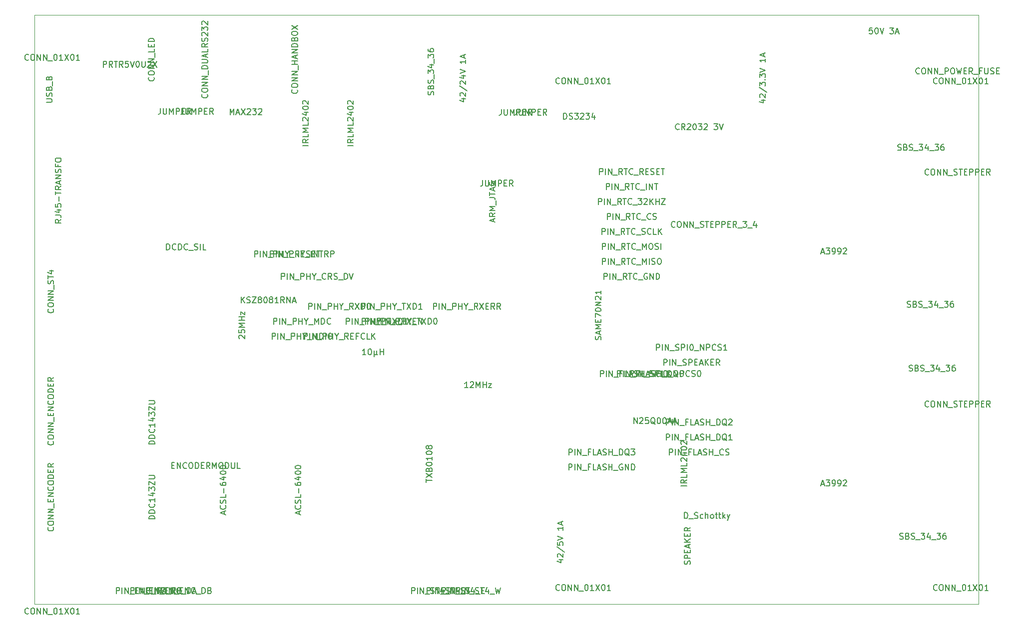
<source format=gbr>
G04 #@! TF.FileFunction,Other,Fab,Top*
%FSLAX46Y46*%
G04 Gerber Fmt 4.6, Leading zero omitted, Abs format (unit mm)*
G04 Created by KiCad (PCBNEW 4.0.3-stable) date 09/09/16 20:24:20*
%MOMM*%
%LPD*%
G01*
G04 APERTURE LIST*
%ADD10C,0.100000*%
%ADD11C,0.150000*%
G04 APERTURE END LIST*
D10*
X0Y-100000000D02*
X0Y0D01*
X160000000Y-100000000D02*
X0Y-100000000D01*
X160000000Y0D02*
X160000000Y-100000000D01*
X0Y0D02*
X160000000Y0D01*
D11*
X72420714Y-14196190D02*
X73087381Y-14196190D01*
X72039762Y-14434286D02*
X72754048Y-14672381D01*
X72754048Y-14053333D01*
X72182619Y-13720000D02*
X72135000Y-13672381D01*
X72087381Y-13577143D01*
X72087381Y-13339047D01*
X72135000Y-13243809D01*
X72182619Y-13196190D01*
X72277857Y-13148571D01*
X72373095Y-13148571D01*
X72515952Y-13196190D01*
X73087381Y-13767619D01*
X73087381Y-13148571D01*
X72039762Y-12005714D02*
X73325476Y-12862857D01*
X72182619Y-11720000D02*
X72135000Y-11672381D01*
X72087381Y-11577143D01*
X72087381Y-11339047D01*
X72135000Y-11243809D01*
X72182619Y-11196190D01*
X72277857Y-11148571D01*
X72373095Y-11148571D01*
X72515952Y-11196190D01*
X73087381Y-11767619D01*
X73087381Y-11148571D01*
X72420714Y-10291428D02*
X73087381Y-10291428D01*
X72039762Y-10529524D02*
X72754048Y-10767619D01*
X72754048Y-10148571D01*
X72087381Y-9910476D02*
X73087381Y-9577143D01*
X72087381Y-9243809D01*
X73087381Y-7624761D02*
X73087381Y-8196190D01*
X73087381Y-7910476D02*
X72087381Y-7910476D01*
X72230238Y-8005714D01*
X72325476Y-8100952D01*
X72373095Y-8196190D01*
X72801667Y-7243809D02*
X72801667Y-6767618D01*
X73087381Y-7339047D02*
X72087381Y-7005714D01*
X73087381Y-6672380D01*
X3142143Y-49891190D02*
X3189762Y-49938809D01*
X3237381Y-50081666D01*
X3237381Y-50176904D01*
X3189762Y-50319762D01*
X3094524Y-50415000D01*
X2999286Y-50462619D01*
X2808810Y-50510238D01*
X2665952Y-50510238D01*
X2475476Y-50462619D01*
X2380238Y-50415000D01*
X2285000Y-50319762D01*
X2237381Y-50176904D01*
X2237381Y-50081666D01*
X2285000Y-49938809D01*
X2332619Y-49891190D01*
X2237381Y-49272143D02*
X2237381Y-49081666D01*
X2285000Y-48986428D01*
X2380238Y-48891190D01*
X2570714Y-48843571D01*
X2904048Y-48843571D01*
X3094524Y-48891190D01*
X3189762Y-48986428D01*
X3237381Y-49081666D01*
X3237381Y-49272143D01*
X3189762Y-49367381D01*
X3094524Y-49462619D01*
X2904048Y-49510238D01*
X2570714Y-49510238D01*
X2380238Y-49462619D01*
X2285000Y-49367381D01*
X2237381Y-49272143D01*
X3237381Y-48415000D02*
X2237381Y-48415000D01*
X3237381Y-47843571D01*
X2237381Y-47843571D01*
X3237381Y-47367381D02*
X2237381Y-47367381D01*
X3237381Y-46795952D01*
X2237381Y-46795952D01*
X3332619Y-46557857D02*
X3332619Y-45795952D01*
X3189762Y-45605476D02*
X3237381Y-45462619D01*
X3237381Y-45224523D01*
X3189762Y-45129285D01*
X3142143Y-45081666D01*
X3046905Y-45034047D01*
X2951667Y-45034047D01*
X2856429Y-45081666D01*
X2808810Y-45129285D01*
X2761190Y-45224523D01*
X2713571Y-45415000D01*
X2665952Y-45510238D01*
X2618333Y-45557857D01*
X2523095Y-45605476D01*
X2427857Y-45605476D01*
X2332619Y-45557857D01*
X2285000Y-45510238D01*
X2237381Y-45415000D01*
X2237381Y-45176904D01*
X2285000Y-45034047D01*
X2237381Y-44748333D02*
X2237381Y-44176904D01*
X3237381Y-44462619D02*
X2237381Y-44462619D01*
X2570714Y-43414999D02*
X3237381Y-43414999D01*
X2189762Y-43653095D02*
X2904048Y-43891190D01*
X2904048Y-43272142D01*
X66372381Y-79291667D02*
X66372381Y-78720238D01*
X67372381Y-79005953D02*
X66372381Y-79005953D01*
X66372381Y-78482143D02*
X67372381Y-77815476D01*
X66372381Y-77815476D02*
X67372381Y-78482143D01*
X66848571Y-77101190D02*
X66896190Y-76958333D01*
X66943810Y-76910714D01*
X67039048Y-76863095D01*
X67181905Y-76863095D01*
X67277143Y-76910714D01*
X67324762Y-76958333D01*
X67372381Y-77053571D01*
X67372381Y-77434524D01*
X66372381Y-77434524D01*
X66372381Y-77101190D01*
X66420000Y-77005952D01*
X66467619Y-76958333D01*
X66562857Y-76910714D01*
X66658095Y-76910714D01*
X66753333Y-76958333D01*
X66800952Y-77005952D01*
X66848571Y-77101190D01*
X66848571Y-77434524D01*
X66372381Y-76244048D02*
X66372381Y-76148809D01*
X66420000Y-76053571D01*
X66467619Y-76005952D01*
X66562857Y-75958333D01*
X66753333Y-75910714D01*
X66991429Y-75910714D01*
X67181905Y-75958333D01*
X67277143Y-76005952D01*
X67324762Y-76053571D01*
X67372381Y-76148809D01*
X67372381Y-76244048D01*
X67324762Y-76339286D01*
X67277143Y-76386905D01*
X67181905Y-76434524D01*
X66991429Y-76482143D01*
X66753333Y-76482143D01*
X66562857Y-76434524D01*
X66467619Y-76386905D01*
X66420000Y-76339286D01*
X66372381Y-76244048D01*
X67372381Y-74958333D02*
X67372381Y-75529762D01*
X67372381Y-75244048D02*
X66372381Y-75244048D01*
X66515238Y-75339286D01*
X66610476Y-75434524D01*
X66658095Y-75529762D01*
X66372381Y-74339286D02*
X66372381Y-74244047D01*
X66420000Y-74148809D01*
X66467619Y-74101190D01*
X66562857Y-74053571D01*
X66753333Y-74005952D01*
X66991429Y-74005952D01*
X67181905Y-74053571D01*
X67277143Y-74101190D01*
X67324762Y-74148809D01*
X67372381Y-74244047D01*
X67372381Y-74339286D01*
X67324762Y-74434524D01*
X67277143Y-74482143D01*
X67181905Y-74529762D01*
X66991429Y-74577381D01*
X66753333Y-74577381D01*
X66562857Y-74529762D01*
X66467619Y-74482143D01*
X66420000Y-74434524D01*
X66372381Y-74339286D01*
X66800952Y-73434524D02*
X66753333Y-73529762D01*
X66705714Y-73577381D01*
X66610476Y-73625000D01*
X66562857Y-73625000D01*
X66467619Y-73577381D01*
X66420000Y-73529762D01*
X66372381Y-73434524D01*
X66372381Y-73244047D01*
X66420000Y-73148809D01*
X66467619Y-73101190D01*
X66562857Y-73053571D01*
X66610476Y-73053571D01*
X66705714Y-73101190D01*
X66753333Y-73148809D01*
X66800952Y-73244047D01*
X66800952Y-73434524D01*
X66848571Y-73529762D01*
X66896190Y-73577381D01*
X66991429Y-73625000D01*
X67181905Y-73625000D01*
X67277143Y-73577381D01*
X67324762Y-73529762D01*
X67372381Y-73434524D01*
X67372381Y-73244047D01*
X67324762Y-73148809D01*
X67277143Y-73101190D01*
X67181905Y-73053571D01*
X66991429Y-73053571D01*
X66896190Y-73101190D01*
X66848571Y-73148809D01*
X66800952Y-73244047D01*
X11650480Y-8827961D02*
X11650480Y-7827961D01*
X12031433Y-7827961D01*
X12126671Y-7875580D01*
X12174290Y-7923199D01*
X12221909Y-8018437D01*
X12221909Y-8161294D01*
X12174290Y-8256532D01*
X12126671Y-8304151D01*
X12031433Y-8351770D01*
X11650480Y-8351770D01*
X13221909Y-8827961D02*
X12888575Y-8351770D01*
X12650480Y-8827961D02*
X12650480Y-7827961D01*
X13031433Y-7827961D01*
X13126671Y-7875580D01*
X13174290Y-7923199D01*
X13221909Y-8018437D01*
X13221909Y-8161294D01*
X13174290Y-8256532D01*
X13126671Y-8304151D01*
X13031433Y-8351770D01*
X12650480Y-8351770D01*
X13507623Y-7827961D02*
X14079052Y-7827961D01*
X13793337Y-8827961D02*
X13793337Y-7827961D01*
X14983814Y-8827961D02*
X14650480Y-8351770D01*
X14412385Y-8827961D02*
X14412385Y-7827961D01*
X14793338Y-7827961D01*
X14888576Y-7875580D01*
X14936195Y-7923199D01*
X14983814Y-8018437D01*
X14983814Y-8161294D01*
X14936195Y-8256532D01*
X14888576Y-8304151D01*
X14793338Y-8351770D01*
X14412385Y-8351770D01*
X15888576Y-7827961D02*
X15412385Y-7827961D01*
X15364766Y-8304151D01*
X15412385Y-8256532D01*
X15507623Y-8208913D01*
X15745719Y-8208913D01*
X15840957Y-8256532D01*
X15888576Y-8304151D01*
X15936195Y-8399390D01*
X15936195Y-8637485D01*
X15888576Y-8732723D01*
X15840957Y-8780342D01*
X15745719Y-8827961D01*
X15507623Y-8827961D01*
X15412385Y-8780342D01*
X15364766Y-8732723D01*
X16221909Y-7827961D02*
X16555242Y-8827961D01*
X16888576Y-7827961D01*
X17412385Y-7827961D02*
X17507624Y-7827961D01*
X17602862Y-7875580D01*
X17650481Y-7923199D01*
X17698100Y-8018437D01*
X17745719Y-8208913D01*
X17745719Y-8447009D01*
X17698100Y-8637485D01*
X17650481Y-8732723D01*
X17602862Y-8780342D01*
X17507624Y-8827961D01*
X17412385Y-8827961D01*
X17317147Y-8780342D01*
X17269528Y-8732723D01*
X17221909Y-8637485D01*
X17174290Y-8447009D01*
X17174290Y-8208913D01*
X17221909Y-8018437D01*
X17269528Y-7923199D01*
X17317147Y-7875580D01*
X17412385Y-7827961D01*
X18174290Y-7827961D02*
X18174290Y-8637485D01*
X18221909Y-8732723D01*
X18269528Y-8780342D01*
X18364766Y-8827961D01*
X18555243Y-8827961D01*
X18650481Y-8780342D01*
X18698100Y-8732723D01*
X18745719Y-8637485D01*
X18745719Y-7827961D01*
X19174290Y-7923199D02*
X19221909Y-7875580D01*
X19317147Y-7827961D01*
X19555243Y-7827961D01*
X19650481Y-7875580D01*
X19698100Y-7923199D01*
X19745719Y-8018437D01*
X19745719Y-8113675D01*
X19698100Y-8256532D01*
X19126671Y-8827961D01*
X19745719Y-8827961D01*
X20079052Y-7827961D02*
X20745719Y-8827961D01*
X20745719Y-7827961D02*
X20079052Y-8827961D01*
X101575571Y-69338381D02*
X101575571Y-68338381D01*
X102147000Y-69338381D01*
X102147000Y-68338381D01*
X102575571Y-68433619D02*
X102623190Y-68386000D01*
X102718428Y-68338381D01*
X102956524Y-68338381D01*
X103051762Y-68386000D01*
X103099381Y-68433619D01*
X103147000Y-68528857D01*
X103147000Y-68624095D01*
X103099381Y-68766952D01*
X102527952Y-69338381D01*
X103147000Y-69338381D01*
X104051762Y-68338381D02*
X103575571Y-68338381D01*
X103527952Y-68814571D01*
X103575571Y-68766952D01*
X103670809Y-68719333D01*
X103908905Y-68719333D01*
X104004143Y-68766952D01*
X104051762Y-68814571D01*
X104099381Y-68909810D01*
X104099381Y-69147905D01*
X104051762Y-69243143D01*
X104004143Y-69290762D01*
X103908905Y-69338381D01*
X103670809Y-69338381D01*
X103575571Y-69290762D01*
X103527952Y-69243143D01*
X105194619Y-69433619D02*
X105099381Y-69386000D01*
X105004143Y-69290762D01*
X104861286Y-69147905D01*
X104766047Y-69100286D01*
X104670809Y-69100286D01*
X104718428Y-69338381D02*
X104623190Y-69290762D01*
X104527952Y-69195524D01*
X104480333Y-69005048D01*
X104480333Y-68671714D01*
X104527952Y-68481238D01*
X104623190Y-68386000D01*
X104718428Y-68338381D01*
X104908905Y-68338381D01*
X105004143Y-68386000D01*
X105099381Y-68481238D01*
X105147000Y-68671714D01*
X105147000Y-69005048D01*
X105099381Y-69195524D01*
X105004143Y-69290762D01*
X104908905Y-69338381D01*
X104718428Y-69338381D01*
X105766047Y-68338381D02*
X105861286Y-68338381D01*
X105956524Y-68386000D01*
X106004143Y-68433619D01*
X106051762Y-68528857D01*
X106099381Y-68719333D01*
X106099381Y-68957429D01*
X106051762Y-69147905D01*
X106004143Y-69243143D01*
X105956524Y-69290762D01*
X105861286Y-69338381D01*
X105766047Y-69338381D01*
X105670809Y-69290762D01*
X105623190Y-69243143D01*
X105575571Y-69147905D01*
X105527952Y-68957429D01*
X105527952Y-68719333D01*
X105575571Y-68528857D01*
X105623190Y-68433619D01*
X105670809Y-68386000D01*
X105766047Y-68338381D01*
X106718428Y-68338381D02*
X106813667Y-68338381D01*
X106908905Y-68386000D01*
X106956524Y-68433619D01*
X107004143Y-68528857D01*
X107051762Y-68719333D01*
X107051762Y-68957429D01*
X107004143Y-69147905D01*
X106956524Y-69243143D01*
X106908905Y-69290762D01*
X106813667Y-69338381D01*
X106718428Y-69338381D01*
X106623190Y-69290762D01*
X106575571Y-69243143D01*
X106527952Y-69147905D01*
X106480333Y-68957429D01*
X106480333Y-68719333D01*
X106527952Y-68528857D01*
X106575571Y-68433619D01*
X106623190Y-68386000D01*
X106718428Y-68338381D01*
X107432714Y-69052667D02*
X107908905Y-69052667D01*
X107337476Y-69338381D02*
X107670809Y-68338381D01*
X108004143Y-69338381D01*
X108289857Y-69052667D02*
X108766048Y-69052667D01*
X108194619Y-69338381D02*
X108527952Y-68338381D01*
X108861286Y-69338381D01*
X46417381Y-22125714D02*
X45417381Y-22125714D01*
X46417381Y-21078095D02*
X45941190Y-21411429D01*
X46417381Y-21649524D02*
X45417381Y-21649524D01*
X45417381Y-21268571D01*
X45465000Y-21173333D01*
X45512619Y-21125714D01*
X45607857Y-21078095D01*
X45750714Y-21078095D01*
X45845952Y-21125714D01*
X45893571Y-21173333D01*
X45941190Y-21268571D01*
X45941190Y-21649524D01*
X46417381Y-20173333D02*
X46417381Y-20649524D01*
X45417381Y-20649524D01*
X46417381Y-19840000D02*
X45417381Y-19840000D01*
X46131667Y-19506666D01*
X45417381Y-19173333D01*
X46417381Y-19173333D01*
X46417381Y-18220952D02*
X46417381Y-18697143D01*
X45417381Y-18697143D01*
X45512619Y-17935238D02*
X45465000Y-17887619D01*
X45417381Y-17792381D01*
X45417381Y-17554285D01*
X45465000Y-17459047D01*
X45512619Y-17411428D01*
X45607857Y-17363809D01*
X45703095Y-17363809D01*
X45845952Y-17411428D01*
X46417381Y-17982857D01*
X46417381Y-17363809D01*
X45750714Y-16506666D02*
X46417381Y-16506666D01*
X45369762Y-16744762D02*
X46084048Y-16982857D01*
X46084048Y-16363809D01*
X45417381Y-15792381D02*
X45417381Y-15697142D01*
X45465000Y-15601904D01*
X45512619Y-15554285D01*
X45607857Y-15506666D01*
X45798333Y-15459047D01*
X46036429Y-15459047D01*
X46226905Y-15506666D01*
X46322143Y-15554285D01*
X46369762Y-15601904D01*
X46417381Y-15697142D01*
X46417381Y-15792381D01*
X46369762Y-15887619D01*
X46322143Y-15935238D01*
X46226905Y-15982857D01*
X46036429Y-16030476D01*
X45798333Y-16030476D01*
X45607857Y-15982857D01*
X45512619Y-15935238D01*
X45465000Y-15887619D01*
X45417381Y-15792381D01*
X45512619Y-15078095D02*
X45465000Y-15030476D01*
X45417381Y-14935238D01*
X45417381Y-14697142D01*
X45465000Y-14601904D01*
X45512619Y-14554285D01*
X45607857Y-14506666D01*
X45703095Y-14506666D01*
X45845952Y-14554285D01*
X46417381Y-15125714D01*
X46417381Y-14506666D01*
X54037381Y-22125714D02*
X53037381Y-22125714D01*
X54037381Y-21078095D02*
X53561190Y-21411429D01*
X54037381Y-21649524D02*
X53037381Y-21649524D01*
X53037381Y-21268571D01*
X53085000Y-21173333D01*
X53132619Y-21125714D01*
X53227857Y-21078095D01*
X53370714Y-21078095D01*
X53465952Y-21125714D01*
X53513571Y-21173333D01*
X53561190Y-21268571D01*
X53561190Y-21649524D01*
X54037381Y-20173333D02*
X54037381Y-20649524D01*
X53037381Y-20649524D01*
X54037381Y-19840000D02*
X53037381Y-19840000D01*
X53751667Y-19506666D01*
X53037381Y-19173333D01*
X54037381Y-19173333D01*
X54037381Y-18220952D02*
X54037381Y-18697143D01*
X53037381Y-18697143D01*
X53132619Y-17935238D02*
X53085000Y-17887619D01*
X53037381Y-17792381D01*
X53037381Y-17554285D01*
X53085000Y-17459047D01*
X53132619Y-17411428D01*
X53227857Y-17363809D01*
X53323095Y-17363809D01*
X53465952Y-17411428D01*
X54037381Y-17982857D01*
X54037381Y-17363809D01*
X53370714Y-16506666D02*
X54037381Y-16506666D01*
X52989762Y-16744762D02*
X53704048Y-16982857D01*
X53704048Y-16363809D01*
X53037381Y-15792381D02*
X53037381Y-15697142D01*
X53085000Y-15601904D01*
X53132619Y-15554285D01*
X53227857Y-15506666D01*
X53418333Y-15459047D01*
X53656429Y-15459047D01*
X53846905Y-15506666D01*
X53942143Y-15554285D01*
X53989762Y-15601904D01*
X54037381Y-15697142D01*
X54037381Y-15792381D01*
X53989762Y-15887619D01*
X53942143Y-15935238D01*
X53846905Y-15982857D01*
X53656429Y-16030476D01*
X53418333Y-16030476D01*
X53227857Y-15982857D01*
X53132619Y-15935238D01*
X53085000Y-15887619D01*
X53037381Y-15792381D01*
X53132619Y-15078095D02*
X53085000Y-15030476D01*
X53037381Y-14935238D01*
X53037381Y-14697142D01*
X53085000Y-14601904D01*
X53132619Y-14554285D01*
X53227857Y-14506666D01*
X53323095Y-14506666D01*
X53465952Y-14554285D01*
X54037381Y-15125714D01*
X54037381Y-14506666D01*
X152976191Y-97557143D02*
X152928572Y-97604762D01*
X152785715Y-97652381D01*
X152690477Y-97652381D01*
X152547619Y-97604762D01*
X152452381Y-97509524D01*
X152404762Y-97414286D01*
X152357143Y-97223810D01*
X152357143Y-97080952D01*
X152404762Y-96890476D01*
X152452381Y-96795238D01*
X152547619Y-96700000D01*
X152690477Y-96652381D01*
X152785715Y-96652381D01*
X152928572Y-96700000D01*
X152976191Y-96747619D01*
X153595238Y-96652381D02*
X153785715Y-96652381D01*
X153880953Y-96700000D01*
X153976191Y-96795238D01*
X154023810Y-96985714D01*
X154023810Y-97319048D01*
X153976191Y-97509524D01*
X153880953Y-97604762D01*
X153785715Y-97652381D01*
X153595238Y-97652381D01*
X153500000Y-97604762D01*
X153404762Y-97509524D01*
X153357143Y-97319048D01*
X153357143Y-96985714D01*
X153404762Y-96795238D01*
X153500000Y-96700000D01*
X153595238Y-96652381D01*
X154452381Y-97652381D02*
X154452381Y-96652381D01*
X155023810Y-97652381D01*
X155023810Y-96652381D01*
X155500000Y-97652381D02*
X155500000Y-96652381D01*
X156071429Y-97652381D01*
X156071429Y-96652381D01*
X156309524Y-97747619D02*
X157071429Y-97747619D01*
X157500000Y-96652381D02*
X157595239Y-96652381D01*
X157690477Y-96700000D01*
X157738096Y-96747619D01*
X157785715Y-96842857D01*
X157833334Y-97033333D01*
X157833334Y-97271429D01*
X157785715Y-97461905D01*
X157738096Y-97557143D01*
X157690477Y-97604762D01*
X157595239Y-97652381D01*
X157500000Y-97652381D01*
X157404762Y-97604762D01*
X157357143Y-97557143D01*
X157309524Y-97461905D01*
X157261905Y-97271429D01*
X157261905Y-97033333D01*
X157309524Y-96842857D01*
X157357143Y-96747619D01*
X157404762Y-96700000D01*
X157500000Y-96652381D01*
X158785715Y-97652381D02*
X158214286Y-97652381D01*
X158500000Y-97652381D02*
X158500000Y-96652381D01*
X158404762Y-96795238D01*
X158309524Y-96890476D01*
X158214286Y-96938095D01*
X159119048Y-96652381D02*
X159785715Y-97652381D01*
X159785715Y-96652381D02*
X159119048Y-97652381D01*
X160357143Y-96652381D02*
X160452382Y-96652381D01*
X160547620Y-96700000D01*
X160595239Y-96747619D01*
X160642858Y-96842857D01*
X160690477Y-97033333D01*
X160690477Y-97271429D01*
X160642858Y-97461905D01*
X160595239Y-97557143D01*
X160547620Y-97604762D01*
X160452382Y-97652381D01*
X160357143Y-97652381D01*
X160261905Y-97604762D01*
X160214286Y-97557143D01*
X160166667Y-97461905D01*
X160119048Y-97271429D01*
X160119048Y-97033333D01*
X160166667Y-96842857D01*
X160214286Y-96747619D01*
X160261905Y-96700000D01*
X160357143Y-96652381D01*
X161642858Y-97652381D02*
X161071429Y-97652381D01*
X161357143Y-97652381D02*
X161357143Y-96652381D01*
X161261905Y-96795238D01*
X161166667Y-96890476D01*
X161071429Y-96938095D01*
X-1023809Y-101557143D02*
X-1071428Y-101604762D01*
X-1214285Y-101652381D01*
X-1309523Y-101652381D01*
X-1452381Y-101604762D01*
X-1547619Y-101509524D01*
X-1595238Y-101414286D01*
X-1642857Y-101223810D01*
X-1642857Y-101080952D01*
X-1595238Y-100890476D01*
X-1547619Y-100795238D01*
X-1452381Y-100700000D01*
X-1309523Y-100652381D01*
X-1214285Y-100652381D01*
X-1071428Y-100700000D01*
X-1023809Y-100747619D01*
X-404762Y-100652381D02*
X-214285Y-100652381D01*
X-119047Y-100700000D01*
X-23809Y-100795238D01*
X23810Y-100985714D01*
X23810Y-101319048D01*
X-23809Y-101509524D01*
X-119047Y-101604762D01*
X-214285Y-101652381D01*
X-404762Y-101652381D01*
X-500000Y-101604762D01*
X-595238Y-101509524D01*
X-642857Y-101319048D01*
X-642857Y-100985714D01*
X-595238Y-100795238D01*
X-500000Y-100700000D01*
X-404762Y-100652381D01*
X452381Y-101652381D02*
X452381Y-100652381D01*
X1023810Y-101652381D01*
X1023810Y-100652381D01*
X1500000Y-101652381D02*
X1500000Y-100652381D01*
X2071429Y-101652381D01*
X2071429Y-100652381D01*
X2309524Y-101747619D02*
X3071429Y-101747619D01*
X3500000Y-100652381D02*
X3595239Y-100652381D01*
X3690477Y-100700000D01*
X3738096Y-100747619D01*
X3785715Y-100842857D01*
X3833334Y-101033333D01*
X3833334Y-101271429D01*
X3785715Y-101461905D01*
X3738096Y-101557143D01*
X3690477Y-101604762D01*
X3595239Y-101652381D01*
X3500000Y-101652381D01*
X3404762Y-101604762D01*
X3357143Y-101557143D01*
X3309524Y-101461905D01*
X3261905Y-101271429D01*
X3261905Y-101033333D01*
X3309524Y-100842857D01*
X3357143Y-100747619D01*
X3404762Y-100700000D01*
X3500000Y-100652381D01*
X4785715Y-101652381D02*
X4214286Y-101652381D01*
X4500000Y-101652381D02*
X4500000Y-100652381D01*
X4404762Y-100795238D01*
X4309524Y-100890476D01*
X4214286Y-100938095D01*
X5119048Y-100652381D02*
X5785715Y-101652381D01*
X5785715Y-100652381D02*
X5119048Y-101652381D01*
X6357143Y-100652381D02*
X6452382Y-100652381D01*
X6547620Y-100700000D01*
X6595239Y-100747619D01*
X6642858Y-100842857D01*
X6690477Y-101033333D01*
X6690477Y-101271429D01*
X6642858Y-101461905D01*
X6595239Y-101557143D01*
X6547620Y-101604762D01*
X6452382Y-101652381D01*
X6357143Y-101652381D01*
X6261905Y-101604762D01*
X6214286Y-101557143D01*
X6166667Y-101461905D01*
X6119048Y-101271429D01*
X6119048Y-101033333D01*
X6166667Y-100842857D01*
X6214286Y-100747619D01*
X6261905Y-100700000D01*
X6357143Y-100652381D01*
X7642858Y-101652381D02*
X7071429Y-101652381D01*
X7357143Y-101652381D02*
X7357143Y-100652381D01*
X7261905Y-100795238D01*
X7166667Y-100890476D01*
X7071429Y-100938095D01*
X88976191Y-11557143D02*
X88928572Y-11604762D01*
X88785715Y-11652381D01*
X88690477Y-11652381D01*
X88547619Y-11604762D01*
X88452381Y-11509524D01*
X88404762Y-11414286D01*
X88357143Y-11223810D01*
X88357143Y-11080952D01*
X88404762Y-10890476D01*
X88452381Y-10795238D01*
X88547619Y-10700000D01*
X88690477Y-10652381D01*
X88785715Y-10652381D01*
X88928572Y-10700000D01*
X88976191Y-10747619D01*
X89595238Y-10652381D02*
X89785715Y-10652381D01*
X89880953Y-10700000D01*
X89976191Y-10795238D01*
X90023810Y-10985714D01*
X90023810Y-11319048D01*
X89976191Y-11509524D01*
X89880953Y-11604762D01*
X89785715Y-11652381D01*
X89595238Y-11652381D01*
X89500000Y-11604762D01*
X89404762Y-11509524D01*
X89357143Y-11319048D01*
X89357143Y-10985714D01*
X89404762Y-10795238D01*
X89500000Y-10700000D01*
X89595238Y-10652381D01*
X90452381Y-11652381D02*
X90452381Y-10652381D01*
X91023810Y-11652381D01*
X91023810Y-10652381D01*
X91500000Y-11652381D02*
X91500000Y-10652381D01*
X92071429Y-11652381D01*
X92071429Y-10652381D01*
X92309524Y-11747619D02*
X93071429Y-11747619D01*
X93500000Y-10652381D02*
X93595239Y-10652381D01*
X93690477Y-10700000D01*
X93738096Y-10747619D01*
X93785715Y-10842857D01*
X93833334Y-11033333D01*
X93833334Y-11271429D01*
X93785715Y-11461905D01*
X93738096Y-11557143D01*
X93690477Y-11604762D01*
X93595239Y-11652381D01*
X93500000Y-11652381D01*
X93404762Y-11604762D01*
X93357143Y-11557143D01*
X93309524Y-11461905D01*
X93261905Y-11271429D01*
X93261905Y-11033333D01*
X93309524Y-10842857D01*
X93357143Y-10747619D01*
X93404762Y-10700000D01*
X93500000Y-10652381D01*
X94785715Y-11652381D02*
X94214286Y-11652381D01*
X94500000Y-11652381D02*
X94500000Y-10652381D01*
X94404762Y-10795238D01*
X94309524Y-10890476D01*
X94214286Y-10938095D01*
X95119048Y-10652381D02*
X95785715Y-11652381D01*
X95785715Y-10652381D02*
X95119048Y-11652381D01*
X96357143Y-10652381D02*
X96452382Y-10652381D01*
X96547620Y-10700000D01*
X96595239Y-10747619D01*
X96642858Y-10842857D01*
X96690477Y-11033333D01*
X96690477Y-11271429D01*
X96642858Y-11461905D01*
X96595239Y-11557143D01*
X96547620Y-11604762D01*
X96452382Y-11652381D01*
X96357143Y-11652381D01*
X96261905Y-11604762D01*
X96214286Y-11557143D01*
X96166667Y-11461905D01*
X96119048Y-11271429D01*
X96119048Y-11033333D01*
X96166667Y-10842857D01*
X96214286Y-10747619D01*
X96261905Y-10700000D01*
X96357143Y-10652381D01*
X97642858Y-11652381D02*
X97071429Y-11652381D01*
X97357143Y-11652381D02*
X97357143Y-10652381D01*
X97261905Y-10795238D01*
X97166667Y-10890476D01*
X97071429Y-10938095D01*
X152976191Y-11557143D02*
X152928572Y-11604762D01*
X152785715Y-11652381D01*
X152690477Y-11652381D01*
X152547619Y-11604762D01*
X152452381Y-11509524D01*
X152404762Y-11414286D01*
X152357143Y-11223810D01*
X152357143Y-11080952D01*
X152404762Y-10890476D01*
X152452381Y-10795238D01*
X152547619Y-10700000D01*
X152690477Y-10652381D01*
X152785715Y-10652381D01*
X152928572Y-10700000D01*
X152976191Y-10747619D01*
X153595238Y-10652381D02*
X153785715Y-10652381D01*
X153880953Y-10700000D01*
X153976191Y-10795238D01*
X154023810Y-10985714D01*
X154023810Y-11319048D01*
X153976191Y-11509524D01*
X153880953Y-11604762D01*
X153785715Y-11652381D01*
X153595238Y-11652381D01*
X153500000Y-11604762D01*
X153404762Y-11509524D01*
X153357143Y-11319048D01*
X153357143Y-10985714D01*
X153404762Y-10795238D01*
X153500000Y-10700000D01*
X153595238Y-10652381D01*
X154452381Y-11652381D02*
X154452381Y-10652381D01*
X155023810Y-11652381D01*
X155023810Y-10652381D01*
X155500000Y-11652381D02*
X155500000Y-10652381D01*
X156071429Y-11652381D01*
X156071429Y-10652381D01*
X156309524Y-11747619D02*
X157071429Y-11747619D01*
X157500000Y-10652381D02*
X157595239Y-10652381D01*
X157690477Y-10700000D01*
X157738096Y-10747619D01*
X157785715Y-10842857D01*
X157833334Y-11033333D01*
X157833334Y-11271429D01*
X157785715Y-11461905D01*
X157738096Y-11557143D01*
X157690477Y-11604762D01*
X157595239Y-11652381D01*
X157500000Y-11652381D01*
X157404762Y-11604762D01*
X157357143Y-11557143D01*
X157309524Y-11461905D01*
X157261905Y-11271429D01*
X157261905Y-11033333D01*
X157309524Y-10842857D01*
X157357143Y-10747619D01*
X157404762Y-10700000D01*
X157500000Y-10652381D01*
X158785715Y-11652381D02*
X158214286Y-11652381D01*
X158500000Y-11652381D02*
X158500000Y-10652381D01*
X158404762Y-10795238D01*
X158309524Y-10890476D01*
X158214286Y-10938095D01*
X159119048Y-10652381D02*
X159785715Y-11652381D01*
X159785715Y-10652381D02*
X159119048Y-11652381D01*
X160357143Y-10652381D02*
X160452382Y-10652381D01*
X160547620Y-10700000D01*
X160595239Y-10747619D01*
X160642858Y-10842857D01*
X160690477Y-11033333D01*
X160690477Y-11271429D01*
X160642858Y-11461905D01*
X160595239Y-11557143D01*
X160547620Y-11604762D01*
X160452382Y-11652381D01*
X160357143Y-11652381D01*
X160261905Y-11604762D01*
X160214286Y-11557143D01*
X160166667Y-11461905D01*
X160119048Y-11271429D01*
X160119048Y-11033333D01*
X160166667Y-10842857D01*
X160214286Y-10747619D01*
X160261905Y-10700000D01*
X160357143Y-10652381D01*
X161642858Y-11652381D02*
X161071429Y-11652381D01*
X161357143Y-11652381D02*
X161357143Y-10652381D01*
X161261905Y-10795238D01*
X161166667Y-10890476D01*
X161071429Y-10938095D01*
X88976191Y-97557143D02*
X88928572Y-97604762D01*
X88785715Y-97652381D01*
X88690477Y-97652381D01*
X88547619Y-97604762D01*
X88452381Y-97509524D01*
X88404762Y-97414286D01*
X88357143Y-97223810D01*
X88357143Y-97080952D01*
X88404762Y-96890476D01*
X88452381Y-96795238D01*
X88547619Y-96700000D01*
X88690477Y-96652381D01*
X88785715Y-96652381D01*
X88928572Y-96700000D01*
X88976191Y-96747619D01*
X89595238Y-96652381D02*
X89785715Y-96652381D01*
X89880953Y-96700000D01*
X89976191Y-96795238D01*
X90023810Y-96985714D01*
X90023810Y-97319048D01*
X89976191Y-97509524D01*
X89880953Y-97604762D01*
X89785715Y-97652381D01*
X89595238Y-97652381D01*
X89500000Y-97604762D01*
X89404762Y-97509524D01*
X89357143Y-97319048D01*
X89357143Y-96985714D01*
X89404762Y-96795238D01*
X89500000Y-96700000D01*
X89595238Y-96652381D01*
X90452381Y-97652381D02*
X90452381Y-96652381D01*
X91023810Y-97652381D01*
X91023810Y-96652381D01*
X91500000Y-97652381D02*
X91500000Y-96652381D01*
X92071429Y-97652381D01*
X92071429Y-96652381D01*
X92309524Y-97747619D02*
X93071429Y-97747619D01*
X93500000Y-96652381D02*
X93595239Y-96652381D01*
X93690477Y-96700000D01*
X93738096Y-96747619D01*
X93785715Y-96842857D01*
X93833334Y-97033333D01*
X93833334Y-97271429D01*
X93785715Y-97461905D01*
X93738096Y-97557143D01*
X93690477Y-97604762D01*
X93595239Y-97652381D01*
X93500000Y-97652381D01*
X93404762Y-97604762D01*
X93357143Y-97557143D01*
X93309524Y-97461905D01*
X93261905Y-97271429D01*
X93261905Y-97033333D01*
X93309524Y-96842857D01*
X93357143Y-96747619D01*
X93404762Y-96700000D01*
X93500000Y-96652381D01*
X94785715Y-97652381D02*
X94214286Y-97652381D01*
X94500000Y-97652381D02*
X94500000Y-96652381D01*
X94404762Y-96795238D01*
X94309524Y-96890476D01*
X94214286Y-96938095D01*
X95119048Y-96652381D02*
X95785715Y-97652381D01*
X95785715Y-96652381D02*
X95119048Y-97652381D01*
X96357143Y-96652381D02*
X96452382Y-96652381D01*
X96547620Y-96700000D01*
X96595239Y-96747619D01*
X96642858Y-96842857D01*
X96690477Y-97033333D01*
X96690477Y-97271429D01*
X96642858Y-97461905D01*
X96595239Y-97557143D01*
X96547620Y-97604762D01*
X96452382Y-97652381D01*
X96357143Y-97652381D01*
X96261905Y-97604762D01*
X96214286Y-97557143D01*
X96166667Y-97461905D01*
X96119048Y-97271429D01*
X96119048Y-97033333D01*
X96166667Y-96842857D01*
X96214286Y-96747619D01*
X96261905Y-96700000D01*
X96357143Y-96652381D01*
X97642858Y-97652381D02*
X97071429Y-97652381D01*
X97357143Y-97652381D02*
X97357143Y-96652381D01*
X97261905Y-96795238D01*
X97166667Y-96890476D01*
X97071429Y-96938095D01*
X-1023809Y-7557143D02*
X-1071428Y-7604762D01*
X-1214285Y-7652381D01*
X-1309523Y-7652381D01*
X-1452381Y-7604762D01*
X-1547619Y-7509524D01*
X-1595238Y-7414286D01*
X-1642857Y-7223810D01*
X-1642857Y-7080952D01*
X-1595238Y-6890476D01*
X-1547619Y-6795238D01*
X-1452381Y-6700000D01*
X-1309523Y-6652381D01*
X-1214285Y-6652381D01*
X-1071428Y-6700000D01*
X-1023809Y-6747619D01*
X-404762Y-6652381D02*
X-214285Y-6652381D01*
X-119047Y-6700000D01*
X-23809Y-6795238D01*
X23810Y-6985714D01*
X23810Y-7319048D01*
X-23809Y-7509524D01*
X-119047Y-7604762D01*
X-214285Y-7652381D01*
X-404762Y-7652381D01*
X-500000Y-7604762D01*
X-595238Y-7509524D01*
X-642857Y-7319048D01*
X-642857Y-6985714D01*
X-595238Y-6795238D01*
X-500000Y-6700000D01*
X-404762Y-6652381D01*
X452381Y-7652381D02*
X452381Y-6652381D01*
X1023810Y-7652381D01*
X1023810Y-6652381D01*
X1500000Y-7652381D02*
X1500000Y-6652381D01*
X2071429Y-7652381D01*
X2071429Y-6652381D01*
X2309524Y-7747619D02*
X3071429Y-7747619D01*
X3500000Y-6652381D02*
X3595239Y-6652381D01*
X3690477Y-6700000D01*
X3738096Y-6747619D01*
X3785715Y-6842857D01*
X3833334Y-7033333D01*
X3833334Y-7271429D01*
X3785715Y-7461905D01*
X3738096Y-7557143D01*
X3690477Y-7604762D01*
X3595239Y-7652381D01*
X3500000Y-7652381D01*
X3404762Y-7604762D01*
X3357143Y-7557143D01*
X3309524Y-7461905D01*
X3261905Y-7271429D01*
X3261905Y-7033333D01*
X3309524Y-6842857D01*
X3357143Y-6747619D01*
X3404762Y-6700000D01*
X3500000Y-6652381D01*
X4785715Y-7652381D02*
X4214286Y-7652381D01*
X4500000Y-7652381D02*
X4500000Y-6652381D01*
X4404762Y-6795238D01*
X4309524Y-6890476D01*
X4214286Y-6938095D01*
X5119048Y-6652381D02*
X5785715Y-7652381D01*
X5785715Y-6652381D02*
X5119048Y-7652381D01*
X6357143Y-6652381D02*
X6452382Y-6652381D01*
X6547620Y-6700000D01*
X6595239Y-6747619D01*
X6642858Y-6842857D01*
X6690477Y-7033333D01*
X6690477Y-7271429D01*
X6642858Y-7461905D01*
X6595239Y-7557143D01*
X6547620Y-7604762D01*
X6452382Y-7652381D01*
X6357143Y-7652381D01*
X6261905Y-7604762D01*
X6214286Y-7557143D01*
X6166667Y-7461905D01*
X6119048Y-7271429D01*
X6119048Y-7033333D01*
X6166667Y-6842857D01*
X6214286Y-6747619D01*
X6261905Y-6700000D01*
X6357143Y-6652381D01*
X7642858Y-7652381D02*
X7071429Y-7652381D01*
X7357143Y-7652381D02*
X7357143Y-6652381D01*
X7261905Y-6795238D01*
X7166667Y-6890476D01*
X7071429Y-6938095D01*
X3142143Y-86935238D02*
X3189762Y-86982857D01*
X3237381Y-87125714D01*
X3237381Y-87220952D01*
X3189762Y-87363810D01*
X3094524Y-87459048D01*
X2999286Y-87506667D01*
X2808810Y-87554286D01*
X2665952Y-87554286D01*
X2475476Y-87506667D01*
X2380238Y-87459048D01*
X2285000Y-87363810D01*
X2237381Y-87220952D01*
X2237381Y-87125714D01*
X2285000Y-86982857D01*
X2332619Y-86935238D01*
X2237381Y-86316191D02*
X2237381Y-86125714D01*
X2285000Y-86030476D01*
X2380238Y-85935238D01*
X2570714Y-85887619D01*
X2904048Y-85887619D01*
X3094524Y-85935238D01*
X3189762Y-86030476D01*
X3237381Y-86125714D01*
X3237381Y-86316191D01*
X3189762Y-86411429D01*
X3094524Y-86506667D01*
X2904048Y-86554286D01*
X2570714Y-86554286D01*
X2380238Y-86506667D01*
X2285000Y-86411429D01*
X2237381Y-86316191D01*
X3237381Y-85459048D02*
X2237381Y-85459048D01*
X3237381Y-84887619D01*
X2237381Y-84887619D01*
X3237381Y-84411429D02*
X2237381Y-84411429D01*
X3237381Y-83840000D01*
X2237381Y-83840000D01*
X3332619Y-83601905D02*
X3332619Y-82840000D01*
X2713571Y-82601905D02*
X2713571Y-82268571D01*
X3237381Y-82125714D02*
X3237381Y-82601905D01*
X2237381Y-82601905D01*
X2237381Y-82125714D01*
X3237381Y-81697143D02*
X2237381Y-81697143D01*
X3237381Y-81125714D01*
X2237381Y-81125714D01*
X3142143Y-80078095D02*
X3189762Y-80125714D01*
X3237381Y-80268571D01*
X3237381Y-80363809D01*
X3189762Y-80506667D01*
X3094524Y-80601905D01*
X2999286Y-80649524D01*
X2808810Y-80697143D01*
X2665952Y-80697143D01*
X2475476Y-80649524D01*
X2380238Y-80601905D01*
X2285000Y-80506667D01*
X2237381Y-80363809D01*
X2237381Y-80268571D01*
X2285000Y-80125714D01*
X2332619Y-80078095D01*
X2237381Y-79459048D02*
X2237381Y-79268571D01*
X2285000Y-79173333D01*
X2380238Y-79078095D01*
X2570714Y-79030476D01*
X2904048Y-79030476D01*
X3094524Y-79078095D01*
X3189762Y-79173333D01*
X3237381Y-79268571D01*
X3237381Y-79459048D01*
X3189762Y-79554286D01*
X3094524Y-79649524D01*
X2904048Y-79697143D01*
X2570714Y-79697143D01*
X2380238Y-79649524D01*
X2285000Y-79554286D01*
X2237381Y-79459048D01*
X3237381Y-78601905D02*
X2237381Y-78601905D01*
X2237381Y-78363810D01*
X2285000Y-78220952D01*
X2380238Y-78125714D01*
X2475476Y-78078095D01*
X2665952Y-78030476D01*
X2808810Y-78030476D01*
X2999286Y-78078095D01*
X3094524Y-78125714D01*
X3189762Y-78220952D01*
X3237381Y-78363810D01*
X3237381Y-78601905D01*
X2713571Y-77601905D02*
X2713571Y-77268571D01*
X3237381Y-77125714D02*
X3237381Y-77601905D01*
X2237381Y-77601905D01*
X2237381Y-77125714D01*
X3237381Y-76125714D02*
X2761190Y-76459048D01*
X3237381Y-76697143D02*
X2237381Y-76697143D01*
X2237381Y-76316190D01*
X2285000Y-76220952D01*
X2332619Y-76173333D01*
X2427857Y-76125714D01*
X2570714Y-76125714D01*
X2665952Y-76173333D01*
X2713571Y-76220952D01*
X2761190Y-76316190D01*
X2761190Y-76697143D01*
X3142143Y-72330238D02*
X3189762Y-72377857D01*
X3237381Y-72520714D01*
X3237381Y-72615952D01*
X3189762Y-72758810D01*
X3094524Y-72854048D01*
X2999286Y-72901667D01*
X2808810Y-72949286D01*
X2665952Y-72949286D01*
X2475476Y-72901667D01*
X2380238Y-72854048D01*
X2285000Y-72758810D01*
X2237381Y-72615952D01*
X2237381Y-72520714D01*
X2285000Y-72377857D01*
X2332619Y-72330238D01*
X2237381Y-71711191D02*
X2237381Y-71520714D01*
X2285000Y-71425476D01*
X2380238Y-71330238D01*
X2570714Y-71282619D01*
X2904048Y-71282619D01*
X3094524Y-71330238D01*
X3189762Y-71425476D01*
X3237381Y-71520714D01*
X3237381Y-71711191D01*
X3189762Y-71806429D01*
X3094524Y-71901667D01*
X2904048Y-71949286D01*
X2570714Y-71949286D01*
X2380238Y-71901667D01*
X2285000Y-71806429D01*
X2237381Y-71711191D01*
X3237381Y-70854048D02*
X2237381Y-70854048D01*
X3237381Y-70282619D01*
X2237381Y-70282619D01*
X3237381Y-69806429D02*
X2237381Y-69806429D01*
X3237381Y-69235000D01*
X2237381Y-69235000D01*
X3332619Y-68996905D02*
X3332619Y-68235000D01*
X2713571Y-67996905D02*
X2713571Y-67663571D01*
X3237381Y-67520714D02*
X3237381Y-67996905D01*
X2237381Y-67996905D01*
X2237381Y-67520714D01*
X3237381Y-67092143D02*
X2237381Y-67092143D01*
X3237381Y-66520714D01*
X2237381Y-66520714D01*
X3142143Y-65473095D02*
X3189762Y-65520714D01*
X3237381Y-65663571D01*
X3237381Y-65758809D01*
X3189762Y-65901667D01*
X3094524Y-65996905D01*
X2999286Y-66044524D01*
X2808810Y-66092143D01*
X2665952Y-66092143D01*
X2475476Y-66044524D01*
X2380238Y-65996905D01*
X2285000Y-65901667D01*
X2237381Y-65758809D01*
X2237381Y-65663571D01*
X2285000Y-65520714D01*
X2332619Y-65473095D01*
X2237381Y-64854048D02*
X2237381Y-64663571D01*
X2285000Y-64568333D01*
X2380238Y-64473095D01*
X2570714Y-64425476D01*
X2904048Y-64425476D01*
X3094524Y-64473095D01*
X3189762Y-64568333D01*
X3237381Y-64663571D01*
X3237381Y-64854048D01*
X3189762Y-64949286D01*
X3094524Y-65044524D01*
X2904048Y-65092143D01*
X2570714Y-65092143D01*
X2380238Y-65044524D01*
X2285000Y-64949286D01*
X2237381Y-64854048D01*
X3237381Y-63996905D02*
X2237381Y-63996905D01*
X2237381Y-63758810D01*
X2285000Y-63615952D01*
X2380238Y-63520714D01*
X2475476Y-63473095D01*
X2665952Y-63425476D01*
X2808810Y-63425476D01*
X2999286Y-63473095D01*
X3094524Y-63520714D01*
X3189762Y-63615952D01*
X3237381Y-63758810D01*
X3237381Y-63996905D01*
X2713571Y-62996905D02*
X2713571Y-62663571D01*
X3237381Y-62520714D02*
X3237381Y-62996905D01*
X2237381Y-62996905D01*
X2237381Y-62520714D01*
X3237381Y-61520714D02*
X2761190Y-61854048D01*
X3237381Y-62092143D02*
X2237381Y-62092143D01*
X2237381Y-61711190D01*
X2285000Y-61615952D01*
X2332619Y-61568333D01*
X2427857Y-61520714D01*
X2570714Y-61520714D01*
X2665952Y-61568333D01*
X2713571Y-61615952D01*
X2761190Y-61711190D01*
X2761190Y-62092143D01*
X23261905Y-76428571D02*
X23595239Y-76428571D01*
X23738096Y-76952381D02*
X23261905Y-76952381D01*
X23261905Y-75952381D01*
X23738096Y-75952381D01*
X24166667Y-76952381D02*
X24166667Y-75952381D01*
X24738096Y-76952381D01*
X24738096Y-75952381D01*
X25785715Y-76857143D02*
X25738096Y-76904762D01*
X25595239Y-76952381D01*
X25500001Y-76952381D01*
X25357143Y-76904762D01*
X25261905Y-76809524D01*
X25214286Y-76714286D01*
X25166667Y-76523810D01*
X25166667Y-76380952D01*
X25214286Y-76190476D01*
X25261905Y-76095238D01*
X25357143Y-76000000D01*
X25500001Y-75952381D01*
X25595239Y-75952381D01*
X25738096Y-76000000D01*
X25785715Y-76047619D01*
X26404762Y-75952381D02*
X26595239Y-75952381D01*
X26690477Y-76000000D01*
X26785715Y-76095238D01*
X26833334Y-76285714D01*
X26833334Y-76619048D01*
X26785715Y-76809524D01*
X26690477Y-76904762D01*
X26595239Y-76952381D01*
X26404762Y-76952381D01*
X26309524Y-76904762D01*
X26214286Y-76809524D01*
X26166667Y-76619048D01*
X26166667Y-76285714D01*
X26214286Y-76095238D01*
X26309524Y-76000000D01*
X26404762Y-75952381D01*
X27261905Y-76952381D02*
X27261905Y-75952381D01*
X27500000Y-75952381D01*
X27642858Y-76000000D01*
X27738096Y-76095238D01*
X27785715Y-76190476D01*
X27833334Y-76380952D01*
X27833334Y-76523810D01*
X27785715Y-76714286D01*
X27738096Y-76809524D01*
X27642858Y-76904762D01*
X27500000Y-76952381D01*
X27261905Y-76952381D01*
X28261905Y-76428571D02*
X28595239Y-76428571D01*
X28738096Y-76952381D02*
X28261905Y-76952381D01*
X28261905Y-75952381D01*
X28738096Y-75952381D01*
X29738096Y-76952381D02*
X29404762Y-76476190D01*
X29166667Y-76952381D02*
X29166667Y-75952381D01*
X29547620Y-75952381D01*
X29642858Y-76000000D01*
X29690477Y-76047619D01*
X29738096Y-76142857D01*
X29738096Y-76285714D01*
X29690477Y-76380952D01*
X29642858Y-76428571D01*
X29547620Y-76476190D01*
X29166667Y-76476190D01*
X30166667Y-76952381D02*
X30166667Y-75952381D01*
X30500001Y-76666667D01*
X30833334Y-75952381D01*
X30833334Y-76952381D01*
X31500000Y-75952381D02*
X31690477Y-75952381D01*
X31785715Y-76000000D01*
X31880953Y-76095238D01*
X31928572Y-76285714D01*
X31928572Y-76619048D01*
X31880953Y-76809524D01*
X31785715Y-76904762D01*
X31690477Y-76952381D01*
X31500000Y-76952381D01*
X31404762Y-76904762D01*
X31309524Y-76809524D01*
X31261905Y-76619048D01*
X31261905Y-76285714D01*
X31309524Y-76095238D01*
X31404762Y-76000000D01*
X31500000Y-75952381D01*
X32357143Y-76952381D02*
X32357143Y-75952381D01*
X32595238Y-75952381D01*
X32738096Y-76000000D01*
X32833334Y-76095238D01*
X32880953Y-76190476D01*
X32928572Y-76380952D01*
X32928572Y-76523810D01*
X32880953Y-76714286D01*
X32833334Y-76809524D01*
X32738096Y-76904762D01*
X32595238Y-76952381D01*
X32357143Y-76952381D01*
X33357143Y-75952381D02*
X33357143Y-76761905D01*
X33404762Y-76857143D01*
X33452381Y-76904762D01*
X33547619Y-76952381D01*
X33738096Y-76952381D01*
X33833334Y-76904762D01*
X33880953Y-76857143D01*
X33928572Y-76761905D01*
X33928572Y-75952381D01*
X34880953Y-76952381D02*
X34404762Y-76952381D01*
X34404762Y-75952381D01*
X110552381Y-79910714D02*
X109552381Y-79910714D01*
X110552381Y-78863095D02*
X110076190Y-79196429D01*
X110552381Y-79434524D02*
X109552381Y-79434524D01*
X109552381Y-79053571D01*
X109600000Y-78958333D01*
X109647619Y-78910714D01*
X109742857Y-78863095D01*
X109885714Y-78863095D01*
X109980952Y-78910714D01*
X110028571Y-78958333D01*
X110076190Y-79053571D01*
X110076190Y-79434524D01*
X110552381Y-77958333D02*
X110552381Y-78434524D01*
X109552381Y-78434524D01*
X110552381Y-77625000D02*
X109552381Y-77625000D01*
X110266667Y-77291666D01*
X109552381Y-76958333D01*
X110552381Y-76958333D01*
X110552381Y-76005952D02*
X110552381Y-76482143D01*
X109552381Y-76482143D01*
X109647619Y-75720238D02*
X109600000Y-75672619D01*
X109552381Y-75577381D01*
X109552381Y-75339285D01*
X109600000Y-75244047D01*
X109647619Y-75196428D01*
X109742857Y-75148809D01*
X109838095Y-75148809D01*
X109980952Y-75196428D01*
X110552381Y-75767857D01*
X110552381Y-75148809D01*
X109885714Y-74291666D02*
X110552381Y-74291666D01*
X109504762Y-74529762D02*
X110219048Y-74767857D01*
X110219048Y-74148809D01*
X109552381Y-73577381D02*
X109552381Y-73482142D01*
X109600000Y-73386904D01*
X109647619Y-73339285D01*
X109742857Y-73291666D01*
X109933333Y-73244047D01*
X110171429Y-73244047D01*
X110361905Y-73291666D01*
X110457143Y-73339285D01*
X110504762Y-73386904D01*
X110552381Y-73482142D01*
X110552381Y-73577381D01*
X110504762Y-73672619D01*
X110457143Y-73720238D01*
X110361905Y-73767857D01*
X110171429Y-73815476D01*
X109933333Y-73815476D01*
X109742857Y-73767857D01*
X109647619Y-73720238D01*
X109600000Y-73672619D01*
X109552381Y-73577381D01*
X109647619Y-72863095D02*
X109600000Y-72815476D01*
X109552381Y-72720238D01*
X109552381Y-72482142D01*
X109600000Y-72386904D01*
X109647619Y-72339285D01*
X109742857Y-72291666D01*
X109838095Y-72291666D01*
X109980952Y-72339285D01*
X110552381Y-72910714D01*
X110552381Y-72291666D01*
X4507381Y-34674762D02*
X4031190Y-35008096D01*
X4507381Y-35246191D02*
X3507381Y-35246191D01*
X3507381Y-34865238D01*
X3555000Y-34770000D01*
X3602619Y-34722381D01*
X3697857Y-34674762D01*
X3840714Y-34674762D01*
X3935952Y-34722381D01*
X3983571Y-34770000D01*
X4031190Y-34865238D01*
X4031190Y-35246191D01*
X3507381Y-33960476D02*
X4221667Y-33960476D01*
X4364524Y-34008096D01*
X4459762Y-34103334D01*
X4507381Y-34246191D01*
X4507381Y-34341429D01*
X3840714Y-33055714D02*
X4507381Y-33055714D01*
X3459762Y-33293810D02*
X4174048Y-33531905D01*
X4174048Y-32912857D01*
X3507381Y-32055714D02*
X3507381Y-32531905D01*
X3983571Y-32579524D01*
X3935952Y-32531905D01*
X3888333Y-32436667D01*
X3888333Y-32198571D01*
X3935952Y-32103333D01*
X3983571Y-32055714D01*
X4078810Y-32008095D01*
X4316905Y-32008095D01*
X4412143Y-32055714D01*
X4459762Y-32103333D01*
X4507381Y-32198571D01*
X4507381Y-32436667D01*
X4459762Y-32531905D01*
X4412143Y-32579524D01*
X4126429Y-31579524D02*
X4126429Y-30817619D01*
X3507381Y-30484286D02*
X3507381Y-29912857D01*
X4507381Y-30198572D02*
X3507381Y-30198572D01*
X4507381Y-29008095D02*
X4031190Y-29341429D01*
X4507381Y-29579524D02*
X3507381Y-29579524D01*
X3507381Y-29198571D01*
X3555000Y-29103333D01*
X3602619Y-29055714D01*
X3697857Y-29008095D01*
X3840714Y-29008095D01*
X3935952Y-29055714D01*
X3983571Y-29103333D01*
X4031190Y-29198571D01*
X4031190Y-29579524D01*
X4221667Y-28627143D02*
X4221667Y-28150952D01*
X4507381Y-28722381D02*
X3507381Y-28389048D01*
X4507381Y-28055714D01*
X4507381Y-27722381D02*
X3507381Y-27722381D01*
X4507381Y-27150952D01*
X3507381Y-27150952D01*
X4459762Y-26722381D02*
X4507381Y-26579524D01*
X4507381Y-26341428D01*
X4459762Y-26246190D01*
X4412143Y-26198571D01*
X4316905Y-26150952D01*
X4221667Y-26150952D01*
X4126429Y-26198571D01*
X4078810Y-26246190D01*
X4031190Y-26341428D01*
X3983571Y-26531905D01*
X3935952Y-26627143D01*
X3888333Y-26674762D01*
X3793095Y-26722381D01*
X3697857Y-26722381D01*
X3602619Y-26674762D01*
X3555000Y-26627143D01*
X3507381Y-26531905D01*
X3507381Y-26293809D01*
X3555000Y-26150952D01*
X3983571Y-25389047D02*
X3983571Y-25722381D01*
X4507381Y-25722381D02*
X3507381Y-25722381D01*
X3507381Y-25246190D01*
X3507381Y-24674762D02*
X3507381Y-24484285D01*
X3555000Y-24389047D01*
X3650238Y-24293809D01*
X3840714Y-24246190D01*
X4174048Y-24246190D01*
X4364524Y-24293809D01*
X4459762Y-24389047D01*
X4507381Y-24484285D01*
X4507381Y-24674762D01*
X4459762Y-24770000D01*
X4364524Y-24865238D01*
X4174048Y-24912857D01*
X3840714Y-24912857D01*
X3650238Y-24865238D01*
X3555000Y-24770000D01*
X3507381Y-24674762D01*
X73484524Y-63242381D02*
X72913095Y-63242381D01*
X73198809Y-63242381D02*
X73198809Y-62242381D01*
X73103571Y-62385238D01*
X73008333Y-62480476D01*
X72913095Y-62528095D01*
X73865476Y-62337619D02*
X73913095Y-62290000D01*
X74008333Y-62242381D01*
X74246429Y-62242381D01*
X74341667Y-62290000D01*
X74389286Y-62337619D01*
X74436905Y-62432857D01*
X74436905Y-62528095D01*
X74389286Y-62670952D01*
X73817857Y-63242381D01*
X74436905Y-63242381D01*
X74865476Y-63242381D02*
X74865476Y-62242381D01*
X75198810Y-62956667D01*
X75532143Y-62242381D01*
X75532143Y-63242381D01*
X76008333Y-63242381D02*
X76008333Y-62242381D01*
X76008333Y-62718571D02*
X76579762Y-62718571D01*
X76579762Y-63242381D02*
X76579762Y-62242381D01*
X76960714Y-62575714D02*
X77484524Y-62575714D01*
X76960714Y-63242381D01*
X77484524Y-63242381D01*
X34717619Y-54891905D02*
X34670000Y-54844286D01*
X34622381Y-54749048D01*
X34622381Y-54510952D01*
X34670000Y-54415714D01*
X34717619Y-54368095D01*
X34812857Y-54320476D01*
X34908095Y-54320476D01*
X35050952Y-54368095D01*
X35622381Y-54939524D01*
X35622381Y-54320476D01*
X34622381Y-53415714D02*
X34622381Y-53891905D01*
X35098571Y-53939524D01*
X35050952Y-53891905D01*
X35003333Y-53796667D01*
X35003333Y-53558571D01*
X35050952Y-53463333D01*
X35098571Y-53415714D01*
X35193810Y-53368095D01*
X35431905Y-53368095D01*
X35527143Y-53415714D01*
X35574762Y-53463333D01*
X35622381Y-53558571D01*
X35622381Y-53796667D01*
X35574762Y-53891905D01*
X35527143Y-53939524D01*
X35622381Y-52939524D02*
X34622381Y-52939524D01*
X35336667Y-52606190D01*
X34622381Y-52272857D01*
X35622381Y-52272857D01*
X35622381Y-51796667D02*
X34622381Y-51796667D01*
X35098571Y-51796667D02*
X35098571Y-51225238D01*
X35622381Y-51225238D02*
X34622381Y-51225238D01*
X34955714Y-50844286D02*
X34955714Y-50320476D01*
X35622381Y-50844286D01*
X35622381Y-50320476D01*
X88930714Y-92460000D02*
X89597381Y-92460000D01*
X88549762Y-92698096D02*
X89264048Y-92936191D01*
X89264048Y-92317143D01*
X88692619Y-91983810D02*
X88645000Y-91936191D01*
X88597381Y-91840953D01*
X88597381Y-91602857D01*
X88645000Y-91507619D01*
X88692619Y-91460000D01*
X88787857Y-91412381D01*
X88883095Y-91412381D01*
X89025952Y-91460000D01*
X89597381Y-92031429D01*
X89597381Y-91412381D01*
X88549762Y-90269524D02*
X89835476Y-91126667D01*
X88597381Y-89460000D02*
X88597381Y-89936191D01*
X89073571Y-89983810D01*
X89025952Y-89936191D01*
X88978333Y-89840953D01*
X88978333Y-89602857D01*
X89025952Y-89507619D01*
X89073571Y-89460000D01*
X89168810Y-89412381D01*
X89406905Y-89412381D01*
X89502143Y-89460000D01*
X89549762Y-89507619D01*
X89597381Y-89602857D01*
X89597381Y-89840953D01*
X89549762Y-89936191D01*
X89502143Y-89983810D01*
X88597381Y-89126667D02*
X89597381Y-88793334D01*
X88597381Y-88460000D01*
X89597381Y-86840952D02*
X89597381Y-87412381D01*
X89597381Y-87126667D02*
X88597381Y-87126667D01*
X88740238Y-87221905D01*
X88835476Y-87317143D01*
X88883095Y-87412381D01*
X89311667Y-86460000D02*
X89311667Y-85983809D01*
X89597381Y-86555238D02*
X88597381Y-86221905D01*
X89597381Y-85888571D01*
X123220714Y-14434285D02*
X123887381Y-14434285D01*
X122839762Y-14672381D02*
X123554048Y-14910476D01*
X123554048Y-14291428D01*
X122982619Y-13958095D02*
X122935000Y-13910476D01*
X122887381Y-13815238D01*
X122887381Y-13577142D01*
X122935000Y-13481904D01*
X122982619Y-13434285D01*
X123077857Y-13386666D01*
X123173095Y-13386666D01*
X123315952Y-13434285D01*
X123887381Y-14005714D01*
X123887381Y-13386666D01*
X122839762Y-12243809D02*
X124125476Y-13100952D01*
X122887381Y-12005714D02*
X122887381Y-11386666D01*
X123268333Y-11720000D01*
X123268333Y-11577142D01*
X123315952Y-11481904D01*
X123363571Y-11434285D01*
X123458810Y-11386666D01*
X123696905Y-11386666D01*
X123792143Y-11434285D01*
X123839762Y-11481904D01*
X123887381Y-11577142D01*
X123887381Y-11862857D01*
X123839762Y-11958095D01*
X123792143Y-12005714D01*
X123792143Y-10958095D02*
X123839762Y-10910476D01*
X123887381Y-10958095D01*
X123839762Y-11005714D01*
X123792143Y-10958095D01*
X123887381Y-10958095D01*
X122887381Y-10577143D02*
X122887381Y-9958095D01*
X123268333Y-10291429D01*
X123268333Y-10148571D01*
X123315952Y-10053333D01*
X123363571Y-10005714D01*
X123458810Y-9958095D01*
X123696905Y-9958095D01*
X123792143Y-10005714D01*
X123839762Y-10053333D01*
X123887381Y-10148571D01*
X123887381Y-10434286D01*
X123839762Y-10529524D01*
X123792143Y-10577143D01*
X122887381Y-9672381D02*
X123887381Y-9339048D01*
X122887381Y-9005714D01*
X123887381Y-7386666D02*
X123887381Y-7958095D01*
X123887381Y-7672381D02*
X122887381Y-7672381D01*
X123030238Y-7767619D01*
X123125476Y-7862857D01*
X123173095Y-7958095D01*
X123601667Y-7005714D02*
X123601667Y-6529523D01*
X123887381Y-7100952D02*
X122887381Y-6767619D01*
X123887381Y-6434285D01*
X33138333Y-16887381D02*
X33138333Y-15887381D01*
X33471667Y-16601667D01*
X33805000Y-15887381D01*
X33805000Y-16887381D01*
X34233571Y-16601667D02*
X34709762Y-16601667D01*
X34138333Y-16887381D02*
X34471666Y-15887381D01*
X34805000Y-16887381D01*
X35043095Y-15887381D02*
X35709762Y-16887381D01*
X35709762Y-15887381D02*
X35043095Y-16887381D01*
X36043095Y-15982619D02*
X36090714Y-15935000D01*
X36185952Y-15887381D01*
X36424048Y-15887381D01*
X36519286Y-15935000D01*
X36566905Y-15982619D01*
X36614524Y-16077857D01*
X36614524Y-16173095D01*
X36566905Y-16315952D01*
X35995476Y-16887381D01*
X36614524Y-16887381D01*
X36947857Y-15887381D02*
X37566905Y-15887381D01*
X37233571Y-16268333D01*
X37376429Y-16268333D01*
X37471667Y-16315952D01*
X37519286Y-16363571D01*
X37566905Y-16458810D01*
X37566905Y-16696905D01*
X37519286Y-16792143D01*
X37471667Y-16839762D01*
X37376429Y-16887381D01*
X37090714Y-16887381D01*
X36995476Y-16839762D01*
X36947857Y-16792143D01*
X37947857Y-15982619D02*
X37995476Y-15935000D01*
X38090714Y-15887381D01*
X38328810Y-15887381D01*
X38424048Y-15935000D01*
X38471667Y-15982619D01*
X38519286Y-16077857D01*
X38519286Y-16173095D01*
X38471667Y-16315952D01*
X37900238Y-16887381D01*
X38519286Y-16887381D01*
X32161667Y-84712857D02*
X32161667Y-84236666D01*
X32447381Y-84808095D02*
X31447381Y-84474762D01*
X32447381Y-84141428D01*
X32352143Y-83236666D02*
X32399762Y-83284285D01*
X32447381Y-83427142D01*
X32447381Y-83522380D01*
X32399762Y-83665238D01*
X32304524Y-83760476D01*
X32209286Y-83808095D01*
X32018810Y-83855714D01*
X31875952Y-83855714D01*
X31685476Y-83808095D01*
X31590238Y-83760476D01*
X31495000Y-83665238D01*
X31447381Y-83522380D01*
X31447381Y-83427142D01*
X31495000Y-83284285D01*
X31542619Y-83236666D01*
X32399762Y-82855714D02*
X32447381Y-82712857D01*
X32447381Y-82474761D01*
X32399762Y-82379523D01*
X32352143Y-82331904D01*
X32256905Y-82284285D01*
X32161667Y-82284285D01*
X32066429Y-82331904D01*
X32018810Y-82379523D01*
X31971190Y-82474761D01*
X31923571Y-82665238D01*
X31875952Y-82760476D01*
X31828333Y-82808095D01*
X31733095Y-82855714D01*
X31637857Y-82855714D01*
X31542619Y-82808095D01*
X31495000Y-82760476D01*
X31447381Y-82665238D01*
X31447381Y-82427142D01*
X31495000Y-82284285D01*
X32447381Y-81379523D02*
X32447381Y-81855714D01*
X31447381Y-81855714D01*
X32066429Y-81046190D02*
X32066429Y-80284285D01*
X31447381Y-79379523D02*
X31447381Y-79570000D01*
X31495000Y-79665238D01*
X31542619Y-79712857D01*
X31685476Y-79808095D01*
X31875952Y-79855714D01*
X32256905Y-79855714D01*
X32352143Y-79808095D01*
X32399762Y-79760476D01*
X32447381Y-79665238D01*
X32447381Y-79474761D01*
X32399762Y-79379523D01*
X32352143Y-79331904D01*
X32256905Y-79284285D01*
X32018810Y-79284285D01*
X31923571Y-79331904D01*
X31875952Y-79379523D01*
X31828333Y-79474761D01*
X31828333Y-79665238D01*
X31875952Y-79760476D01*
X31923571Y-79808095D01*
X32018810Y-79855714D01*
X31780714Y-78427142D02*
X32447381Y-78427142D01*
X31399762Y-78665238D02*
X32114048Y-78903333D01*
X32114048Y-78284285D01*
X31447381Y-77712857D02*
X31447381Y-77617618D01*
X31495000Y-77522380D01*
X31542619Y-77474761D01*
X31637857Y-77427142D01*
X31828333Y-77379523D01*
X32066429Y-77379523D01*
X32256905Y-77427142D01*
X32352143Y-77474761D01*
X32399762Y-77522380D01*
X32447381Y-77617618D01*
X32447381Y-77712857D01*
X32399762Y-77808095D01*
X32352143Y-77855714D01*
X32256905Y-77903333D01*
X32066429Y-77950952D01*
X31828333Y-77950952D01*
X31637857Y-77903333D01*
X31542619Y-77855714D01*
X31495000Y-77808095D01*
X31447381Y-77712857D01*
X31447381Y-76760476D02*
X31447381Y-76665237D01*
X31495000Y-76569999D01*
X31542619Y-76522380D01*
X31637857Y-76474761D01*
X31828333Y-76427142D01*
X32066429Y-76427142D01*
X32256905Y-76474761D01*
X32352143Y-76522380D01*
X32399762Y-76569999D01*
X32447381Y-76665237D01*
X32447381Y-76760476D01*
X32399762Y-76855714D01*
X32352143Y-76903333D01*
X32256905Y-76950952D01*
X32066429Y-76998571D01*
X31828333Y-76998571D01*
X31637857Y-76950952D01*
X31542619Y-76903333D01*
X31495000Y-76855714D01*
X31447381Y-76760476D01*
X44861667Y-84712857D02*
X44861667Y-84236666D01*
X45147381Y-84808095D02*
X44147381Y-84474762D01*
X45147381Y-84141428D01*
X45052143Y-83236666D02*
X45099762Y-83284285D01*
X45147381Y-83427142D01*
X45147381Y-83522380D01*
X45099762Y-83665238D01*
X45004524Y-83760476D01*
X44909286Y-83808095D01*
X44718810Y-83855714D01*
X44575952Y-83855714D01*
X44385476Y-83808095D01*
X44290238Y-83760476D01*
X44195000Y-83665238D01*
X44147381Y-83522380D01*
X44147381Y-83427142D01*
X44195000Y-83284285D01*
X44242619Y-83236666D01*
X45099762Y-82855714D02*
X45147381Y-82712857D01*
X45147381Y-82474761D01*
X45099762Y-82379523D01*
X45052143Y-82331904D01*
X44956905Y-82284285D01*
X44861667Y-82284285D01*
X44766429Y-82331904D01*
X44718810Y-82379523D01*
X44671190Y-82474761D01*
X44623571Y-82665238D01*
X44575952Y-82760476D01*
X44528333Y-82808095D01*
X44433095Y-82855714D01*
X44337857Y-82855714D01*
X44242619Y-82808095D01*
X44195000Y-82760476D01*
X44147381Y-82665238D01*
X44147381Y-82427142D01*
X44195000Y-82284285D01*
X45147381Y-81379523D02*
X45147381Y-81855714D01*
X44147381Y-81855714D01*
X44766429Y-81046190D02*
X44766429Y-80284285D01*
X44147381Y-79379523D02*
X44147381Y-79570000D01*
X44195000Y-79665238D01*
X44242619Y-79712857D01*
X44385476Y-79808095D01*
X44575952Y-79855714D01*
X44956905Y-79855714D01*
X45052143Y-79808095D01*
X45099762Y-79760476D01*
X45147381Y-79665238D01*
X45147381Y-79474761D01*
X45099762Y-79379523D01*
X45052143Y-79331904D01*
X44956905Y-79284285D01*
X44718810Y-79284285D01*
X44623571Y-79331904D01*
X44575952Y-79379523D01*
X44528333Y-79474761D01*
X44528333Y-79665238D01*
X44575952Y-79760476D01*
X44623571Y-79808095D01*
X44718810Y-79855714D01*
X44480714Y-78427142D02*
X45147381Y-78427142D01*
X44099762Y-78665238D02*
X44814048Y-78903333D01*
X44814048Y-78284285D01*
X44147381Y-77712857D02*
X44147381Y-77617618D01*
X44195000Y-77522380D01*
X44242619Y-77474761D01*
X44337857Y-77427142D01*
X44528333Y-77379523D01*
X44766429Y-77379523D01*
X44956905Y-77427142D01*
X45052143Y-77474761D01*
X45099762Y-77522380D01*
X45147381Y-77617618D01*
X45147381Y-77712857D01*
X45099762Y-77808095D01*
X45052143Y-77855714D01*
X44956905Y-77903333D01*
X44766429Y-77950952D01*
X44528333Y-77950952D01*
X44337857Y-77903333D01*
X44242619Y-77855714D01*
X44195000Y-77808095D01*
X44147381Y-77712857D01*
X44147381Y-76760476D02*
X44147381Y-76665237D01*
X44195000Y-76569999D01*
X44242619Y-76522380D01*
X44337857Y-76474761D01*
X44528333Y-76427142D01*
X44766429Y-76427142D01*
X44956905Y-76474761D01*
X45052143Y-76522380D01*
X45099762Y-76569999D01*
X45147381Y-76665237D01*
X45147381Y-76760476D01*
X45099762Y-76855714D01*
X45052143Y-76903333D01*
X44956905Y-76950952D01*
X44766429Y-76998571D01*
X44528333Y-76998571D01*
X44337857Y-76950952D01*
X44242619Y-76903333D01*
X44195000Y-76855714D01*
X44147381Y-76760476D01*
X89677143Y-17642381D02*
X89677143Y-16642381D01*
X89915238Y-16642381D01*
X90058096Y-16690000D01*
X90153334Y-16785238D01*
X90200953Y-16880476D01*
X90248572Y-17070952D01*
X90248572Y-17213810D01*
X90200953Y-17404286D01*
X90153334Y-17499524D01*
X90058096Y-17594762D01*
X89915238Y-17642381D01*
X89677143Y-17642381D01*
X90629524Y-17594762D02*
X90772381Y-17642381D01*
X91010477Y-17642381D01*
X91105715Y-17594762D01*
X91153334Y-17547143D01*
X91200953Y-17451905D01*
X91200953Y-17356667D01*
X91153334Y-17261429D01*
X91105715Y-17213810D01*
X91010477Y-17166190D01*
X90820000Y-17118571D01*
X90724762Y-17070952D01*
X90677143Y-17023333D01*
X90629524Y-16928095D01*
X90629524Y-16832857D01*
X90677143Y-16737619D01*
X90724762Y-16690000D01*
X90820000Y-16642381D01*
X91058096Y-16642381D01*
X91200953Y-16690000D01*
X91534286Y-16642381D02*
X92153334Y-16642381D01*
X91820000Y-17023333D01*
X91962858Y-17023333D01*
X92058096Y-17070952D01*
X92105715Y-17118571D01*
X92153334Y-17213810D01*
X92153334Y-17451905D01*
X92105715Y-17547143D01*
X92058096Y-17594762D01*
X91962858Y-17642381D01*
X91677143Y-17642381D01*
X91581905Y-17594762D01*
X91534286Y-17547143D01*
X92534286Y-16737619D02*
X92581905Y-16690000D01*
X92677143Y-16642381D01*
X92915239Y-16642381D01*
X93010477Y-16690000D01*
X93058096Y-16737619D01*
X93105715Y-16832857D01*
X93105715Y-16928095D01*
X93058096Y-17070952D01*
X92486667Y-17642381D01*
X93105715Y-17642381D01*
X93439048Y-16642381D02*
X94058096Y-16642381D01*
X93724762Y-17023333D01*
X93867620Y-17023333D01*
X93962858Y-17070952D01*
X94010477Y-17118571D01*
X94058096Y-17213810D01*
X94058096Y-17451905D01*
X94010477Y-17547143D01*
X93962858Y-17594762D01*
X93867620Y-17642381D01*
X93581905Y-17642381D01*
X93486667Y-17594762D01*
X93439048Y-17547143D01*
X94915239Y-16975714D02*
X94915239Y-17642381D01*
X94677143Y-16594762D02*
X94439048Y-17309048D01*
X95058096Y-17309048D01*
X142011839Y-2168421D02*
X141535648Y-2168421D01*
X141488029Y-2644611D01*
X141535648Y-2596992D01*
X141630886Y-2549373D01*
X141868982Y-2549373D01*
X141964220Y-2596992D01*
X142011839Y-2644611D01*
X142059458Y-2739850D01*
X142059458Y-2977945D01*
X142011839Y-3073183D01*
X141964220Y-3120802D01*
X141868982Y-3168421D01*
X141630886Y-3168421D01*
X141535648Y-3120802D01*
X141488029Y-3073183D01*
X142678505Y-2168421D02*
X142773744Y-2168421D01*
X142868982Y-2216040D01*
X142916601Y-2263659D01*
X142964220Y-2358897D01*
X143011839Y-2549373D01*
X143011839Y-2787469D01*
X142964220Y-2977945D01*
X142916601Y-3073183D01*
X142868982Y-3120802D01*
X142773744Y-3168421D01*
X142678505Y-3168421D01*
X142583267Y-3120802D01*
X142535648Y-3073183D01*
X142488029Y-2977945D01*
X142440410Y-2787469D01*
X142440410Y-2549373D01*
X142488029Y-2358897D01*
X142535648Y-2263659D01*
X142583267Y-2216040D01*
X142678505Y-2168421D01*
X143297553Y-2168421D02*
X143630886Y-3168421D01*
X143964220Y-2168421D01*
X144964220Y-2168421D02*
X145583268Y-2168421D01*
X145249934Y-2549373D01*
X145392792Y-2549373D01*
X145488030Y-2596992D01*
X145535649Y-2644611D01*
X145583268Y-2739850D01*
X145583268Y-2977945D01*
X145535649Y-3073183D01*
X145488030Y-3120802D01*
X145392792Y-3168421D01*
X145107077Y-3168421D01*
X145011839Y-3120802D01*
X144964220Y-3073183D01*
X145964220Y-2882707D02*
X146440411Y-2882707D01*
X145868982Y-3168421D02*
X146202315Y-2168421D01*
X146535649Y-3168421D01*
X20382381Y-72830476D02*
X19382381Y-72830476D01*
X19382381Y-72592381D01*
X19430000Y-72449523D01*
X19525238Y-72354285D01*
X19620476Y-72306666D01*
X19810952Y-72259047D01*
X19953810Y-72259047D01*
X20144286Y-72306666D01*
X20239524Y-72354285D01*
X20334762Y-72449523D01*
X20382381Y-72592381D01*
X20382381Y-72830476D01*
X20382381Y-71830476D02*
X19382381Y-71830476D01*
X19382381Y-71592381D01*
X19430000Y-71449523D01*
X19525238Y-71354285D01*
X19620476Y-71306666D01*
X19810952Y-71259047D01*
X19953810Y-71259047D01*
X20144286Y-71306666D01*
X20239524Y-71354285D01*
X20334762Y-71449523D01*
X20382381Y-71592381D01*
X20382381Y-71830476D01*
X20287143Y-70259047D02*
X20334762Y-70306666D01*
X20382381Y-70449523D01*
X20382381Y-70544761D01*
X20334762Y-70687619D01*
X20239524Y-70782857D01*
X20144286Y-70830476D01*
X19953810Y-70878095D01*
X19810952Y-70878095D01*
X19620476Y-70830476D01*
X19525238Y-70782857D01*
X19430000Y-70687619D01*
X19382381Y-70544761D01*
X19382381Y-70449523D01*
X19430000Y-70306666D01*
X19477619Y-70259047D01*
X20382381Y-69306666D02*
X20382381Y-69878095D01*
X20382381Y-69592381D02*
X19382381Y-69592381D01*
X19525238Y-69687619D01*
X19620476Y-69782857D01*
X19668095Y-69878095D01*
X19715714Y-68449523D02*
X20382381Y-68449523D01*
X19334762Y-68687619D02*
X20049048Y-68925714D01*
X20049048Y-68306666D01*
X19382381Y-68020952D02*
X19382381Y-67401904D01*
X19763333Y-67735238D01*
X19763333Y-67592380D01*
X19810952Y-67497142D01*
X19858571Y-67449523D01*
X19953810Y-67401904D01*
X20191905Y-67401904D01*
X20287143Y-67449523D01*
X20334762Y-67497142D01*
X20382381Y-67592380D01*
X20382381Y-67878095D01*
X20334762Y-67973333D01*
X20287143Y-68020952D01*
X19382381Y-67068571D02*
X19382381Y-66401904D01*
X20382381Y-67068571D01*
X20382381Y-66401904D01*
X19382381Y-66020952D02*
X20191905Y-66020952D01*
X20287143Y-65973333D01*
X20334762Y-65925714D01*
X20382381Y-65830476D01*
X20382381Y-65639999D01*
X20334762Y-65544761D01*
X20287143Y-65497142D01*
X20191905Y-65449523D01*
X19382381Y-65449523D01*
X20382381Y-85530476D02*
X19382381Y-85530476D01*
X19382381Y-85292381D01*
X19430000Y-85149523D01*
X19525238Y-85054285D01*
X19620476Y-85006666D01*
X19810952Y-84959047D01*
X19953810Y-84959047D01*
X20144286Y-85006666D01*
X20239524Y-85054285D01*
X20334762Y-85149523D01*
X20382381Y-85292381D01*
X20382381Y-85530476D01*
X20382381Y-84530476D02*
X19382381Y-84530476D01*
X19382381Y-84292381D01*
X19430000Y-84149523D01*
X19525238Y-84054285D01*
X19620476Y-84006666D01*
X19810952Y-83959047D01*
X19953810Y-83959047D01*
X20144286Y-84006666D01*
X20239524Y-84054285D01*
X20334762Y-84149523D01*
X20382381Y-84292381D01*
X20382381Y-84530476D01*
X20287143Y-82959047D02*
X20334762Y-83006666D01*
X20382381Y-83149523D01*
X20382381Y-83244761D01*
X20334762Y-83387619D01*
X20239524Y-83482857D01*
X20144286Y-83530476D01*
X19953810Y-83578095D01*
X19810952Y-83578095D01*
X19620476Y-83530476D01*
X19525238Y-83482857D01*
X19430000Y-83387619D01*
X19382381Y-83244761D01*
X19382381Y-83149523D01*
X19430000Y-83006666D01*
X19477619Y-82959047D01*
X20382381Y-82006666D02*
X20382381Y-82578095D01*
X20382381Y-82292381D02*
X19382381Y-82292381D01*
X19525238Y-82387619D01*
X19620476Y-82482857D01*
X19668095Y-82578095D01*
X19715714Y-81149523D02*
X20382381Y-81149523D01*
X19334762Y-81387619D02*
X20049048Y-81625714D01*
X20049048Y-81006666D01*
X19382381Y-80720952D02*
X19382381Y-80101904D01*
X19763333Y-80435238D01*
X19763333Y-80292380D01*
X19810952Y-80197142D01*
X19858571Y-80149523D01*
X19953810Y-80101904D01*
X20191905Y-80101904D01*
X20287143Y-80149523D01*
X20334762Y-80197142D01*
X20382381Y-80292380D01*
X20382381Y-80578095D01*
X20334762Y-80673333D01*
X20287143Y-80720952D01*
X19382381Y-79768571D02*
X19382381Y-79101904D01*
X20382381Y-79768571D01*
X20382381Y-79101904D01*
X19382381Y-78720952D02*
X20191905Y-78720952D01*
X20287143Y-78673333D01*
X20334762Y-78625714D01*
X20382381Y-78530476D01*
X20382381Y-78339999D01*
X20334762Y-78244761D01*
X20287143Y-78197142D01*
X20191905Y-78149523D01*
X19382381Y-78149523D01*
X110150475Y-85422381D02*
X110150475Y-84422381D01*
X110388570Y-84422381D01*
X110531428Y-84470000D01*
X110626666Y-84565238D01*
X110674285Y-84660476D01*
X110721904Y-84850952D01*
X110721904Y-84993810D01*
X110674285Y-85184286D01*
X110626666Y-85279524D01*
X110531428Y-85374762D01*
X110388570Y-85422381D01*
X110150475Y-85422381D01*
X110912380Y-85517619D02*
X111674285Y-85517619D01*
X111864761Y-85374762D02*
X112007618Y-85422381D01*
X112245714Y-85422381D01*
X112340952Y-85374762D01*
X112388571Y-85327143D01*
X112436190Y-85231905D01*
X112436190Y-85136667D01*
X112388571Y-85041429D01*
X112340952Y-84993810D01*
X112245714Y-84946190D01*
X112055237Y-84898571D01*
X111959999Y-84850952D01*
X111912380Y-84803333D01*
X111864761Y-84708095D01*
X111864761Y-84612857D01*
X111912380Y-84517619D01*
X111959999Y-84470000D01*
X112055237Y-84422381D01*
X112293333Y-84422381D01*
X112436190Y-84470000D01*
X113293333Y-85374762D02*
X113198095Y-85422381D01*
X113007618Y-85422381D01*
X112912380Y-85374762D01*
X112864761Y-85327143D01*
X112817142Y-85231905D01*
X112817142Y-84946190D01*
X112864761Y-84850952D01*
X112912380Y-84803333D01*
X113007618Y-84755714D01*
X113198095Y-84755714D01*
X113293333Y-84803333D01*
X113721904Y-85422381D02*
X113721904Y-84422381D01*
X114150476Y-85422381D02*
X114150476Y-84898571D01*
X114102857Y-84803333D01*
X114007619Y-84755714D01*
X113864761Y-84755714D01*
X113769523Y-84803333D01*
X113721904Y-84850952D01*
X114769523Y-85422381D02*
X114674285Y-85374762D01*
X114626666Y-85327143D01*
X114579047Y-85231905D01*
X114579047Y-84946190D01*
X114626666Y-84850952D01*
X114674285Y-84803333D01*
X114769523Y-84755714D01*
X114912381Y-84755714D01*
X115007619Y-84803333D01*
X115055238Y-84850952D01*
X115102857Y-84946190D01*
X115102857Y-85231905D01*
X115055238Y-85327143D01*
X115007619Y-85374762D01*
X114912381Y-85422381D01*
X114769523Y-85422381D01*
X115388571Y-84755714D02*
X115769523Y-84755714D01*
X115531428Y-84422381D02*
X115531428Y-85279524D01*
X115579047Y-85374762D01*
X115674285Y-85422381D01*
X115769523Y-85422381D01*
X115960000Y-84755714D02*
X116340952Y-84755714D01*
X116102857Y-84422381D02*
X116102857Y-85279524D01*
X116150476Y-85374762D01*
X116245714Y-85422381D01*
X116340952Y-85422381D01*
X116674286Y-85422381D02*
X116674286Y-84422381D01*
X116769524Y-85041429D02*
X117055239Y-85422381D01*
X117055239Y-84755714D02*
X116674286Y-85136667D01*
X117388572Y-84755714D02*
X117626667Y-85422381D01*
X117864763Y-84755714D02*
X117626667Y-85422381D01*
X117531429Y-85660476D01*
X117483810Y-85708095D01*
X117388572Y-85755714D01*
X95982262Y-55094167D02*
X96029881Y-54951310D01*
X96029881Y-54713214D01*
X95982262Y-54617976D01*
X95934643Y-54570357D01*
X95839405Y-54522738D01*
X95744167Y-54522738D01*
X95648929Y-54570357D01*
X95601310Y-54617976D01*
X95553690Y-54713214D01*
X95506071Y-54903691D01*
X95458452Y-54998929D01*
X95410833Y-55046548D01*
X95315595Y-55094167D01*
X95220357Y-55094167D01*
X95125119Y-55046548D01*
X95077500Y-54998929D01*
X95029881Y-54903691D01*
X95029881Y-54665595D01*
X95077500Y-54522738D01*
X95744167Y-54141786D02*
X95744167Y-53665595D01*
X96029881Y-54237024D02*
X95029881Y-53903691D01*
X96029881Y-53570357D01*
X96029881Y-53237024D02*
X95029881Y-53237024D01*
X95744167Y-52903690D01*
X95029881Y-52570357D01*
X96029881Y-52570357D01*
X95506071Y-52094167D02*
X95506071Y-51760833D01*
X96029881Y-51617976D02*
X96029881Y-52094167D01*
X95029881Y-52094167D01*
X95029881Y-51617976D01*
X95029881Y-51284643D02*
X95029881Y-50617976D01*
X96029881Y-51046548D01*
X95029881Y-50046548D02*
X95029881Y-49951309D01*
X95077500Y-49856071D01*
X95125119Y-49808452D01*
X95220357Y-49760833D01*
X95410833Y-49713214D01*
X95648929Y-49713214D01*
X95839405Y-49760833D01*
X95934643Y-49808452D01*
X95982262Y-49856071D01*
X96029881Y-49951309D01*
X96029881Y-50046548D01*
X95982262Y-50141786D01*
X95934643Y-50189405D01*
X95839405Y-50237024D01*
X95648929Y-50284643D01*
X95410833Y-50284643D01*
X95220357Y-50237024D01*
X95125119Y-50189405D01*
X95077500Y-50141786D01*
X95029881Y-50046548D01*
X96029881Y-49284643D02*
X95029881Y-49284643D01*
X96029881Y-48713214D01*
X95029881Y-48713214D01*
X95125119Y-48284643D02*
X95077500Y-48237024D01*
X95029881Y-48141786D01*
X95029881Y-47903690D01*
X95077500Y-47808452D01*
X95125119Y-47760833D01*
X95220357Y-47713214D01*
X95315595Y-47713214D01*
X95458452Y-47760833D01*
X96029881Y-48332262D01*
X96029881Y-47713214D01*
X96029881Y-46760833D02*
X96029881Y-47332262D01*
X96029881Y-47046548D02*
X95029881Y-47046548D01*
X95172738Y-47141786D01*
X95267976Y-47237024D01*
X95315595Y-47332262D01*
X67619762Y-13528572D02*
X67667381Y-13385715D01*
X67667381Y-13147619D01*
X67619762Y-13052381D01*
X67572143Y-13004762D01*
X67476905Y-12957143D01*
X67381667Y-12957143D01*
X67286429Y-13004762D01*
X67238810Y-13052381D01*
X67191190Y-13147619D01*
X67143571Y-13338096D01*
X67095952Y-13433334D01*
X67048333Y-13480953D01*
X66953095Y-13528572D01*
X66857857Y-13528572D01*
X66762619Y-13480953D01*
X66715000Y-13433334D01*
X66667381Y-13338096D01*
X66667381Y-13100000D01*
X66715000Y-12957143D01*
X67143571Y-12195238D02*
X67191190Y-12052381D01*
X67238810Y-12004762D01*
X67334048Y-11957143D01*
X67476905Y-11957143D01*
X67572143Y-12004762D01*
X67619762Y-12052381D01*
X67667381Y-12147619D01*
X67667381Y-12528572D01*
X66667381Y-12528572D01*
X66667381Y-12195238D01*
X66715000Y-12100000D01*
X66762619Y-12052381D01*
X66857857Y-12004762D01*
X66953095Y-12004762D01*
X67048333Y-12052381D01*
X67095952Y-12100000D01*
X67143571Y-12195238D01*
X67143571Y-12528572D01*
X67619762Y-11576191D02*
X67667381Y-11433334D01*
X67667381Y-11195238D01*
X67619762Y-11100000D01*
X67572143Y-11052381D01*
X67476905Y-11004762D01*
X67381667Y-11004762D01*
X67286429Y-11052381D01*
X67238810Y-11100000D01*
X67191190Y-11195238D01*
X67143571Y-11385715D01*
X67095952Y-11480953D01*
X67048333Y-11528572D01*
X66953095Y-11576191D01*
X66857857Y-11576191D01*
X66762619Y-11528572D01*
X66715000Y-11480953D01*
X66667381Y-11385715D01*
X66667381Y-11147619D01*
X66715000Y-11004762D01*
X67762619Y-10814286D02*
X67762619Y-10052381D01*
X66667381Y-9909524D02*
X66667381Y-9290476D01*
X67048333Y-9623810D01*
X67048333Y-9480952D01*
X67095952Y-9385714D01*
X67143571Y-9338095D01*
X67238810Y-9290476D01*
X67476905Y-9290476D01*
X67572143Y-9338095D01*
X67619762Y-9385714D01*
X67667381Y-9480952D01*
X67667381Y-9766667D01*
X67619762Y-9861905D01*
X67572143Y-9909524D01*
X67000714Y-8433333D02*
X67667381Y-8433333D01*
X66619762Y-8671429D02*
X67334048Y-8909524D01*
X67334048Y-8290476D01*
X67762619Y-8147619D02*
X67762619Y-7385714D01*
X66667381Y-7242857D02*
X66667381Y-6623809D01*
X67048333Y-6957143D01*
X67048333Y-6814285D01*
X67095952Y-6719047D01*
X67143571Y-6671428D01*
X67238810Y-6623809D01*
X67476905Y-6623809D01*
X67572143Y-6671428D01*
X67619762Y-6719047D01*
X67667381Y-6814285D01*
X67667381Y-7100000D01*
X67619762Y-7195238D01*
X67572143Y-7242857D01*
X66667381Y-5766666D02*
X66667381Y-5957143D01*
X66715000Y-6052381D01*
X66762619Y-6100000D01*
X66905476Y-6195238D01*
X67095952Y-6242857D01*
X67476905Y-6242857D01*
X67572143Y-6195238D01*
X67619762Y-6147619D01*
X67667381Y-6052381D01*
X67667381Y-5861904D01*
X67619762Y-5766666D01*
X67572143Y-5719047D01*
X67476905Y-5671428D01*
X67238810Y-5671428D01*
X67143571Y-5719047D01*
X67095952Y-5766666D01*
X67048333Y-5861904D01*
X67048333Y-6052381D01*
X67095952Y-6147619D01*
X67143571Y-6195238D01*
X67238810Y-6242857D01*
X146326428Y-22894762D02*
X146469285Y-22942381D01*
X146707381Y-22942381D01*
X146802619Y-22894762D01*
X146850238Y-22847143D01*
X146897857Y-22751905D01*
X146897857Y-22656667D01*
X146850238Y-22561429D01*
X146802619Y-22513810D01*
X146707381Y-22466190D01*
X146516904Y-22418571D01*
X146421666Y-22370952D01*
X146374047Y-22323333D01*
X146326428Y-22228095D01*
X146326428Y-22132857D01*
X146374047Y-22037619D01*
X146421666Y-21990000D01*
X146516904Y-21942381D01*
X146755000Y-21942381D01*
X146897857Y-21990000D01*
X147659762Y-22418571D02*
X147802619Y-22466190D01*
X147850238Y-22513810D01*
X147897857Y-22609048D01*
X147897857Y-22751905D01*
X147850238Y-22847143D01*
X147802619Y-22894762D01*
X147707381Y-22942381D01*
X147326428Y-22942381D01*
X147326428Y-21942381D01*
X147659762Y-21942381D01*
X147755000Y-21990000D01*
X147802619Y-22037619D01*
X147850238Y-22132857D01*
X147850238Y-22228095D01*
X147802619Y-22323333D01*
X147755000Y-22370952D01*
X147659762Y-22418571D01*
X147326428Y-22418571D01*
X148278809Y-22894762D02*
X148421666Y-22942381D01*
X148659762Y-22942381D01*
X148755000Y-22894762D01*
X148802619Y-22847143D01*
X148850238Y-22751905D01*
X148850238Y-22656667D01*
X148802619Y-22561429D01*
X148755000Y-22513810D01*
X148659762Y-22466190D01*
X148469285Y-22418571D01*
X148374047Y-22370952D01*
X148326428Y-22323333D01*
X148278809Y-22228095D01*
X148278809Y-22132857D01*
X148326428Y-22037619D01*
X148374047Y-21990000D01*
X148469285Y-21942381D01*
X148707381Y-21942381D01*
X148850238Y-21990000D01*
X149040714Y-23037619D02*
X149802619Y-23037619D01*
X149945476Y-21942381D02*
X150564524Y-21942381D01*
X150231190Y-22323333D01*
X150374048Y-22323333D01*
X150469286Y-22370952D01*
X150516905Y-22418571D01*
X150564524Y-22513810D01*
X150564524Y-22751905D01*
X150516905Y-22847143D01*
X150469286Y-22894762D01*
X150374048Y-22942381D01*
X150088333Y-22942381D01*
X149993095Y-22894762D01*
X149945476Y-22847143D01*
X151421667Y-22275714D02*
X151421667Y-22942381D01*
X151183571Y-21894762D02*
X150945476Y-22609048D01*
X151564524Y-22609048D01*
X151707381Y-23037619D02*
X152469286Y-23037619D01*
X152612143Y-21942381D02*
X153231191Y-21942381D01*
X152897857Y-22323333D01*
X153040715Y-22323333D01*
X153135953Y-22370952D01*
X153183572Y-22418571D01*
X153231191Y-22513810D01*
X153231191Y-22751905D01*
X153183572Y-22847143D01*
X153135953Y-22894762D01*
X153040715Y-22942381D01*
X152755000Y-22942381D01*
X152659762Y-22894762D01*
X152612143Y-22847143D01*
X154088334Y-21942381D02*
X153897857Y-21942381D01*
X153802619Y-21990000D01*
X153755000Y-22037619D01*
X153659762Y-22180476D01*
X153612143Y-22370952D01*
X153612143Y-22751905D01*
X153659762Y-22847143D01*
X153707381Y-22894762D01*
X153802619Y-22942381D01*
X153993096Y-22942381D01*
X154088334Y-22894762D01*
X154135953Y-22847143D01*
X154183572Y-22751905D01*
X154183572Y-22513810D01*
X154135953Y-22418571D01*
X154088334Y-22370952D01*
X153993096Y-22323333D01*
X153802619Y-22323333D01*
X153707381Y-22370952D01*
X153659762Y-22418571D01*
X153612143Y-22513810D01*
X147931428Y-49519762D02*
X148074285Y-49567381D01*
X148312381Y-49567381D01*
X148407619Y-49519762D01*
X148455238Y-49472143D01*
X148502857Y-49376905D01*
X148502857Y-49281667D01*
X148455238Y-49186429D01*
X148407619Y-49138810D01*
X148312381Y-49091190D01*
X148121904Y-49043571D01*
X148026666Y-48995952D01*
X147979047Y-48948333D01*
X147931428Y-48853095D01*
X147931428Y-48757857D01*
X147979047Y-48662619D01*
X148026666Y-48615000D01*
X148121904Y-48567381D01*
X148360000Y-48567381D01*
X148502857Y-48615000D01*
X149264762Y-49043571D02*
X149407619Y-49091190D01*
X149455238Y-49138810D01*
X149502857Y-49234048D01*
X149502857Y-49376905D01*
X149455238Y-49472143D01*
X149407619Y-49519762D01*
X149312381Y-49567381D01*
X148931428Y-49567381D01*
X148931428Y-48567381D01*
X149264762Y-48567381D01*
X149360000Y-48615000D01*
X149407619Y-48662619D01*
X149455238Y-48757857D01*
X149455238Y-48853095D01*
X149407619Y-48948333D01*
X149360000Y-48995952D01*
X149264762Y-49043571D01*
X148931428Y-49043571D01*
X149883809Y-49519762D02*
X150026666Y-49567381D01*
X150264762Y-49567381D01*
X150360000Y-49519762D01*
X150407619Y-49472143D01*
X150455238Y-49376905D01*
X150455238Y-49281667D01*
X150407619Y-49186429D01*
X150360000Y-49138810D01*
X150264762Y-49091190D01*
X150074285Y-49043571D01*
X149979047Y-48995952D01*
X149931428Y-48948333D01*
X149883809Y-48853095D01*
X149883809Y-48757857D01*
X149931428Y-48662619D01*
X149979047Y-48615000D01*
X150074285Y-48567381D01*
X150312381Y-48567381D01*
X150455238Y-48615000D01*
X150645714Y-49662619D02*
X151407619Y-49662619D01*
X151550476Y-48567381D02*
X152169524Y-48567381D01*
X151836190Y-48948333D01*
X151979048Y-48948333D01*
X152074286Y-48995952D01*
X152121905Y-49043571D01*
X152169524Y-49138810D01*
X152169524Y-49376905D01*
X152121905Y-49472143D01*
X152074286Y-49519762D01*
X151979048Y-49567381D01*
X151693333Y-49567381D01*
X151598095Y-49519762D01*
X151550476Y-49472143D01*
X153026667Y-48900714D02*
X153026667Y-49567381D01*
X152788571Y-48519762D02*
X152550476Y-49234048D01*
X153169524Y-49234048D01*
X153312381Y-49662619D02*
X154074286Y-49662619D01*
X154217143Y-48567381D02*
X154836191Y-48567381D01*
X154502857Y-48948333D01*
X154645715Y-48948333D01*
X154740953Y-48995952D01*
X154788572Y-49043571D01*
X154836191Y-49138810D01*
X154836191Y-49376905D01*
X154788572Y-49472143D01*
X154740953Y-49519762D01*
X154645715Y-49567381D01*
X154360000Y-49567381D01*
X154264762Y-49519762D01*
X154217143Y-49472143D01*
X155693334Y-48567381D02*
X155502857Y-48567381D01*
X155407619Y-48615000D01*
X155360000Y-48662619D01*
X155264762Y-48805476D01*
X155217143Y-48995952D01*
X155217143Y-49376905D01*
X155264762Y-49472143D01*
X155312381Y-49519762D01*
X155407619Y-49567381D01*
X155598096Y-49567381D01*
X155693334Y-49519762D01*
X155740953Y-49472143D01*
X155788572Y-49376905D01*
X155788572Y-49138810D01*
X155740953Y-49043571D01*
X155693334Y-48995952D01*
X155598096Y-48948333D01*
X155407619Y-48948333D01*
X155312381Y-48995952D01*
X155264762Y-49043571D01*
X155217143Y-49138810D01*
X148231428Y-60359762D02*
X148374285Y-60407381D01*
X148612381Y-60407381D01*
X148707619Y-60359762D01*
X148755238Y-60312143D01*
X148802857Y-60216905D01*
X148802857Y-60121667D01*
X148755238Y-60026429D01*
X148707619Y-59978810D01*
X148612381Y-59931190D01*
X148421904Y-59883571D01*
X148326666Y-59835952D01*
X148279047Y-59788333D01*
X148231428Y-59693095D01*
X148231428Y-59597857D01*
X148279047Y-59502619D01*
X148326666Y-59455000D01*
X148421904Y-59407381D01*
X148660000Y-59407381D01*
X148802857Y-59455000D01*
X149564762Y-59883571D02*
X149707619Y-59931190D01*
X149755238Y-59978810D01*
X149802857Y-60074048D01*
X149802857Y-60216905D01*
X149755238Y-60312143D01*
X149707619Y-60359762D01*
X149612381Y-60407381D01*
X149231428Y-60407381D01*
X149231428Y-59407381D01*
X149564762Y-59407381D01*
X149660000Y-59455000D01*
X149707619Y-59502619D01*
X149755238Y-59597857D01*
X149755238Y-59693095D01*
X149707619Y-59788333D01*
X149660000Y-59835952D01*
X149564762Y-59883571D01*
X149231428Y-59883571D01*
X150183809Y-60359762D02*
X150326666Y-60407381D01*
X150564762Y-60407381D01*
X150660000Y-60359762D01*
X150707619Y-60312143D01*
X150755238Y-60216905D01*
X150755238Y-60121667D01*
X150707619Y-60026429D01*
X150660000Y-59978810D01*
X150564762Y-59931190D01*
X150374285Y-59883571D01*
X150279047Y-59835952D01*
X150231428Y-59788333D01*
X150183809Y-59693095D01*
X150183809Y-59597857D01*
X150231428Y-59502619D01*
X150279047Y-59455000D01*
X150374285Y-59407381D01*
X150612381Y-59407381D01*
X150755238Y-59455000D01*
X150945714Y-60502619D02*
X151707619Y-60502619D01*
X151850476Y-59407381D02*
X152469524Y-59407381D01*
X152136190Y-59788333D01*
X152279048Y-59788333D01*
X152374286Y-59835952D01*
X152421905Y-59883571D01*
X152469524Y-59978810D01*
X152469524Y-60216905D01*
X152421905Y-60312143D01*
X152374286Y-60359762D01*
X152279048Y-60407381D01*
X151993333Y-60407381D01*
X151898095Y-60359762D01*
X151850476Y-60312143D01*
X153326667Y-59740714D02*
X153326667Y-60407381D01*
X153088571Y-59359762D02*
X152850476Y-60074048D01*
X153469524Y-60074048D01*
X153612381Y-60502619D02*
X154374286Y-60502619D01*
X154517143Y-59407381D02*
X155136191Y-59407381D01*
X154802857Y-59788333D01*
X154945715Y-59788333D01*
X155040953Y-59835952D01*
X155088572Y-59883571D01*
X155136191Y-59978810D01*
X155136191Y-60216905D01*
X155088572Y-60312143D01*
X155040953Y-60359762D01*
X154945715Y-60407381D01*
X154660000Y-60407381D01*
X154564762Y-60359762D01*
X154517143Y-60312143D01*
X155993334Y-59407381D02*
X155802857Y-59407381D01*
X155707619Y-59455000D01*
X155660000Y-59502619D01*
X155564762Y-59645476D01*
X155517143Y-59835952D01*
X155517143Y-60216905D01*
X155564762Y-60312143D01*
X155612381Y-60359762D01*
X155707619Y-60407381D01*
X155898096Y-60407381D01*
X155993334Y-60359762D01*
X156040953Y-60312143D01*
X156088572Y-60216905D01*
X156088572Y-59978810D01*
X156040953Y-59883571D01*
X155993334Y-59835952D01*
X155898096Y-59788333D01*
X155707619Y-59788333D01*
X155612381Y-59835952D01*
X155564762Y-59883571D01*
X155517143Y-59978810D01*
X146661428Y-88889762D02*
X146804285Y-88937381D01*
X147042381Y-88937381D01*
X147137619Y-88889762D01*
X147185238Y-88842143D01*
X147232857Y-88746905D01*
X147232857Y-88651667D01*
X147185238Y-88556429D01*
X147137619Y-88508810D01*
X147042381Y-88461190D01*
X146851904Y-88413571D01*
X146756666Y-88365952D01*
X146709047Y-88318333D01*
X146661428Y-88223095D01*
X146661428Y-88127857D01*
X146709047Y-88032619D01*
X146756666Y-87985000D01*
X146851904Y-87937381D01*
X147090000Y-87937381D01*
X147232857Y-87985000D01*
X147994762Y-88413571D02*
X148137619Y-88461190D01*
X148185238Y-88508810D01*
X148232857Y-88604048D01*
X148232857Y-88746905D01*
X148185238Y-88842143D01*
X148137619Y-88889762D01*
X148042381Y-88937381D01*
X147661428Y-88937381D01*
X147661428Y-87937381D01*
X147994762Y-87937381D01*
X148090000Y-87985000D01*
X148137619Y-88032619D01*
X148185238Y-88127857D01*
X148185238Y-88223095D01*
X148137619Y-88318333D01*
X148090000Y-88365952D01*
X147994762Y-88413571D01*
X147661428Y-88413571D01*
X148613809Y-88889762D02*
X148756666Y-88937381D01*
X148994762Y-88937381D01*
X149090000Y-88889762D01*
X149137619Y-88842143D01*
X149185238Y-88746905D01*
X149185238Y-88651667D01*
X149137619Y-88556429D01*
X149090000Y-88508810D01*
X148994762Y-88461190D01*
X148804285Y-88413571D01*
X148709047Y-88365952D01*
X148661428Y-88318333D01*
X148613809Y-88223095D01*
X148613809Y-88127857D01*
X148661428Y-88032619D01*
X148709047Y-87985000D01*
X148804285Y-87937381D01*
X149042381Y-87937381D01*
X149185238Y-87985000D01*
X149375714Y-89032619D02*
X150137619Y-89032619D01*
X150280476Y-87937381D02*
X150899524Y-87937381D01*
X150566190Y-88318333D01*
X150709048Y-88318333D01*
X150804286Y-88365952D01*
X150851905Y-88413571D01*
X150899524Y-88508810D01*
X150899524Y-88746905D01*
X150851905Y-88842143D01*
X150804286Y-88889762D01*
X150709048Y-88937381D01*
X150423333Y-88937381D01*
X150328095Y-88889762D01*
X150280476Y-88842143D01*
X151756667Y-88270714D02*
X151756667Y-88937381D01*
X151518571Y-87889762D02*
X151280476Y-88604048D01*
X151899524Y-88604048D01*
X152042381Y-89032619D02*
X152804286Y-89032619D01*
X152947143Y-87937381D02*
X153566191Y-87937381D01*
X153232857Y-88318333D01*
X153375715Y-88318333D01*
X153470953Y-88365952D01*
X153518572Y-88413571D01*
X153566191Y-88508810D01*
X153566191Y-88746905D01*
X153518572Y-88842143D01*
X153470953Y-88889762D01*
X153375715Y-88937381D01*
X153090000Y-88937381D01*
X152994762Y-88889762D01*
X152947143Y-88842143D01*
X154423334Y-87937381D02*
X154232857Y-87937381D01*
X154137619Y-87985000D01*
X154090000Y-88032619D01*
X153994762Y-88175476D01*
X153947143Y-88365952D01*
X153947143Y-88746905D01*
X153994762Y-88842143D01*
X154042381Y-88889762D01*
X154137619Y-88937381D01*
X154328096Y-88937381D01*
X154423334Y-88889762D01*
X154470953Y-88842143D01*
X154518572Y-88746905D01*
X154518572Y-88508810D01*
X154470953Y-88413571D01*
X154423334Y-88365952D01*
X154328096Y-88318333D01*
X154137619Y-88318333D01*
X154042381Y-88365952D01*
X153994762Y-88413571D01*
X153947143Y-88508810D01*
X79120239Y-15962381D02*
X79120239Y-16676667D01*
X79072619Y-16819524D01*
X78977381Y-16914762D01*
X78834524Y-16962381D01*
X78739286Y-16962381D01*
X79596429Y-15962381D02*
X79596429Y-16771905D01*
X79644048Y-16867143D01*
X79691667Y-16914762D01*
X79786905Y-16962381D01*
X79977382Y-16962381D01*
X80072620Y-16914762D01*
X80120239Y-16867143D01*
X80167858Y-16771905D01*
X80167858Y-15962381D01*
X80644048Y-16962381D02*
X80644048Y-15962381D01*
X80977382Y-16676667D01*
X81310715Y-15962381D01*
X81310715Y-16962381D01*
X81786905Y-16962381D02*
X81786905Y-15962381D01*
X82167858Y-15962381D01*
X82263096Y-16010000D01*
X82310715Y-16057619D01*
X82358334Y-16152857D01*
X82358334Y-16295714D01*
X82310715Y-16390952D01*
X82263096Y-16438571D01*
X82167858Y-16486190D01*
X81786905Y-16486190D01*
X82786905Y-16438571D02*
X83120239Y-16438571D01*
X83263096Y-16962381D02*
X82786905Y-16962381D01*
X82786905Y-15962381D01*
X83263096Y-15962381D01*
X84263096Y-16962381D02*
X83929762Y-16486190D01*
X83691667Y-16962381D02*
X83691667Y-15962381D01*
X84072620Y-15962381D01*
X84167858Y-16010000D01*
X84215477Y-16057619D01*
X84263096Y-16152857D01*
X84263096Y-16295714D01*
X84215477Y-16390952D01*
X84167858Y-16438571D01*
X84072620Y-16486190D01*
X83691667Y-16486190D01*
X20212143Y-10545000D02*
X20259762Y-10592619D01*
X20307381Y-10735476D01*
X20307381Y-10830714D01*
X20259762Y-10973572D01*
X20164524Y-11068810D01*
X20069286Y-11116429D01*
X19878810Y-11164048D01*
X19735952Y-11164048D01*
X19545476Y-11116429D01*
X19450238Y-11068810D01*
X19355000Y-10973572D01*
X19307381Y-10830714D01*
X19307381Y-10735476D01*
X19355000Y-10592619D01*
X19402619Y-10545000D01*
X19307381Y-9925953D02*
X19307381Y-9735476D01*
X19355000Y-9640238D01*
X19450238Y-9545000D01*
X19640714Y-9497381D01*
X19974048Y-9497381D01*
X20164524Y-9545000D01*
X20259762Y-9640238D01*
X20307381Y-9735476D01*
X20307381Y-9925953D01*
X20259762Y-10021191D01*
X20164524Y-10116429D01*
X19974048Y-10164048D01*
X19640714Y-10164048D01*
X19450238Y-10116429D01*
X19355000Y-10021191D01*
X19307381Y-9925953D01*
X20307381Y-9068810D02*
X19307381Y-9068810D01*
X20307381Y-8497381D01*
X19307381Y-8497381D01*
X20307381Y-8021191D02*
X19307381Y-8021191D01*
X20307381Y-7449762D01*
X19307381Y-7449762D01*
X20402619Y-7211667D02*
X20402619Y-6449762D01*
X20307381Y-5735476D02*
X20307381Y-6211667D01*
X19307381Y-6211667D01*
X19783571Y-5402143D02*
X19783571Y-5068809D01*
X20307381Y-4925952D02*
X20307381Y-5402143D01*
X19307381Y-5402143D01*
X19307381Y-4925952D01*
X20307381Y-4497381D02*
X19307381Y-4497381D01*
X19307381Y-4259286D01*
X19355000Y-4116428D01*
X19450238Y-4021190D01*
X19545476Y-3973571D01*
X19735952Y-3925952D01*
X19878810Y-3925952D01*
X20069286Y-3973571D01*
X20164524Y-4021190D01*
X20259762Y-4116428D01*
X20307381Y-4259286D01*
X20307381Y-4497381D01*
X75945239Y-28027381D02*
X75945239Y-28741667D01*
X75897619Y-28884524D01*
X75802381Y-28979762D01*
X75659524Y-29027381D01*
X75564286Y-29027381D01*
X76421429Y-28027381D02*
X76421429Y-28836905D01*
X76469048Y-28932143D01*
X76516667Y-28979762D01*
X76611905Y-29027381D01*
X76802382Y-29027381D01*
X76897620Y-28979762D01*
X76945239Y-28932143D01*
X76992858Y-28836905D01*
X76992858Y-28027381D01*
X77469048Y-29027381D02*
X77469048Y-28027381D01*
X77802382Y-28741667D01*
X78135715Y-28027381D01*
X78135715Y-29027381D01*
X78611905Y-29027381D02*
X78611905Y-28027381D01*
X78992858Y-28027381D01*
X79088096Y-28075000D01*
X79135715Y-28122619D01*
X79183334Y-28217857D01*
X79183334Y-28360714D01*
X79135715Y-28455952D01*
X79088096Y-28503571D01*
X78992858Y-28551190D01*
X78611905Y-28551190D01*
X79611905Y-28503571D02*
X79945239Y-28503571D01*
X80088096Y-29027381D02*
X79611905Y-29027381D01*
X79611905Y-28027381D01*
X80088096Y-28027381D01*
X81088096Y-29027381D02*
X80754762Y-28551190D01*
X80516667Y-29027381D02*
X80516667Y-28027381D01*
X80897620Y-28027381D01*
X80992858Y-28075000D01*
X81040477Y-28122619D01*
X81088096Y-28217857D01*
X81088096Y-28360714D01*
X81040477Y-28455952D01*
X80992858Y-28503571D01*
X80897620Y-28551190D01*
X80516667Y-28551190D01*
X21335239Y-15812381D02*
X21335239Y-16526667D01*
X21287619Y-16669524D01*
X21192381Y-16764762D01*
X21049524Y-16812381D01*
X20954286Y-16812381D01*
X21811429Y-15812381D02*
X21811429Y-16621905D01*
X21859048Y-16717143D01*
X21906667Y-16764762D01*
X22001905Y-16812381D01*
X22192382Y-16812381D01*
X22287620Y-16764762D01*
X22335239Y-16717143D01*
X22382858Y-16621905D01*
X22382858Y-15812381D01*
X22859048Y-16812381D02*
X22859048Y-15812381D01*
X23192382Y-16526667D01*
X23525715Y-15812381D01*
X23525715Y-16812381D01*
X24001905Y-16812381D02*
X24001905Y-15812381D01*
X24382858Y-15812381D01*
X24478096Y-15860000D01*
X24525715Y-15907619D01*
X24573334Y-16002857D01*
X24573334Y-16145714D01*
X24525715Y-16240952D01*
X24478096Y-16288571D01*
X24382858Y-16336190D01*
X24001905Y-16336190D01*
X25001905Y-16288571D02*
X25335239Y-16288571D01*
X25478096Y-16812381D02*
X25001905Y-16812381D01*
X25001905Y-15812381D01*
X25478096Y-15812381D01*
X26478096Y-16812381D02*
X26144762Y-16336190D01*
X25906667Y-16812381D02*
X25906667Y-15812381D01*
X26287620Y-15812381D01*
X26382858Y-15860000D01*
X26430477Y-15907619D01*
X26478096Y-16002857D01*
X26478096Y-16145714D01*
X26430477Y-16240952D01*
X26382858Y-16288571D01*
X26287620Y-16336190D01*
X25906667Y-16336190D01*
X25145239Y-15812381D02*
X25145239Y-16526667D01*
X25097619Y-16669524D01*
X25002381Y-16764762D01*
X24859524Y-16812381D01*
X24764286Y-16812381D01*
X25621429Y-15812381D02*
X25621429Y-16621905D01*
X25669048Y-16717143D01*
X25716667Y-16764762D01*
X25811905Y-16812381D01*
X26002382Y-16812381D01*
X26097620Y-16764762D01*
X26145239Y-16717143D01*
X26192858Y-16621905D01*
X26192858Y-15812381D01*
X26669048Y-16812381D02*
X26669048Y-15812381D01*
X27002382Y-16526667D01*
X27335715Y-15812381D01*
X27335715Y-16812381D01*
X27811905Y-16812381D02*
X27811905Y-15812381D01*
X28192858Y-15812381D01*
X28288096Y-15860000D01*
X28335715Y-15907619D01*
X28383334Y-16002857D01*
X28383334Y-16145714D01*
X28335715Y-16240952D01*
X28288096Y-16288571D01*
X28192858Y-16336190D01*
X27811905Y-16336190D01*
X28811905Y-16288571D02*
X29145239Y-16288571D01*
X29288096Y-16812381D02*
X28811905Y-16812381D01*
X28811905Y-15812381D01*
X29288096Y-15812381D01*
X30288096Y-16812381D02*
X29954762Y-16336190D01*
X29716667Y-16812381D02*
X29716667Y-15812381D01*
X30097620Y-15812381D01*
X30192858Y-15860000D01*
X30240477Y-15907619D01*
X30288096Y-16002857D01*
X30288096Y-16145714D01*
X30240477Y-16240952D01*
X30192858Y-16288571D01*
X30097620Y-16336190D01*
X29716667Y-16336190D01*
X81660239Y-15962381D02*
X81660239Y-16676667D01*
X81612619Y-16819524D01*
X81517381Y-16914762D01*
X81374524Y-16962381D01*
X81279286Y-16962381D01*
X82136429Y-15962381D02*
X82136429Y-16771905D01*
X82184048Y-16867143D01*
X82231667Y-16914762D01*
X82326905Y-16962381D01*
X82517382Y-16962381D01*
X82612620Y-16914762D01*
X82660239Y-16867143D01*
X82707858Y-16771905D01*
X82707858Y-15962381D01*
X83184048Y-16962381D02*
X83184048Y-15962381D01*
X83517382Y-16676667D01*
X83850715Y-15962381D01*
X83850715Y-16962381D01*
X84326905Y-16962381D02*
X84326905Y-15962381D01*
X84707858Y-15962381D01*
X84803096Y-16010000D01*
X84850715Y-16057619D01*
X84898334Y-16152857D01*
X84898334Y-16295714D01*
X84850715Y-16390952D01*
X84803096Y-16438571D01*
X84707858Y-16486190D01*
X84326905Y-16486190D01*
X85326905Y-16438571D02*
X85660239Y-16438571D01*
X85803096Y-16962381D02*
X85326905Y-16962381D01*
X85326905Y-15962381D01*
X85803096Y-15962381D01*
X86803096Y-16962381D02*
X86469762Y-16486190D01*
X86231667Y-16962381D02*
X86231667Y-15962381D01*
X86612620Y-15962381D01*
X86707858Y-16010000D01*
X86755477Y-16057619D01*
X86803096Y-16152857D01*
X86803096Y-16295714D01*
X86755477Y-16390952D01*
X86707858Y-16438571D01*
X86612620Y-16486190D01*
X86231667Y-16486190D01*
X111114762Y-93214048D02*
X111162381Y-93071191D01*
X111162381Y-92833095D01*
X111114762Y-92737857D01*
X111067143Y-92690238D01*
X110971905Y-92642619D01*
X110876667Y-92642619D01*
X110781429Y-92690238D01*
X110733810Y-92737857D01*
X110686190Y-92833095D01*
X110638571Y-93023572D01*
X110590952Y-93118810D01*
X110543333Y-93166429D01*
X110448095Y-93214048D01*
X110352857Y-93214048D01*
X110257619Y-93166429D01*
X110210000Y-93118810D01*
X110162381Y-93023572D01*
X110162381Y-92785476D01*
X110210000Y-92642619D01*
X111162381Y-92214048D02*
X110162381Y-92214048D01*
X110162381Y-91833095D01*
X110210000Y-91737857D01*
X110257619Y-91690238D01*
X110352857Y-91642619D01*
X110495714Y-91642619D01*
X110590952Y-91690238D01*
X110638571Y-91737857D01*
X110686190Y-91833095D01*
X110686190Y-92214048D01*
X110638571Y-91214048D02*
X110638571Y-90880714D01*
X111162381Y-90737857D02*
X111162381Y-91214048D01*
X110162381Y-91214048D01*
X110162381Y-90737857D01*
X110876667Y-90356905D02*
X110876667Y-89880714D01*
X111162381Y-90452143D02*
X110162381Y-90118810D01*
X111162381Y-89785476D01*
X111162381Y-89452143D02*
X110162381Y-89452143D01*
X111162381Y-88880714D02*
X110590952Y-89309286D01*
X110162381Y-88880714D02*
X110733810Y-89452143D01*
X110638571Y-88452143D02*
X110638571Y-88118809D01*
X111162381Y-87975952D02*
X111162381Y-88452143D01*
X110162381Y-88452143D01*
X110162381Y-87975952D01*
X111162381Y-86975952D02*
X110686190Y-87309286D01*
X111162381Y-87547381D02*
X110162381Y-87547381D01*
X110162381Y-87166428D01*
X110210000Y-87071190D01*
X110257619Y-87023571D01*
X110352857Y-86975952D01*
X110495714Y-86975952D01*
X110590952Y-87023571D01*
X110638571Y-87071190D01*
X110686190Y-87166428D01*
X110686190Y-87547381D01*
X77806667Y-35055953D02*
X77806667Y-34579762D01*
X78092381Y-35151191D02*
X77092381Y-34817858D01*
X78092381Y-34484524D01*
X78092381Y-33579762D02*
X77616190Y-33913096D01*
X78092381Y-34151191D02*
X77092381Y-34151191D01*
X77092381Y-33770238D01*
X77140000Y-33675000D01*
X77187619Y-33627381D01*
X77282857Y-33579762D01*
X77425714Y-33579762D01*
X77520952Y-33627381D01*
X77568571Y-33675000D01*
X77616190Y-33770238D01*
X77616190Y-34151191D01*
X78092381Y-33151191D02*
X77092381Y-33151191D01*
X77806667Y-32817857D01*
X77092381Y-32484524D01*
X78092381Y-32484524D01*
X78187619Y-32246429D02*
X78187619Y-31484524D01*
X77092381Y-30960714D02*
X77806667Y-30960714D01*
X77949524Y-31008334D01*
X78044762Y-31103572D01*
X78092381Y-31246429D01*
X78092381Y-31341667D01*
X77092381Y-30627381D02*
X77092381Y-30055952D01*
X78092381Y-30341667D02*
X77092381Y-30341667D01*
X77806667Y-29770238D02*
X77806667Y-29294047D01*
X78092381Y-29865476D02*
X77092381Y-29532143D01*
X78092381Y-29198809D01*
X77140000Y-28341666D02*
X77092381Y-28436904D01*
X77092381Y-28579761D01*
X77140000Y-28722619D01*
X77235238Y-28817857D01*
X77330476Y-28865476D01*
X77520952Y-28913095D01*
X77663810Y-28913095D01*
X77854286Y-28865476D01*
X77949524Y-28817857D01*
X78044762Y-28722619D01*
X78092381Y-28579761D01*
X78092381Y-28484523D01*
X78044762Y-28341666D01*
X77997143Y-28294047D01*
X77663810Y-28294047D01*
X77663810Y-28484523D01*
X150002619Y-9882143D02*
X149955000Y-9929762D01*
X149812143Y-9977381D01*
X149716905Y-9977381D01*
X149574047Y-9929762D01*
X149478809Y-9834524D01*
X149431190Y-9739286D01*
X149383571Y-9548810D01*
X149383571Y-9405952D01*
X149431190Y-9215476D01*
X149478809Y-9120238D01*
X149574047Y-9025000D01*
X149716905Y-8977381D01*
X149812143Y-8977381D01*
X149955000Y-9025000D01*
X150002619Y-9072619D01*
X150621666Y-8977381D02*
X150812143Y-8977381D01*
X150907381Y-9025000D01*
X151002619Y-9120238D01*
X151050238Y-9310714D01*
X151050238Y-9644048D01*
X151002619Y-9834524D01*
X150907381Y-9929762D01*
X150812143Y-9977381D01*
X150621666Y-9977381D01*
X150526428Y-9929762D01*
X150431190Y-9834524D01*
X150383571Y-9644048D01*
X150383571Y-9310714D01*
X150431190Y-9120238D01*
X150526428Y-9025000D01*
X150621666Y-8977381D01*
X151478809Y-9977381D02*
X151478809Y-8977381D01*
X152050238Y-9977381D01*
X152050238Y-8977381D01*
X152526428Y-9977381D02*
X152526428Y-8977381D01*
X153097857Y-9977381D01*
X153097857Y-8977381D01*
X153335952Y-10072619D02*
X154097857Y-10072619D01*
X154335952Y-9977381D02*
X154335952Y-8977381D01*
X154716905Y-8977381D01*
X154812143Y-9025000D01*
X154859762Y-9072619D01*
X154907381Y-9167857D01*
X154907381Y-9310714D01*
X154859762Y-9405952D01*
X154812143Y-9453571D01*
X154716905Y-9501190D01*
X154335952Y-9501190D01*
X155526428Y-8977381D02*
X155716905Y-8977381D01*
X155812143Y-9025000D01*
X155907381Y-9120238D01*
X155955000Y-9310714D01*
X155955000Y-9644048D01*
X155907381Y-9834524D01*
X155812143Y-9929762D01*
X155716905Y-9977381D01*
X155526428Y-9977381D01*
X155431190Y-9929762D01*
X155335952Y-9834524D01*
X155288333Y-9644048D01*
X155288333Y-9310714D01*
X155335952Y-9120238D01*
X155431190Y-9025000D01*
X155526428Y-8977381D01*
X156288333Y-8977381D02*
X156526428Y-9977381D01*
X156716905Y-9263095D01*
X156907381Y-9977381D01*
X157145476Y-8977381D01*
X157526428Y-9453571D02*
X157859762Y-9453571D01*
X158002619Y-9977381D02*
X157526428Y-9977381D01*
X157526428Y-8977381D01*
X158002619Y-8977381D01*
X159002619Y-9977381D02*
X158669285Y-9501190D01*
X158431190Y-9977381D02*
X158431190Y-8977381D01*
X158812143Y-8977381D01*
X158907381Y-9025000D01*
X158955000Y-9072619D01*
X159002619Y-9167857D01*
X159002619Y-9310714D01*
X158955000Y-9405952D01*
X158907381Y-9453571D01*
X158812143Y-9501190D01*
X158431190Y-9501190D01*
X159193095Y-10072619D02*
X159955000Y-10072619D01*
X160526429Y-9453571D02*
X160193095Y-9453571D01*
X160193095Y-9977381D02*
X160193095Y-8977381D01*
X160669286Y-8977381D01*
X161050238Y-8977381D02*
X161050238Y-9786905D01*
X161097857Y-9882143D01*
X161145476Y-9929762D01*
X161240714Y-9977381D01*
X161431191Y-9977381D01*
X161526429Y-9929762D01*
X161574048Y-9882143D01*
X161621667Y-9786905D01*
X161621667Y-8977381D01*
X162050238Y-9929762D02*
X162193095Y-9977381D01*
X162431191Y-9977381D01*
X162526429Y-9929762D01*
X162574048Y-9882143D01*
X162621667Y-9786905D01*
X162621667Y-9691667D01*
X162574048Y-9596429D01*
X162526429Y-9548810D01*
X162431191Y-9501190D01*
X162240714Y-9453571D01*
X162145476Y-9405952D01*
X162097857Y-9358333D01*
X162050238Y-9263095D01*
X162050238Y-9167857D01*
X162097857Y-9072619D01*
X162145476Y-9025000D01*
X162240714Y-8977381D01*
X162478810Y-8977381D01*
X162621667Y-9025000D01*
X163050238Y-9453571D02*
X163383572Y-9453571D01*
X163526429Y-9977381D02*
X163050238Y-9977381D01*
X163050238Y-8977381D01*
X163526429Y-8977381D01*
X29252143Y-13449762D02*
X29299762Y-13497381D01*
X29347381Y-13640238D01*
X29347381Y-13735476D01*
X29299762Y-13878334D01*
X29204524Y-13973572D01*
X29109286Y-14021191D01*
X28918810Y-14068810D01*
X28775952Y-14068810D01*
X28585476Y-14021191D01*
X28490238Y-13973572D01*
X28395000Y-13878334D01*
X28347381Y-13735476D01*
X28347381Y-13640238D01*
X28395000Y-13497381D01*
X28442619Y-13449762D01*
X28347381Y-12830715D02*
X28347381Y-12640238D01*
X28395000Y-12545000D01*
X28490238Y-12449762D01*
X28680714Y-12402143D01*
X29014048Y-12402143D01*
X29204524Y-12449762D01*
X29299762Y-12545000D01*
X29347381Y-12640238D01*
X29347381Y-12830715D01*
X29299762Y-12925953D01*
X29204524Y-13021191D01*
X29014048Y-13068810D01*
X28680714Y-13068810D01*
X28490238Y-13021191D01*
X28395000Y-12925953D01*
X28347381Y-12830715D01*
X29347381Y-11973572D02*
X28347381Y-11973572D01*
X29347381Y-11402143D01*
X28347381Y-11402143D01*
X29347381Y-10925953D02*
X28347381Y-10925953D01*
X29347381Y-10354524D01*
X28347381Y-10354524D01*
X29442619Y-10116429D02*
X29442619Y-9354524D01*
X29347381Y-9116429D02*
X28347381Y-9116429D01*
X28347381Y-8878334D01*
X28395000Y-8735476D01*
X28490238Y-8640238D01*
X28585476Y-8592619D01*
X28775952Y-8545000D01*
X28918810Y-8545000D01*
X29109286Y-8592619D01*
X29204524Y-8640238D01*
X29299762Y-8735476D01*
X29347381Y-8878334D01*
X29347381Y-9116429D01*
X28347381Y-8116429D02*
X29156905Y-8116429D01*
X29252143Y-8068810D01*
X29299762Y-8021191D01*
X29347381Y-7925953D01*
X29347381Y-7735476D01*
X29299762Y-7640238D01*
X29252143Y-7592619D01*
X29156905Y-7545000D01*
X28347381Y-7545000D01*
X29061667Y-7116429D02*
X29061667Y-6640238D01*
X29347381Y-7211667D02*
X28347381Y-6878334D01*
X29347381Y-6545000D01*
X29347381Y-5735476D02*
X29347381Y-6211667D01*
X28347381Y-6211667D01*
X29347381Y-4830714D02*
X28871190Y-5164048D01*
X29347381Y-5402143D02*
X28347381Y-5402143D01*
X28347381Y-5021190D01*
X28395000Y-4925952D01*
X28442619Y-4878333D01*
X28537857Y-4830714D01*
X28680714Y-4830714D01*
X28775952Y-4878333D01*
X28823571Y-4925952D01*
X28871190Y-5021190D01*
X28871190Y-5402143D01*
X29299762Y-4449762D02*
X29347381Y-4306905D01*
X29347381Y-4068809D01*
X29299762Y-3973571D01*
X29252143Y-3925952D01*
X29156905Y-3878333D01*
X29061667Y-3878333D01*
X28966429Y-3925952D01*
X28918810Y-3973571D01*
X28871190Y-4068809D01*
X28823571Y-4259286D01*
X28775952Y-4354524D01*
X28728333Y-4402143D01*
X28633095Y-4449762D01*
X28537857Y-4449762D01*
X28442619Y-4402143D01*
X28395000Y-4354524D01*
X28347381Y-4259286D01*
X28347381Y-4021190D01*
X28395000Y-3878333D01*
X28442619Y-3497381D02*
X28395000Y-3449762D01*
X28347381Y-3354524D01*
X28347381Y-3116428D01*
X28395000Y-3021190D01*
X28442619Y-2973571D01*
X28537857Y-2925952D01*
X28633095Y-2925952D01*
X28775952Y-2973571D01*
X29347381Y-3545000D01*
X29347381Y-2925952D01*
X28347381Y-2592619D02*
X28347381Y-1973571D01*
X28728333Y-2306905D01*
X28728333Y-2164047D01*
X28775952Y-2068809D01*
X28823571Y-2021190D01*
X28918810Y-1973571D01*
X29156905Y-1973571D01*
X29252143Y-2021190D01*
X29299762Y-2068809D01*
X29347381Y-2164047D01*
X29347381Y-2449762D01*
X29299762Y-2545000D01*
X29252143Y-2592619D01*
X28442619Y-1592619D02*
X28395000Y-1545000D01*
X28347381Y-1449762D01*
X28347381Y-1211666D01*
X28395000Y-1116428D01*
X28442619Y-1068809D01*
X28537857Y-1021190D01*
X28633095Y-1021190D01*
X28775952Y-1068809D01*
X29347381Y-1640238D01*
X29347381Y-1021190D01*
X151550238Y-27027143D02*
X151502619Y-27074762D01*
X151359762Y-27122381D01*
X151264524Y-27122381D01*
X151121666Y-27074762D01*
X151026428Y-26979524D01*
X150978809Y-26884286D01*
X150931190Y-26693810D01*
X150931190Y-26550952D01*
X150978809Y-26360476D01*
X151026428Y-26265238D01*
X151121666Y-26170000D01*
X151264524Y-26122381D01*
X151359762Y-26122381D01*
X151502619Y-26170000D01*
X151550238Y-26217619D01*
X152169285Y-26122381D02*
X152359762Y-26122381D01*
X152455000Y-26170000D01*
X152550238Y-26265238D01*
X152597857Y-26455714D01*
X152597857Y-26789048D01*
X152550238Y-26979524D01*
X152455000Y-27074762D01*
X152359762Y-27122381D01*
X152169285Y-27122381D01*
X152074047Y-27074762D01*
X151978809Y-26979524D01*
X151931190Y-26789048D01*
X151931190Y-26455714D01*
X151978809Y-26265238D01*
X152074047Y-26170000D01*
X152169285Y-26122381D01*
X153026428Y-27122381D02*
X153026428Y-26122381D01*
X153597857Y-27122381D01*
X153597857Y-26122381D01*
X154074047Y-27122381D02*
X154074047Y-26122381D01*
X154645476Y-27122381D01*
X154645476Y-26122381D01*
X154883571Y-27217619D02*
X155645476Y-27217619D01*
X155835952Y-27074762D02*
X155978809Y-27122381D01*
X156216905Y-27122381D01*
X156312143Y-27074762D01*
X156359762Y-27027143D01*
X156407381Y-26931905D01*
X156407381Y-26836667D01*
X156359762Y-26741429D01*
X156312143Y-26693810D01*
X156216905Y-26646190D01*
X156026428Y-26598571D01*
X155931190Y-26550952D01*
X155883571Y-26503333D01*
X155835952Y-26408095D01*
X155835952Y-26312857D01*
X155883571Y-26217619D01*
X155931190Y-26170000D01*
X156026428Y-26122381D01*
X156264524Y-26122381D01*
X156407381Y-26170000D01*
X156693095Y-26122381D02*
X157264524Y-26122381D01*
X156978809Y-27122381D02*
X156978809Y-26122381D01*
X157597857Y-26598571D02*
X157931191Y-26598571D01*
X158074048Y-27122381D02*
X157597857Y-27122381D01*
X157597857Y-26122381D01*
X158074048Y-26122381D01*
X158502619Y-27122381D02*
X158502619Y-26122381D01*
X158883572Y-26122381D01*
X158978810Y-26170000D01*
X159026429Y-26217619D01*
X159074048Y-26312857D01*
X159074048Y-26455714D01*
X159026429Y-26550952D01*
X158978810Y-26598571D01*
X158883572Y-26646190D01*
X158502619Y-26646190D01*
X159502619Y-27122381D02*
X159502619Y-26122381D01*
X159883572Y-26122381D01*
X159978810Y-26170000D01*
X160026429Y-26217619D01*
X160074048Y-26312857D01*
X160074048Y-26455714D01*
X160026429Y-26550952D01*
X159978810Y-26598571D01*
X159883572Y-26646190D01*
X159502619Y-26646190D01*
X160502619Y-26598571D02*
X160835953Y-26598571D01*
X160978810Y-27122381D02*
X160502619Y-27122381D01*
X160502619Y-26122381D01*
X160978810Y-26122381D01*
X161978810Y-27122381D02*
X161645476Y-26646190D01*
X161407381Y-27122381D02*
X161407381Y-26122381D01*
X161788334Y-26122381D01*
X161883572Y-26170000D01*
X161931191Y-26217619D01*
X161978810Y-26312857D01*
X161978810Y-26455714D01*
X161931191Y-26550952D01*
X161883572Y-26598571D01*
X161788334Y-26646190D01*
X161407381Y-26646190D01*
X151550238Y-66397143D02*
X151502619Y-66444762D01*
X151359762Y-66492381D01*
X151264524Y-66492381D01*
X151121666Y-66444762D01*
X151026428Y-66349524D01*
X150978809Y-66254286D01*
X150931190Y-66063810D01*
X150931190Y-65920952D01*
X150978809Y-65730476D01*
X151026428Y-65635238D01*
X151121666Y-65540000D01*
X151264524Y-65492381D01*
X151359762Y-65492381D01*
X151502619Y-65540000D01*
X151550238Y-65587619D01*
X152169285Y-65492381D02*
X152359762Y-65492381D01*
X152455000Y-65540000D01*
X152550238Y-65635238D01*
X152597857Y-65825714D01*
X152597857Y-66159048D01*
X152550238Y-66349524D01*
X152455000Y-66444762D01*
X152359762Y-66492381D01*
X152169285Y-66492381D01*
X152074047Y-66444762D01*
X151978809Y-66349524D01*
X151931190Y-66159048D01*
X151931190Y-65825714D01*
X151978809Y-65635238D01*
X152074047Y-65540000D01*
X152169285Y-65492381D01*
X153026428Y-66492381D02*
X153026428Y-65492381D01*
X153597857Y-66492381D01*
X153597857Y-65492381D01*
X154074047Y-66492381D02*
X154074047Y-65492381D01*
X154645476Y-66492381D01*
X154645476Y-65492381D01*
X154883571Y-66587619D02*
X155645476Y-66587619D01*
X155835952Y-66444762D02*
X155978809Y-66492381D01*
X156216905Y-66492381D01*
X156312143Y-66444762D01*
X156359762Y-66397143D01*
X156407381Y-66301905D01*
X156407381Y-66206667D01*
X156359762Y-66111429D01*
X156312143Y-66063810D01*
X156216905Y-66016190D01*
X156026428Y-65968571D01*
X155931190Y-65920952D01*
X155883571Y-65873333D01*
X155835952Y-65778095D01*
X155835952Y-65682857D01*
X155883571Y-65587619D01*
X155931190Y-65540000D01*
X156026428Y-65492381D01*
X156264524Y-65492381D01*
X156407381Y-65540000D01*
X156693095Y-65492381D02*
X157264524Y-65492381D01*
X156978809Y-66492381D02*
X156978809Y-65492381D01*
X157597857Y-65968571D02*
X157931191Y-65968571D01*
X158074048Y-66492381D02*
X157597857Y-66492381D01*
X157597857Y-65492381D01*
X158074048Y-65492381D01*
X158502619Y-66492381D02*
X158502619Y-65492381D01*
X158883572Y-65492381D01*
X158978810Y-65540000D01*
X159026429Y-65587619D01*
X159074048Y-65682857D01*
X159074048Y-65825714D01*
X159026429Y-65920952D01*
X158978810Y-65968571D01*
X158883572Y-66016190D01*
X158502619Y-66016190D01*
X159502619Y-66492381D02*
X159502619Y-65492381D01*
X159883572Y-65492381D01*
X159978810Y-65540000D01*
X160026429Y-65587619D01*
X160074048Y-65682857D01*
X160074048Y-65825714D01*
X160026429Y-65920952D01*
X159978810Y-65968571D01*
X159883572Y-66016190D01*
X159502619Y-66016190D01*
X160502619Y-65968571D02*
X160835953Y-65968571D01*
X160978810Y-66492381D02*
X160502619Y-66492381D01*
X160502619Y-65492381D01*
X160978810Y-65492381D01*
X161978810Y-66492381D02*
X161645476Y-66016190D01*
X161407381Y-66492381D02*
X161407381Y-65492381D01*
X161788334Y-65492381D01*
X161883572Y-65540000D01*
X161931191Y-65587619D01*
X161978810Y-65682857D01*
X161978810Y-65825714D01*
X161931191Y-65920952D01*
X161883572Y-65968571D01*
X161788334Y-66016190D01*
X161407381Y-66016190D01*
X44492143Y-12664047D02*
X44539762Y-12711666D01*
X44587381Y-12854523D01*
X44587381Y-12949761D01*
X44539762Y-13092619D01*
X44444524Y-13187857D01*
X44349286Y-13235476D01*
X44158810Y-13283095D01*
X44015952Y-13283095D01*
X43825476Y-13235476D01*
X43730238Y-13187857D01*
X43635000Y-13092619D01*
X43587381Y-12949761D01*
X43587381Y-12854523D01*
X43635000Y-12711666D01*
X43682619Y-12664047D01*
X43587381Y-12045000D02*
X43587381Y-11854523D01*
X43635000Y-11759285D01*
X43730238Y-11664047D01*
X43920714Y-11616428D01*
X44254048Y-11616428D01*
X44444524Y-11664047D01*
X44539762Y-11759285D01*
X44587381Y-11854523D01*
X44587381Y-12045000D01*
X44539762Y-12140238D01*
X44444524Y-12235476D01*
X44254048Y-12283095D01*
X43920714Y-12283095D01*
X43730238Y-12235476D01*
X43635000Y-12140238D01*
X43587381Y-12045000D01*
X44587381Y-11187857D02*
X43587381Y-11187857D01*
X44587381Y-10616428D01*
X43587381Y-10616428D01*
X44587381Y-10140238D02*
X43587381Y-10140238D01*
X44587381Y-9568809D01*
X43587381Y-9568809D01*
X44682619Y-9330714D02*
X44682619Y-8568809D01*
X44587381Y-8330714D02*
X43587381Y-8330714D01*
X44063571Y-8330714D02*
X44063571Y-7759285D01*
X44587381Y-7759285D02*
X43587381Y-7759285D01*
X44301667Y-7330714D02*
X44301667Y-6854523D01*
X44587381Y-7425952D02*
X43587381Y-7092619D01*
X44587381Y-6759285D01*
X44587381Y-6425952D02*
X43587381Y-6425952D01*
X44587381Y-5854523D01*
X43587381Y-5854523D01*
X44587381Y-5378333D02*
X43587381Y-5378333D01*
X43587381Y-5140238D01*
X43635000Y-4997380D01*
X43730238Y-4902142D01*
X43825476Y-4854523D01*
X44015952Y-4806904D01*
X44158810Y-4806904D01*
X44349286Y-4854523D01*
X44444524Y-4902142D01*
X44539762Y-4997380D01*
X44587381Y-5140238D01*
X44587381Y-5378333D01*
X44063571Y-4044999D02*
X44111190Y-3902142D01*
X44158810Y-3854523D01*
X44254048Y-3806904D01*
X44396905Y-3806904D01*
X44492143Y-3854523D01*
X44539762Y-3902142D01*
X44587381Y-3997380D01*
X44587381Y-4378333D01*
X43587381Y-4378333D01*
X43587381Y-4044999D01*
X43635000Y-3949761D01*
X43682619Y-3902142D01*
X43777857Y-3854523D01*
X43873095Y-3854523D01*
X43968333Y-3902142D01*
X44015952Y-3949761D01*
X44063571Y-4044999D01*
X44063571Y-4378333D01*
X43587381Y-3187857D02*
X43587381Y-2997380D01*
X43635000Y-2902142D01*
X43730238Y-2806904D01*
X43920714Y-2759285D01*
X44254048Y-2759285D01*
X44444524Y-2806904D01*
X44539762Y-2902142D01*
X44587381Y-2997380D01*
X44587381Y-3187857D01*
X44539762Y-3283095D01*
X44444524Y-3378333D01*
X44254048Y-3425952D01*
X43920714Y-3425952D01*
X43730238Y-3378333D01*
X43635000Y-3283095D01*
X43587381Y-3187857D01*
X43587381Y-2425952D02*
X44587381Y-1759285D01*
X43587381Y-1759285D02*
X44587381Y-2425952D01*
X108560952Y-35917143D02*
X108513333Y-35964762D01*
X108370476Y-36012381D01*
X108275238Y-36012381D01*
X108132380Y-35964762D01*
X108037142Y-35869524D01*
X107989523Y-35774286D01*
X107941904Y-35583810D01*
X107941904Y-35440952D01*
X107989523Y-35250476D01*
X108037142Y-35155238D01*
X108132380Y-35060000D01*
X108275238Y-35012381D01*
X108370476Y-35012381D01*
X108513333Y-35060000D01*
X108560952Y-35107619D01*
X109179999Y-35012381D02*
X109370476Y-35012381D01*
X109465714Y-35060000D01*
X109560952Y-35155238D01*
X109608571Y-35345714D01*
X109608571Y-35679048D01*
X109560952Y-35869524D01*
X109465714Y-35964762D01*
X109370476Y-36012381D01*
X109179999Y-36012381D01*
X109084761Y-35964762D01*
X108989523Y-35869524D01*
X108941904Y-35679048D01*
X108941904Y-35345714D01*
X108989523Y-35155238D01*
X109084761Y-35060000D01*
X109179999Y-35012381D01*
X110037142Y-36012381D02*
X110037142Y-35012381D01*
X110608571Y-36012381D01*
X110608571Y-35012381D01*
X111084761Y-36012381D02*
X111084761Y-35012381D01*
X111656190Y-36012381D01*
X111656190Y-35012381D01*
X111894285Y-36107619D02*
X112656190Y-36107619D01*
X112846666Y-35964762D02*
X112989523Y-36012381D01*
X113227619Y-36012381D01*
X113322857Y-35964762D01*
X113370476Y-35917143D01*
X113418095Y-35821905D01*
X113418095Y-35726667D01*
X113370476Y-35631429D01*
X113322857Y-35583810D01*
X113227619Y-35536190D01*
X113037142Y-35488571D01*
X112941904Y-35440952D01*
X112894285Y-35393333D01*
X112846666Y-35298095D01*
X112846666Y-35202857D01*
X112894285Y-35107619D01*
X112941904Y-35060000D01*
X113037142Y-35012381D01*
X113275238Y-35012381D01*
X113418095Y-35060000D01*
X113703809Y-35012381D02*
X114275238Y-35012381D01*
X113989523Y-36012381D02*
X113989523Y-35012381D01*
X114608571Y-35488571D02*
X114941905Y-35488571D01*
X115084762Y-36012381D02*
X114608571Y-36012381D01*
X114608571Y-35012381D01*
X115084762Y-35012381D01*
X115513333Y-36012381D02*
X115513333Y-35012381D01*
X115894286Y-35012381D01*
X115989524Y-35060000D01*
X116037143Y-35107619D01*
X116084762Y-35202857D01*
X116084762Y-35345714D01*
X116037143Y-35440952D01*
X115989524Y-35488571D01*
X115894286Y-35536190D01*
X115513333Y-35536190D01*
X116513333Y-36012381D02*
X116513333Y-35012381D01*
X116894286Y-35012381D01*
X116989524Y-35060000D01*
X117037143Y-35107619D01*
X117084762Y-35202857D01*
X117084762Y-35345714D01*
X117037143Y-35440952D01*
X116989524Y-35488571D01*
X116894286Y-35536190D01*
X116513333Y-35536190D01*
X117513333Y-35488571D02*
X117846667Y-35488571D01*
X117989524Y-36012381D02*
X117513333Y-36012381D01*
X117513333Y-35012381D01*
X117989524Y-35012381D01*
X118989524Y-36012381D02*
X118656190Y-35536190D01*
X118418095Y-36012381D02*
X118418095Y-35012381D01*
X118799048Y-35012381D01*
X118894286Y-35060000D01*
X118941905Y-35107619D01*
X118989524Y-35202857D01*
X118989524Y-35345714D01*
X118941905Y-35440952D01*
X118894286Y-35488571D01*
X118799048Y-35536190D01*
X118418095Y-35536190D01*
X119180000Y-36107619D02*
X119941905Y-36107619D01*
X120084762Y-35012381D02*
X120703810Y-35012381D01*
X120370476Y-35393333D01*
X120513334Y-35393333D01*
X120608572Y-35440952D01*
X120656191Y-35488571D01*
X120703810Y-35583810D01*
X120703810Y-35821905D01*
X120656191Y-35917143D01*
X120608572Y-35964762D01*
X120513334Y-36012381D01*
X120227619Y-36012381D01*
X120132381Y-35964762D01*
X120084762Y-35917143D01*
X120894286Y-36107619D02*
X121656191Y-36107619D01*
X122322858Y-35345714D02*
X122322858Y-36012381D01*
X122084762Y-34964762D02*
X121846667Y-35679048D01*
X122465715Y-35679048D01*
X109259048Y-19357143D02*
X109211429Y-19404762D01*
X109068572Y-19452381D01*
X108973334Y-19452381D01*
X108830476Y-19404762D01*
X108735238Y-19309524D01*
X108687619Y-19214286D01*
X108640000Y-19023810D01*
X108640000Y-18880952D01*
X108687619Y-18690476D01*
X108735238Y-18595238D01*
X108830476Y-18500000D01*
X108973334Y-18452381D01*
X109068572Y-18452381D01*
X109211429Y-18500000D01*
X109259048Y-18547619D01*
X110259048Y-19452381D02*
X109925714Y-18976190D01*
X109687619Y-19452381D02*
X109687619Y-18452381D01*
X110068572Y-18452381D01*
X110163810Y-18500000D01*
X110211429Y-18547619D01*
X110259048Y-18642857D01*
X110259048Y-18785714D01*
X110211429Y-18880952D01*
X110163810Y-18928571D01*
X110068572Y-18976190D01*
X109687619Y-18976190D01*
X110640000Y-18547619D02*
X110687619Y-18500000D01*
X110782857Y-18452381D01*
X111020953Y-18452381D01*
X111116191Y-18500000D01*
X111163810Y-18547619D01*
X111211429Y-18642857D01*
X111211429Y-18738095D01*
X111163810Y-18880952D01*
X110592381Y-19452381D01*
X111211429Y-19452381D01*
X111830476Y-18452381D02*
X111925715Y-18452381D01*
X112020953Y-18500000D01*
X112068572Y-18547619D01*
X112116191Y-18642857D01*
X112163810Y-18833333D01*
X112163810Y-19071429D01*
X112116191Y-19261905D01*
X112068572Y-19357143D01*
X112020953Y-19404762D01*
X111925715Y-19452381D01*
X111830476Y-19452381D01*
X111735238Y-19404762D01*
X111687619Y-19357143D01*
X111640000Y-19261905D01*
X111592381Y-19071429D01*
X111592381Y-18833333D01*
X111640000Y-18642857D01*
X111687619Y-18547619D01*
X111735238Y-18500000D01*
X111830476Y-18452381D01*
X112497143Y-18452381D02*
X113116191Y-18452381D01*
X112782857Y-18833333D01*
X112925715Y-18833333D01*
X113020953Y-18880952D01*
X113068572Y-18928571D01*
X113116191Y-19023810D01*
X113116191Y-19261905D01*
X113068572Y-19357143D01*
X113020953Y-19404762D01*
X112925715Y-19452381D01*
X112640000Y-19452381D01*
X112544762Y-19404762D01*
X112497143Y-19357143D01*
X113497143Y-18547619D02*
X113544762Y-18500000D01*
X113640000Y-18452381D01*
X113878096Y-18452381D01*
X113973334Y-18500000D01*
X114020953Y-18547619D01*
X114068572Y-18642857D01*
X114068572Y-18738095D01*
X114020953Y-18880952D01*
X113449524Y-19452381D01*
X114068572Y-19452381D01*
X115163810Y-18452381D02*
X115782858Y-18452381D01*
X115449524Y-18833333D01*
X115592382Y-18833333D01*
X115687620Y-18880952D01*
X115735239Y-18928571D01*
X115782858Y-19023810D01*
X115782858Y-19261905D01*
X115735239Y-19357143D01*
X115687620Y-19404762D01*
X115592382Y-19452381D01*
X115306667Y-19452381D01*
X115211429Y-19404762D01*
X115163810Y-19357143D01*
X116068572Y-18452381D02*
X116401905Y-19452381D01*
X116735239Y-18452381D01*
X90558571Y-77212381D02*
X90558571Y-76212381D01*
X90939524Y-76212381D01*
X91034762Y-76260000D01*
X91082381Y-76307619D01*
X91130000Y-76402857D01*
X91130000Y-76545714D01*
X91082381Y-76640952D01*
X91034762Y-76688571D01*
X90939524Y-76736190D01*
X90558571Y-76736190D01*
X91558571Y-77212381D02*
X91558571Y-76212381D01*
X92034761Y-77212381D02*
X92034761Y-76212381D01*
X92606190Y-77212381D01*
X92606190Y-76212381D01*
X92844285Y-77307619D02*
X93606190Y-77307619D01*
X94177619Y-76688571D02*
X93844285Y-76688571D01*
X93844285Y-77212381D02*
X93844285Y-76212381D01*
X94320476Y-76212381D01*
X95177619Y-77212381D02*
X94701428Y-77212381D01*
X94701428Y-76212381D01*
X95463333Y-76926667D02*
X95939524Y-76926667D01*
X95368095Y-77212381D02*
X95701428Y-76212381D01*
X96034762Y-77212381D01*
X96320476Y-77164762D02*
X96463333Y-77212381D01*
X96701429Y-77212381D01*
X96796667Y-77164762D01*
X96844286Y-77117143D01*
X96891905Y-77021905D01*
X96891905Y-76926667D01*
X96844286Y-76831429D01*
X96796667Y-76783810D01*
X96701429Y-76736190D01*
X96510952Y-76688571D01*
X96415714Y-76640952D01*
X96368095Y-76593333D01*
X96320476Y-76498095D01*
X96320476Y-76402857D01*
X96368095Y-76307619D01*
X96415714Y-76260000D01*
X96510952Y-76212381D01*
X96749048Y-76212381D01*
X96891905Y-76260000D01*
X97320476Y-77212381D02*
X97320476Y-76212381D01*
X97320476Y-76688571D02*
X97891905Y-76688571D01*
X97891905Y-77212381D02*
X97891905Y-76212381D01*
X98130000Y-77307619D02*
X98891905Y-77307619D01*
X99653810Y-76260000D02*
X99558572Y-76212381D01*
X99415715Y-76212381D01*
X99272857Y-76260000D01*
X99177619Y-76355238D01*
X99130000Y-76450476D01*
X99082381Y-76640952D01*
X99082381Y-76783810D01*
X99130000Y-76974286D01*
X99177619Y-77069524D01*
X99272857Y-77164762D01*
X99415715Y-77212381D01*
X99510953Y-77212381D01*
X99653810Y-77164762D01*
X99701429Y-77117143D01*
X99701429Y-76783810D01*
X99510953Y-76783810D01*
X100130000Y-77212381D02*
X100130000Y-76212381D01*
X100701429Y-77212381D01*
X100701429Y-76212381D01*
X101177619Y-77212381D02*
X101177619Y-76212381D01*
X101415714Y-76212381D01*
X101558572Y-76260000D01*
X101653810Y-76355238D01*
X101701429Y-76450476D01*
X101749048Y-76640952D01*
X101749048Y-76783810D01*
X101701429Y-76974286D01*
X101653810Y-77069524D01*
X101558572Y-77164762D01*
X101415714Y-77212381D01*
X101177619Y-77212381D01*
X95590952Y-32127381D02*
X95590952Y-31127381D01*
X95971905Y-31127381D01*
X96067143Y-31175000D01*
X96114762Y-31222619D01*
X96162381Y-31317857D01*
X96162381Y-31460714D01*
X96114762Y-31555952D01*
X96067143Y-31603571D01*
X95971905Y-31651190D01*
X95590952Y-31651190D01*
X96590952Y-32127381D02*
X96590952Y-31127381D01*
X97067142Y-32127381D02*
X97067142Y-31127381D01*
X97638571Y-32127381D01*
X97638571Y-31127381D01*
X97876666Y-32222619D02*
X98638571Y-32222619D01*
X99448095Y-32127381D02*
X99114761Y-31651190D01*
X98876666Y-32127381D02*
X98876666Y-31127381D01*
X99257619Y-31127381D01*
X99352857Y-31175000D01*
X99400476Y-31222619D01*
X99448095Y-31317857D01*
X99448095Y-31460714D01*
X99400476Y-31555952D01*
X99352857Y-31603571D01*
X99257619Y-31651190D01*
X98876666Y-31651190D01*
X99733809Y-31127381D02*
X100305238Y-31127381D01*
X100019523Y-32127381D02*
X100019523Y-31127381D01*
X101210000Y-32032143D02*
X101162381Y-32079762D01*
X101019524Y-32127381D01*
X100924286Y-32127381D01*
X100781428Y-32079762D01*
X100686190Y-31984524D01*
X100638571Y-31889286D01*
X100590952Y-31698810D01*
X100590952Y-31555952D01*
X100638571Y-31365476D01*
X100686190Y-31270238D01*
X100781428Y-31175000D01*
X100924286Y-31127381D01*
X101019524Y-31127381D01*
X101162381Y-31175000D01*
X101210000Y-31222619D01*
X101400476Y-32222619D02*
X102162381Y-32222619D01*
X102305238Y-31127381D02*
X102924286Y-31127381D01*
X102590952Y-31508333D01*
X102733810Y-31508333D01*
X102829048Y-31555952D01*
X102876667Y-31603571D01*
X102924286Y-31698810D01*
X102924286Y-31936905D01*
X102876667Y-32032143D01*
X102829048Y-32079762D01*
X102733810Y-32127381D01*
X102448095Y-32127381D01*
X102352857Y-32079762D01*
X102305238Y-32032143D01*
X103305238Y-31222619D02*
X103352857Y-31175000D01*
X103448095Y-31127381D01*
X103686191Y-31127381D01*
X103781429Y-31175000D01*
X103829048Y-31222619D01*
X103876667Y-31317857D01*
X103876667Y-31413095D01*
X103829048Y-31555952D01*
X103257619Y-32127381D01*
X103876667Y-32127381D01*
X104305238Y-32127381D02*
X104305238Y-31127381D01*
X104876667Y-32127381D02*
X104448095Y-31555952D01*
X104876667Y-31127381D02*
X104305238Y-31698810D01*
X105305238Y-32127381D02*
X105305238Y-31127381D01*
X105305238Y-31603571D02*
X105876667Y-31603571D01*
X105876667Y-32127381D02*
X105876667Y-31127381D01*
X106257619Y-31127381D02*
X106924286Y-31127381D01*
X106257619Y-32127381D01*
X106924286Y-32127381D01*
X96900476Y-29587381D02*
X96900476Y-28587381D01*
X97281429Y-28587381D01*
X97376667Y-28635000D01*
X97424286Y-28682619D01*
X97471905Y-28777857D01*
X97471905Y-28920714D01*
X97424286Y-29015952D01*
X97376667Y-29063571D01*
X97281429Y-29111190D01*
X96900476Y-29111190D01*
X97900476Y-29587381D02*
X97900476Y-28587381D01*
X98376666Y-29587381D02*
X98376666Y-28587381D01*
X98948095Y-29587381D01*
X98948095Y-28587381D01*
X99186190Y-29682619D02*
X99948095Y-29682619D01*
X100757619Y-29587381D02*
X100424285Y-29111190D01*
X100186190Y-29587381D02*
X100186190Y-28587381D01*
X100567143Y-28587381D01*
X100662381Y-28635000D01*
X100710000Y-28682619D01*
X100757619Y-28777857D01*
X100757619Y-28920714D01*
X100710000Y-29015952D01*
X100662381Y-29063571D01*
X100567143Y-29111190D01*
X100186190Y-29111190D01*
X101043333Y-28587381D02*
X101614762Y-28587381D01*
X101329047Y-29587381D02*
X101329047Y-28587381D01*
X102519524Y-29492143D02*
X102471905Y-29539762D01*
X102329048Y-29587381D01*
X102233810Y-29587381D01*
X102090952Y-29539762D01*
X101995714Y-29444524D01*
X101948095Y-29349286D01*
X101900476Y-29158810D01*
X101900476Y-29015952D01*
X101948095Y-28825476D01*
X101995714Y-28730238D01*
X102090952Y-28635000D01*
X102233810Y-28587381D01*
X102329048Y-28587381D01*
X102471905Y-28635000D01*
X102519524Y-28682619D01*
X102710000Y-29682619D02*
X103471905Y-29682619D01*
X103710000Y-29587381D02*
X103710000Y-28587381D01*
X104186190Y-29587381D02*
X104186190Y-28587381D01*
X104757619Y-29587381D01*
X104757619Y-28587381D01*
X105090952Y-28587381D02*
X105662381Y-28587381D01*
X105376666Y-29587381D02*
X105376666Y-28587381D01*
X96519524Y-44827381D02*
X96519524Y-43827381D01*
X96900477Y-43827381D01*
X96995715Y-43875000D01*
X97043334Y-43922619D01*
X97090953Y-44017857D01*
X97090953Y-44160714D01*
X97043334Y-44255952D01*
X96995715Y-44303571D01*
X96900477Y-44351190D01*
X96519524Y-44351190D01*
X97519524Y-44827381D02*
X97519524Y-43827381D01*
X97995714Y-44827381D02*
X97995714Y-43827381D01*
X98567143Y-44827381D01*
X98567143Y-43827381D01*
X98805238Y-44922619D02*
X99567143Y-44922619D01*
X100376667Y-44827381D02*
X100043333Y-44351190D01*
X99805238Y-44827381D02*
X99805238Y-43827381D01*
X100186191Y-43827381D01*
X100281429Y-43875000D01*
X100329048Y-43922619D01*
X100376667Y-44017857D01*
X100376667Y-44160714D01*
X100329048Y-44255952D01*
X100281429Y-44303571D01*
X100186191Y-44351190D01*
X99805238Y-44351190D01*
X100662381Y-43827381D02*
X101233810Y-43827381D01*
X100948095Y-44827381D02*
X100948095Y-43827381D01*
X102138572Y-44732143D02*
X102090953Y-44779762D01*
X101948096Y-44827381D01*
X101852858Y-44827381D01*
X101710000Y-44779762D01*
X101614762Y-44684524D01*
X101567143Y-44589286D01*
X101519524Y-44398810D01*
X101519524Y-44255952D01*
X101567143Y-44065476D01*
X101614762Y-43970238D01*
X101710000Y-43875000D01*
X101852858Y-43827381D01*
X101948096Y-43827381D01*
X102090953Y-43875000D01*
X102138572Y-43922619D01*
X102329048Y-44922619D02*
X103090953Y-44922619D01*
X103852858Y-43875000D02*
X103757620Y-43827381D01*
X103614763Y-43827381D01*
X103471905Y-43875000D01*
X103376667Y-43970238D01*
X103329048Y-44065476D01*
X103281429Y-44255952D01*
X103281429Y-44398810D01*
X103329048Y-44589286D01*
X103376667Y-44684524D01*
X103471905Y-44779762D01*
X103614763Y-44827381D01*
X103710001Y-44827381D01*
X103852858Y-44779762D01*
X103900477Y-44732143D01*
X103900477Y-44398810D01*
X103710001Y-44398810D01*
X104329048Y-44827381D02*
X104329048Y-43827381D01*
X104900477Y-44827381D01*
X104900477Y-43827381D01*
X105376667Y-44827381D02*
X105376667Y-43827381D01*
X105614762Y-43827381D01*
X105757620Y-43875000D01*
X105852858Y-43970238D01*
X105900477Y-44065476D01*
X105948096Y-44255952D01*
X105948096Y-44398810D01*
X105900477Y-44589286D01*
X105852858Y-44684524D01*
X105757620Y-44779762D01*
X105614762Y-44827381D01*
X105376667Y-44827381D01*
X52839524Y-52447381D02*
X52839524Y-51447381D01*
X53220477Y-51447381D01*
X53315715Y-51495000D01*
X53363334Y-51542619D01*
X53410953Y-51637857D01*
X53410953Y-51780714D01*
X53363334Y-51875952D01*
X53315715Y-51923571D01*
X53220477Y-51971190D01*
X52839524Y-51971190D01*
X53839524Y-52447381D02*
X53839524Y-51447381D01*
X54315714Y-52447381D02*
X54315714Y-51447381D01*
X54887143Y-52447381D01*
X54887143Y-51447381D01*
X55125238Y-52542619D02*
X55887143Y-52542619D01*
X56125238Y-52447381D02*
X56125238Y-51447381D01*
X56506191Y-51447381D01*
X56601429Y-51495000D01*
X56649048Y-51542619D01*
X56696667Y-51637857D01*
X56696667Y-51780714D01*
X56649048Y-51875952D01*
X56601429Y-51923571D01*
X56506191Y-51971190D01*
X56125238Y-51971190D01*
X57125238Y-52447381D02*
X57125238Y-51447381D01*
X57125238Y-51923571D02*
X57696667Y-51923571D01*
X57696667Y-52447381D02*
X57696667Y-51447381D01*
X58363333Y-51971190D02*
X58363333Y-52447381D01*
X58030000Y-51447381D02*
X58363333Y-51971190D01*
X58696667Y-51447381D01*
X58791905Y-52542619D02*
X59553810Y-52542619D01*
X60363334Y-52447381D02*
X60030000Y-51971190D01*
X59791905Y-52447381D02*
X59791905Y-51447381D01*
X60172858Y-51447381D01*
X60268096Y-51495000D01*
X60315715Y-51542619D01*
X60363334Y-51637857D01*
X60363334Y-51780714D01*
X60315715Y-51875952D01*
X60268096Y-51923571D01*
X60172858Y-51971190D01*
X59791905Y-51971190D01*
X60696667Y-51447381D02*
X61363334Y-52447381D01*
X61363334Y-51447381D02*
X60696667Y-52447381D01*
X61744286Y-52447381D02*
X61744286Y-51447381D01*
X61982381Y-51447381D01*
X62125239Y-51495000D01*
X62220477Y-51590238D01*
X62268096Y-51685476D01*
X62315715Y-51875952D01*
X62315715Y-52018810D01*
X62268096Y-52209286D01*
X62220477Y-52304524D01*
X62125239Y-52399762D01*
X61982381Y-52447381D01*
X61744286Y-52447381D01*
X63268096Y-52447381D02*
X62696667Y-52447381D01*
X62982381Y-52447381D02*
X62982381Y-51447381D01*
X62887143Y-51590238D01*
X62791905Y-51685476D01*
X62696667Y-51733095D01*
X37290000Y-41017381D02*
X37290000Y-40017381D01*
X37670953Y-40017381D01*
X37766191Y-40065000D01*
X37813810Y-40112619D01*
X37861429Y-40207857D01*
X37861429Y-40350714D01*
X37813810Y-40445952D01*
X37766191Y-40493571D01*
X37670953Y-40541190D01*
X37290000Y-40541190D01*
X38290000Y-41017381D02*
X38290000Y-40017381D01*
X38766190Y-41017381D02*
X38766190Y-40017381D01*
X39337619Y-41017381D01*
X39337619Y-40017381D01*
X39575714Y-41112619D02*
X40337619Y-41112619D01*
X40575714Y-41017381D02*
X40575714Y-40017381D01*
X40956667Y-40017381D01*
X41051905Y-40065000D01*
X41099524Y-40112619D01*
X41147143Y-40207857D01*
X41147143Y-40350714D01*
X41099524Y-40445952D01*
X41051905Y-40493571D01*
X40956667Y-40541190D01*
X40575714Y-40541190D01*
X41575714Y-41017381D02*
X41575714Y-40017381D01*
X41575714Y-40493571D02*
X42147143Y-40493571D01*
X42147143Y-41017381D02*
X42147143Y-40017381D01*
X42813809Y-40541190D02*
X42813809Y-41017381D01*
X42480476Y-40017381D02*
X42813809Y-40541190D01*
X43147143Y-40017381D01*
X43242381Y-41112619D02*
X44004286Y-41112619D01*
X44813810Y-41017381D02*
X44480476Y-40541190D01*
X44242381Y-41017381D02*
X44242381Y-40017381D01*
X44623334Y-40017381D01*
X44718572Y-40065000D01*
X44766191Y-40112619D01*
X44813810Y-40207857D01*
X44813810Y-40350714D01*
X44766191Y-40445952D01*
X44718572Y-40493571D01*
X44623334Y-40541190D01*
X44242381Y-40541190D01*
X45242381Y-40493571D02*
X45575715Y-40493571D01*
X45718572Y-41017381D02*
X45242381Y-41017381D01*
X45242381Y-40017381D01*
X45718572Y-40017381D01*
X46099524Y-40969762D02*
X46242381Y-41017381D01*
X46480477Y-41017381D01*
X46575715Y-40969762D01*
X46623334Y-40922143D01*
X46670953Y-40826905D01*
X46670953Y-40731667D01*
X46623334Y-40636429D01*
X46575715Y-40588810D01*
X46480477Y-40541190D01*
X46290000Y-40493571D01*
X46194762Y-40445952D01*
X46147143Y-40398333D01*
X46099524Y-40303095D01*
X46099524Y-40207857D01*
X46147143Y-40112619D01*
X46194762Y-40065000D01*
X46290000Y-40017381D01*
X46528096Y-40017381D01*
X46670953Y-40065000D01*
X47099524Y-40493571D02*
X47432858Y-40493571D01*
X47575715Y-41017381D02*
X47099524Y-41017381D01*
X47099524Y-40017381D01*
X47575715Y-40017381D01*
X47861429Y-40017381D02*
X48432858Y-40017381D01*
X48147143Y-41017381D02*
X48147143Y-40017381D01*
X55498571Y-52447381D02*
X55498571Y-51447381D01*
X55879524Y-51447381D01*
X55974762Y-51495000D01*
X56022381Y-51542619D01*
X56070000Y-51637857D01*
X56070000Y-51780714D01*
X56022381Y-51875952D01*
X55974762Y-51923571D01*
X55879524Y-51971190D01*
X55498571Y-51971190D01*
X56498571Y-52447381D02*
X56498571Y-51447381D01*
X56974761Y-52447381D02*
X56974761Y-51447381D01*
X57546190Y-52447381D01*
X57546190Y-51447381D01*
X57784285Y-52542619D02*
X58546190Y-52542619D01*
X58784285Y-52447381D02*
X58784285Y-51447381D01*
X59165238Y-51447381D01*
X59260476Y-51495000D01*
X59308095Y-51542619D01*
X59355714Y-51637857D01*
X59355714Y-51780714D01*
X59308095Y-51875952D01*
X59260476Y-51923571D01*
X59165238Y-51971190D01*
X58784285Y-51971190D01*
X59784285Y-52447381D02*
X59784285Y-51447381D01*
X59784285Y-51923571D02*
X60355714Y-51923571D01*
X60355714Y-52447381D02*
X60355714Y-51447381D01*
X61022380Y-51971190D02*
X61022380Y-52447381D01*
X60689047Y-51447381D02*
X61022380Y-51971190D01*
X61355714Y-51447381D01*
X61450952Y-52542619D02*
X62212857Y-52542619D01*
X62308095Y-51447381D02*
X62879524Y-51447381D01*
X62593809Y-52447381D02*
X62593809Y-51447381D01*
X63117619Y-51447381D02*
X63784286Y-52447381D01*
X63784286Y-51447381D02*
X63117619Y-52447381D01*
X64165238Y-51923571D02*
X64498572Y-51923571D01*
X64641429Y-52447381D02*
X64165238Y-52447381D01*
X64165238Y-51447381D01*
X64641429Y-51447381D01*
X65070000Y-52447381D02*
X65070000Y-51447381D01*
X65641429Y-52447381D01*
X65641429Y-51447381D01*
X41846190Y-44827381D02*
X41846190Y-43827381D01*
X42227143Y-43827381D01*
X42322381Y-43875000D01*
X42370000Y-43922619D01*
X42417619Y-44017857D01*
X42417619Y-44160714D01*
X42370000Y-44255952D01*
X42322381Y-44303571D01*
X42227143Y-44351190D01*
X41846190Y-44351190D01*
X42846190Y-44827381D02*
X42846190Y-43827381D01*
X43322380Y-44827381D02*
X43322380Y-43827381D01*
X43893809Y-44827381D01*
X43893809Y-43827381D01*
X44131904Y-44922619D02*
X44893809Y-44922619D01*
X45131904Y-44827381D02*
X45131904Y-43827381D01*
X45512857Y-43827381D01*
X45608095Y-43875000D01*
X45655714Y-43922619D01*
X45703333Y-44017857D01*
X45703333Y-44160714D01*
X45655714Y-44255952D01*
X45608095Y-44303571D01*
X45512857Y-44351190D01*
X45131904Y-44351190D01*
X46131904Y-44827381D02*
X46131904Y-43827381D01*
X46131904Y-44303571D02*
X46703333Y-44303571D01*
X46703333Y-44827381D02*
X46703333Y-43827381D01*
X47369999Y-44351190D02*
X47369999Y-44827381D01*
X47036666Y-43827381D02*
X47369999Y-44351190D01*
X47703333Y-43827381D01*
X47798571Y-44922619D02*
X48560476Y-44922619D01*
X49370000Y-44732143D02*
X49322381Y-44779762D01*
X49179524Y-44827381D01*
X49084286Y-44827381D01*
X48941428Y-44779762D01*
X48846190Y-44684524D01*
X48798571Y-44589286D01*
X48750952Y-44398810D01*
X48750952Y-44255952D01*
X48798571Y-44065476D01*
X48846190Y-43970238D01*
X48941428Y-43875000D01*
X49084286Y-43827381D01*
X49179524Y-43827381D01*
X49322381Y-43875000D01*
X49370000Y-43922619D01*
X50370000Y-44827381D02*
X50036666Y-44351190D01*
X49798571Y-44827381D02*
X49798571Y-43827381D01*
X50179524Y-43827381D01*
X50274762Y-43875000D01*
X50322381Y-43922619D01*
X50370000Y-44017857D01*
X50370000Y-44160714D01*
X50322381Y-44255952D01*
X50274762Y-44303571D01*
X50179524Y-44351190D01*
X49798571Y-44351190D01*
X50750952Y-44779762D02*
X50893809Y-44827381D01*
X51131905Y-44827381D01*
X51227143Y-44779762D01*
X51274762Y-44732143D01*
X51322381Y-44636905D01*
X51322381Y-44541667D01*
X51274762Y-44446429D01*
X51227143Y-44398810D01*
X51131905Y-44351190D01*
X50941428Y-44303571D01*
X50846190Y-44255952D01*
X50798571Y-44208333D01*
X50750952Y-44113095D01*
X50750952Y-44017857D01*
X50798571Y-43922619D01*
X50846190Y-43875000D01*
X50941428Y-43827381D01*
X51179524Y-43827381D01*
X51322381Y-43875000D01*
X51512857Y-44922619D02*
X52274762Y-44922619D01*
X52512857Y-44827381D02*
X52512857Y-43827381D01*
X52750952Y-43827381D01*
X52893810Y-43875000D01*
X52989048Y-43970238D01*
X53036667Y-44065476D01*
X53084286Y-44255952D01*
X53084286Y-44398810D01*
X53036667Y-44589286D01*
X52989048Y-44684524D01*
X52893810Y-44779762D01*
X52750952Y-44827381D01*
X52512857Y-44827381D01*
X53370000Y-43827381D02*
X53703333Y-44827381D01*
X54036667Y-43827381D01*
X46489524Y-49907381D02*
X46489524Y-48907381D01*
X46870477Y-48907381D01*
X46965715Y-48955000D01*
X47013334Y-49002619D01*
X47060953Y-49097857D01*
X47060953Y-49240714D01*
X47013334Y-49335952D01*
X46965715Y-49383571D01*
X46870477Y-49431190D01*
X46489524Y-49431190D01*
X47489524Y-49907381D02*
X47489524Y-48907381D01*
X47965714Y-49907381D02*
X47965714Y-48907381D01*
X48537143Y-49907381D01*
X48537143Y-48907381D01*
X48775238Y-50002619D02*
X49537143Y-50002619D01*
X49775238Y-49907381D02*
X49775238Y-48907381D01*
X50156191Y-48907381D01*
X50251429Y-48955000D01*
X50299048Y-49002619D01*
X50346667Y-49097857D01*
X50346667Y-49240714D01*
X50299048Y-49335952D01*
X50251429Y-49383571D01*
X50156191Y-49431190D01*
X49775238Y-49431190D01*
X50775238Y-49907381D02*
X50775238Y-48907381D01*
X50775238Y-49383571D02*
X51346667Y-49383571D01*
X51346667Y-49907381D02*
X51346667Y-48907381D01*
X52013333Y-49431190D02*
X52013333Y-49907381D01*
X51680000Y-48907381D02*
X52013333Y-49431190D01*
X52346667Y-48907381D01*
X52441905Y-50002619D02*
X53203810Y-50002619D01*
X54013334Y-49907381D02*
X53680000Y-49431190D01*
X53441905Y-49907381D02*
X53441905Y-48907381D01*
X53822858Y-48907381D01*
X53918096Y-48955000D01*
X53965715Y-49002619D01*
X54013334Y-49097857D01*
X54013334Y-49240714D01*
X53965715Y-49335952D01*
X53918096Y-49383571D01*
X53822858Y-49431190D01*
X53441905Y-49431190D01*
X54346667Y-48907381D02*
X55013334Y-49907381D01*
X55013334Y-48907381D02*
X54346667Y-49907381D01*
X55394286Y-49907381D02*
X55394286Y-48907381D01*
X55632381Y-48907381D01*
X55775239Y-48955000D01*
X55870477Y-49050238D01*
X55918096Y-49145476D01*
X55965715Y-49335952D01*
X55965715Y-49478810D01*
X55918096Y-49669286D01*
X55870477Y-49764524D01*
X55775239Y-49859762D01*
X55632381Y-49907381D01*
X55394286Y-49907381D01*
X56584762Y-48907381D02*
X56680001Y-48907381D01*
X56775239Y-48955000D01*
X56822858Y-49002619D01*
X56870477Y-49097857D01*
X56918096Y-49288333D01*
X56918096Y-49526429D01*
X56870477Y-49716905D01*
X56822858Y-49812143D01*
X56775239Y-49859762D01*
X56680001Y-49907381D01*
X56584762Y-49907381D01*
X56489524Y-49859762D01*
X56441905Y-49812143D01*
X56394286Y-49716905D01*
X56346667Y-49526429D01*
X56346667Y-49288333D01*
X56394286Y-49097857D01*
X56441905Y-49002619D01*
X56489524Y-48955000D01*
X56584762Y-48907381D01*
X58038571Y-52447381D02*
X58038571Y-51447381D01*
X58419524Y-51447381D01*
X58514762Y-51495000D01*
X58562381Y-51542619D01*
X58610000Y-51637857D01*
X58610000Y-51780714D01*
X58562381Y-51875952D01*
X58514762Y-51923571D01*
X58419524Y-51971190D01*
X58038571Y-51971190D01*
X59038571Y-52447381D02*
X59038571Y-51447381D01*
X59514761Y-52447381D02*
X59514761Y-51447381D01*
X60086190Y-52447381D01*
X60086190Y-51447381D01*
X60324285Y-52542619D02*
X61086190Y-52542619D01*
X61324285Y-52447381D02*
X61324285Y-51447381D01*
X61705238Y-51447381D01*
X61800476Y-51495000D01*
X61848095Y-51542619D01*
X61895714Y-51637857D01*
X61895714Y-51780714D01*
X61848095Y-51875952D01*
X61800476Y-51923571D01*
X61705238Y-51971190D01*
X61324285Y-51971190D01*
X62324285Y-52447381D02*
X62324285Y-51447381D01*
X62324285Y-51923571D02*
X62895714Y-51923571D01*
X62895714Y-52447381D02*
X62895714Y-51447381D01*
X63562380Y-51971190D02*
X63562380Y-52447381D01*
X63229047Y-51447381D02*
X63562380Y-51971190D01*
X63895714Y-51447381D01*
X63990952Y-52542619D02*
X64752857Y-52542619D01*
X64848095Y-51447381D02*
X65419524Y-51447381D01*
X65133809Y-52447381D02*
X65133809Y-51447381D01*
X65657619Y-51447381D02*
X66324286Y-52447381D01*
X66324286Y-51447381D02*
X65657619Y-52447381D01*
X66705238Y-52447381D02*
X66705238Y-51447381D01*
X66943333Y-51447381D01*
X67086191Y-51495000D01*
X67181429Y-51590238D01*
X67229048Y-51685476D01*
X67276667Y-51875952D01*
X67276667Y-52018810D01*
X67229048Y-52209286D01*
X67181429Y-52304524D01*
X67086191Y-52399762D01*
X66943333Y-52447381D01*
X66705238Y-52447381D01*
X67895714Y-51447381D02*
X67990953Y-51447381D01*
X68086191Y-51495000D01*
X68133810Y-51542619D01*
X68181429Y-51637857D01*
X68229048Y-51828333D01*
X68229048Y-52066429D01*
X68181429Y-52256905D01*
X68133810Y-52352143D01*
X68086191Y-52399762D01*
X67990953Y-52447381D01*
X67895714Y-52447381D01*
X67800476Y-52399762D01*
X67752857Y-52352143D01*
X67705238Y-52256905D01*
X67657619Y-52066429D01*
X67657619Y-51828333D01*
X67705238Y-51637857D01*
X67752857Y-51542619D01*
X67800476Y-51495000D01*
X67895714Y-51447381D01*
X67603333Y-49907381D02*
X67603333Y-48907381D01*
X67984286Y-48907381D01*
X68079524Y-48955000D01*
X68127143Y-49002619D01*
X68174762Y-49097857D01*
X68174762Y-49240714D01*
X68127143Y-49335952D01*
X68079524Y-49383571D01*
X67984286Y-49431190D01*
X67603333Y-49431190D01*
X68603333Y-49907381D02*
X68603333Y-48907381D01*
X69079523Y-49907381D02*
X69079523Y-48907381D01*
X69650952Y-49907381D01*
X69650952Y-48907381D01*
X69889047Y-50002619D02*
X70650952Y-50002619D01*
X70889047Y-49907381D02*
X70889047Y-48907381D01*
X71270000Y-48907381D01*
X71365238Y-48955000D01*
X71412857Y-49002619D01*
X71460476Y-49097857D01*
X71460476Y-49240714D01*
X71412857Y-49335952D01*
X71365238Y-49383571D01*
X71270000Y-49431190D01*
X70889047Y-49431190D01*
X71889047Y-49907381D02*
X71889047Y-48907381D01*
X71889047Y-49383571D02*
X72460476Y-49383571D01*
X72460476Y-49907381D02*
X72460476Y-48907381D01*
X73127142Y-49431190D02*
X73127142Y-49907381D01*
X72793809Y-48907381D02*
X73127142Y-49431190D01*
X73460476Y-48907381D01*
X73555714Y-50002619D02*
X74317619Y-50002619D01*
X75127143Y-49907381D02*
X74793809Y-49431190D01*
X74555714Y-49907381D02*
X74555714Y-48907381D01*
X74936667Y-48907381D01*
X75031905Y-48955000D01*
X75079524Y-49002619D01*
X75127143Y-49097857D01*
X75127143Y-49240714D01*
X75079524Y-49335952D01*
X75031905Y-49383571D01*
X74936667Y-49431190D01*
X74555714Y-49431190D01*
X75460476Y-48907381D02*
X76127143Y-49907381D01*
X76127143Y-48907381D02*
X75460476Y-49907381D01*
X76508095Y-49383571D02*
X76841429Y-49383571D01*
X76984286Y-49907381D02*
X76508095Y-49907381D01*
X76508095Y-48907381D01*
X76984286Y-48907381D01*
X77984286Y-49907381D02*
X77650952Y-49431190D01*
X77412857Y-49907381D02*
X77412857Y-48907381D01*
X77793810Y-48907381D01*
X77889048Y-48955000D01*
X77936667Y-49002619D01*
X77984286Y-49097857D01*
X77984286Y-49240714D01*
X77936667Y-49335952D01*
X77889048Y-49383571D01*
X77793810Y-49431190D01*
X77412857Y-49431190D01*
X78984286Y-49907381D02*
X78650952Y-49431190D01*
X78412857Y-49907381D02*
X78412857Y-48907381D01*
X78793810Y-48907381D01*
X78889048Y-48955000D01*
X78936667Y-49002619D01*
X78984286Y-49097857D01*
X78984286Y-49240714D01*
X78936667Y-49335952D01*
X78889048Y-49383571D01*
X78793810Y-49431190D01*
X78412857Y-49431190D01*
X39949048Y-41017381D02*
X39949048Y-40017381D01*
X40330001Y-40017381D01*
X40425239Y-40065000D01*
X40472858Y-40112619D01*
X40520477Y-40207857D01*
X40520477Y-40350714D01*
X40472858Y-40445952D01*
X40425239Y-40493571D01*
X40330001Y-40541190D01*
X39949048Y-40541190D01*
X40949048Y-41017381D02*
X40949048Y-40017381D01*
X41425238Y-41017381D02*
X41425238Y-40017381D01*
X41996667Y-41017381D01*
X41996667Y-40017381D01*
X42234762Y-41112619D02*
X42996667Y-41112619D01*
X43234762Y-41017381D02*
X43234762Y-40017381D01*
X43615715Y-40017381D01*
X43710953Y-40065000D01*
X43758572Y-40112619D01*
X43806191Y-40207857D01*
X43806191Y-40350714D01*
X43758572Y-40445952D01*
X43710953Y-40493571D01*
X43615715Y-40541190D01*
X43234762Y-40541190D01*
X44234762Y-41017381D02*
X44234762Y-40017381D01*
X44234762Y-40493571D02*
X44806191Y-40493571D01*
X44806191Y-41017381D02*
X44806191Y-40017381D01*
X45472857Y-40541190D02*
X45472857Y-41017381D01*
X45139524Y-40017381D02*
X45472857Y-40541190D01*
X45806191Y-40017381D01*
X45901429Y-41112619D02*
X46663334Y-41112619D01*
X46901429Y-41017381D02*
X46901429Y-40017381D01*
X47377619Y-41017381D02*
X47377619Y-40017381D01*
X47949048Y-41017381D01*
X47949048Y-40017381D01*
X48282381Y-40017381D02*
X48853810Y-40017381D01*
X48568095Y-41017381D02*
X48568095Y-40017381D01*
X49758572Y-41017381D02*
X49425238Y-40541190D01*
X49187143Y-41017381D02*
X49187143Y-40017381D01*
X49568096Y-40017381D01*
X49663334Y-40065000D01*
X49710953Y-40112619D01*
X49758572Y-40207857D01*
X49758572Y-40350714D01*
X49710953Y-40445952D01*
X49663334Y-40493571D01*
X49568096Y-40541190D01*
X49187143Y-40541190D01*
X50187143Y-41017381D02*
X50187143Y-40017381D01*
X50568096Y-40017381D01*
X50663334Y-40065000D01*
X50710953Y-40112619D01*
X50758572Y-40207857D01*
X50758572Y-40350714D01*
X50710953Y-40445952D01*
X50663334Y-40493571D01*
X50568096Y-40541190D01*
X50187143Y-40541190D01*
X55498571Y-49907381D02*
X55498571Y-48907381D01*
X55879524Y-48907381D01*
X55974762Y-48955000D01*
X56022381Y-49002619D01*
X56070000Y-49097857D01*
X56070000Y-49240714D01*
X56022381Y-49335952D01*
X55974762Y-49383571D01*
X55879524Y-49431190D01*
X55498571Y-49431190D01*
X56498571Y-49907381D02*
X56498571Y-48907381D01*
X56974761Y-49907381D02*
X56974761Y-48907381D01*
X57546190Y-49907381D01*
X57546190Y-48907381D01*
X57784285Y-50002619D02*
X58546190Y-50002619D01*
X58784285Y-49907381D02*
X58784285Y-48907381D01*
X59165238Y-48907381D01*
X59260476Y-48955000D01*
X59308095Y-49002619D01*
X59355714Y-49097857D01*
X59355714Y-49240714D01*
X59308095Y-49335952D01*
X59260476Y-49383571D01*
X59165238Y-49431190D01*
X58784285Y-49431190D01*
X59784285Y-49907381D02*
X59784285Y-48907381D01*
X59784285Y-49383571D02*
X60355714Y-49383571D01*
X60355714Y-49907381D02*
X60355714Y-48907381D01*
X61022380Y-49431190D02*
X61022380Y-49907381D01*
X60689047Y-48907381D02*
X61022380Y-49431190D01*
X61355714Y-48907381D01*
X61450952Y-50002619D02*
X62212857Y-50002619D01*
X62308095Y-48907381D02*
X62879524Y-48907381D01*
X62593809Y-49907381D02*
X62593809Y-48907381D01*
X63117619Y-48907381D02*
X63784286Y-49907381D01*
X63784286Y-48907381D02*
X63117619Y-49907381D01*
X64165238Y-49907381D02*
X64165238Y-48907381D01*
X64403333Y-48907381D01*
X64546191Y-48955000D01*
X64641429Y-49050238D01*
X64689048Y-49145476D01*
X64736667Y-49335952D01*
X64736667Y-49478810D01*
X64689048Y-49669286D01*
X64641429Y-49764524D01*
X64546191Y-49859762D01*
X64403333Y-49907381D01*
X64165238Y-49907381D01*
X65689048Y-49907381D02*
X65117619Y-49907381D01*
X65403333Y-49907381D02*
X65403333Y-48907381D01*
X65308095Y-49050238D01*
X65212857Y-49145476D01*
X65117619Y-49193095D01*
X45656190Y-54987381D02*
X45656190Y-53987381D01*
X46037143Y-53987381D01*
X46132381Y-54035000D01*
X46180000Y-54082619D01*
X46227619Y-54177857D01*
X46227619Y-54320714D01*
X46180000Y-54415952D01*
X46132381Y-54463571D01*
X46037143Y-54511190D01*
X45656190Y-54511190D01*
X46656190Y-54987381D02*
X46656190Y-53987381D01*
X47132380Y-54987381D02*
X47132380Y-53987381D01*
X47703809Y-54987381D01*
X47703809Y-53987381D01*
X47941904Y-55082619D02*
X48703809Y-55082619D01*
X48941904Y-54987381D02*
X48941904Y-53987381D01*
X49322857Y-53987381D01*
X49418095Y-54035000D01*
X49465714Y-54082619D01*
X49513333Y-54177857D01*
X49513333Y-54320714D01*
X49465714Y-54415952D01*
X49418095Y-54463571D01*
X49322857Y-54511190D01*
X48941904Y-54511190D01*
X49941904Y-54987381D02*
X49941904Y-53987381D01*
X49941904Y-54463571D02*
X50513333Y-54463571D01*
X50513333Y-54987381D02*
X50513333Y-53987381D01*
X51179999Y-54511190D02*
X51179999Y-54987381D01*
X50846666Y-53987381D02*
X51179999Y-54511190D01*
X51513333Y-53987381D01*
X51608571Y-55082619D02*
X52370476Y-55082619D01*
X53180000Y-54987381D02*
X52846666Y-54511190D01*
X52608571Y-54987381D02*
X52608571Y-53987381D01*
X52989524Y-53987381D01*
X53084762Y-54035000D01*
X53132381Y-54082619D01*
X53180000Y-54177857D01*
X53180000Y-54320714D01*
X53132381Y-54415952D01*
X53084762Y-54463571D01*
X52989524Y-54511190D01*
X52608571Y-54511190D01*
X53608571Y-54463571D02*
X53941905Y-54463571D01*
X54084762Y-54987381D02*
X53608571Y-54987381D01*
X53608571Y-53987381D01*
X54084762Y-53987381D01*
X54846667Y-54463571D02*
X54513333Y-54463571D01*
X54513333Y-54987381D02*
X54513333Y-53987381D01*
X54989524Y-53987381D01*
X55941905Y-54892143D02*
X55894286Y-54939762D01*
X55751429Y-54987381D01*
X55656191Y-54987381D01*
X55513333Y-54939762D01*
X55418095Y-54844524D01*
X55370476Y-54749286D01*
X55322857Y-54558810D01*
X55322857Y-54415952D01*
X55370476Y-54225476D01*
X55418095Y-54130238D01*
X55513333Y-54035000D01*
X55656191Y-53987381D01*
X55751429Y-53987381D01*
X55894286Y-54035000D01*
X55941905Y-54082619D01*
X56846667Y-54987381D02*
X56370476Y-54987381D01*
X56370476Y-53987381D01*
X57180000Y-54987381D02*
X57180000Y-53987381D01*
X57751429Y-54987381D02*
X57322857Y-54415952D01*
X57751429Y-53987381D02*
X57180000Y-54558810D01*
X40520476Y-52447381D02*
X40520476Y-51447381D01*
X40901429Y-51447381D01*
X40996667Y-51495000D01*
X41044286Y-51542619D01*
X41091905Y-51637857D01*
X41091905Y-51780714D01*
X41044286Y-51875952D01*
X40996667Y-51923571D01*
X40901429Y-51971190D01*
X40520476Y-51971190D01*
X41520476Y-52447381D02*
X41520476Y-51447381D01*
X41996666Y-52447381D02*
X41996666Y-51447381D01*
X42568095Y-52447381D01*
X42568095Y-51447381D01*
X42806190Y-52542619D02*
X43568095Y-52542619D01*
X43806190Y-52447381D02*
X43806190Y-51447381D01*
X44187143Y-51447381D01*
X44282381Y-51495000D01*
X44330000Y-51542619D01*
X44377619Y-51637857D01*
X44377619Y-51780714D01*
X44330000Y-51875952D01*
X44282381Y-51923571D01*
X44187143Y-51971190D01*
X43806190Y-51971190D01*
X44806190Y-52447381D02*
X44806190Y-51447381D01*
X44806190Y-51923571D02*
X45377619Y-51923571D01*
X45377619Y-52447381D02*
X45377619Y-51447381D01*
X46044285Y-51971190D02*
X46044285Y-52447381D01*
X45710952Y-51447381D02*
X46044285Y-51971190D01*
X46377619Y-51447381D01*
X46472857Y-52542619D02*
X47234762Y-52542619D01*
X47472857Y-52447381D02*
X47472857Y-51447381D01*
X47806191Y-52161667D01*
X48139524Y-51447381D01*
X48139524Y-52447381D01*
X48615714Y-52447381D02*
X48615714Y-51447381D01*
X48853809Y-51447381D01*
X48996667Y-51495000D01*
X49091905Y-51590238D01*
X49139524Y-51685476D01*
X49187143Y-51875952D01*
X49187143Y-52018810D01*
X49139524Y-52209286D01*
X49091905Y-52304524D01*
X48996667Y-52399762D01*
X48853809Y-52447381D01*
X48615714Y-52447381D01*
X50187143Y-52352143D02*
X50139524Y-52399762D01*
X49996667Y-52447381D01*
X49901429Y-52447381D01*
X49758571Y-52399762D01*
X49663333Y-52304524D01*
X49615714Y-52209286D01*
X49568095Y-52018810D01*
X49568095Y-51875952D01*
X49615714Y-51685476D01*
X49663333Y-51590238D01*
X49758571Y-51495000D01*
X49901429Y-51447381D01*
X49996667Y-51447381D01*
X50139524Y-51495000D01*
X50187143Y-51542619D01*
X40258572Y-54987381D02*
X40258572Y-53987381D01*
X40639525Y-53987381D01*
X40734763Y-54035000D01*
X40782382Y-54082619D01*
X40830001Y-54177857D01*
X40830001Y-54320714D01*
X40782382Y-54415952D01*
X40734763Y-54463571D01*
X40639525Y-54511190D01*
X40258572Y-54511190D01*
X41258572Y-54987381D02*
X41258572Y-53987381D01*
X41734762Y-54987381D02*
X41734762Y-53987381D01*
X42306191Y-54987381D01*
X42306191Y-53987381D01*
X42544286Y-55082619D02*
X43306191Y-55082619D01*
X43544286Y-54987381D02*
X43544286Y-53987381D01*
X43925239Y-53987381D01*
X44020477Y-54035000D01*
X44068096Y-54082619D01*
X44115715Y-54177857D01*
X44115715Y-54320714D01*
X44068096Y-54415952D01*
X44020477Y-54463571D01*
X43925239Y-54511190D01*
X43544286Y-54511190D01*
X44544286Y-54987381D02*
X44544286Y-53987381D01*
X44544286Y-54463571D02*
X45115715Y-54463571D01*
X45115715Y-54987381D02*
X45115715Y-53987381D01*
X45782381Y-54511190D02*
X45782381Y-54987381D01*
X45449048Y-53987381D02*
X45782381Y-54511190D01*
X46115715Y-53987381D01*
X46210953Y-55082619D02*
X46972858Y-55082619D01*
X47210953Y-54987381D02*
X47210953Y-53987381D01*
X47544287Y-54701667D01*
X47877620Y-53987381D01*
X47877620Y-54987381D01*
X48353810Y-54987381D02*
X48353810Y-53987381D01*
X48591905Y-53987381D01*
X48734763Y-54035000D01*
X48830001Y-54130238D01*
X48877620Y-54225476D01*
X48925239Y-54415952D01*
X48925239Y-54558810D01*
X48877620Y-54749286D01*
X48830001Y-54844524D01*
X48734763Y-54939762D01*
X48591905Y-54987381D01*
X48353810Y-54987381D01*
X49353810Y-54987381D02*
X49353810Y-53987381D01*
X50020476Y-53987381D02*
X50210953Y-53987381D01*
X50306191Y-54035000D01*
X50401429Y-54130238D01*
X50449048Y-54320714D01*
X50449048Y-54654048D01*
X50401429Y-54844524D01*
X50306191Y-54939762D01*
X50210953Y-54987381D01*
X50020476Y-54987381D01*
X49925238Y-54939762D01*
X49830000Y-54844524D01*
X49782381Y-54654048D01*
X49782381Y-54320714D01*
X49830000Y-54130238D01*
X49925238Y-54035000D01*
X50020476Y-53987381D01*
X105417619Y-56892381D02*
X105417619Y-55892381D01*
X105798572Y-55892381D01*
X105893810Y-55940000D01*
X105941429Y-55987619D01*
X105989048Y-56082857D01*
X105989048Y-56225714D01*
X105941429Y-56320952D01*
X105893810Y-56368571D01*
X105798572Y-56416190D01*
X105417619Y-56416190D01*
X106417619Y-56892381D02*
X106417619Y-55892381D01*
X106893809Y-56892381D02*
X106893809Y-55892381D01*
X107465238Y-56892381D01*
X107465238Y-55892381D01*
X107703333Y-56987619D02*
X108465238Y-56987619D01*
X108655714Y-56844762D02*
X108798571Y-56892381D01*
X109036667Y-56892381D01*
X109131905Y-56844762D01*
X109179524Y-56797143D01*
X109227143Y-56701905D01*
X109227143Y-56606667D01*
X109179524Y-56511429D01*
X109131905Y-56463810D01*
X109036667Y-56416190D01*
X108846190Y-56368571D01*
X108750952Y-56320952D01*
X108703333Y-56273333D01*
X108655714Y-56178095D01*
X108655714Y-56082857D01*
X108703333Y-55987619D01*
X108750952Y-55940000D01*
X108846190Y-55892381D01*
X109084286Y-55892381D01*
X109227143Y-55940000D01*
X109655714Y-56892381D02*
X109655714Y-55892381D01*
X110036667Y-55892381D01*
X110131905Y-55940000D01*
X110179524Y-55987619D01*
X110227143Y-56082857D01*
X110227143Y-56225714D01*
X110179524Y-56320952D01*
X110131905Y-56368571D01*
X110036667Y-56416190D01*
X109655714Y-56416190D01*
X110655714Y-56892381D02*
X110655714Y-55892381D01*
X111322380Y-55892381D02*
X111417619Y-55892381D01*
X111512857Y-55940000D01*
X111560476Y-55987619D01*
X111608095Y-56082857D01*
X111655714Y-56273333D01*
X111655714Y-56511429D01*
X111608095Y-56701905D01*
X111560476Y-56797143D01*
X111512857Y-56844762D01*
X111417619Y-56892381D01*
X111322380Y-56892381D01*
X111227142Y-56844762D01*
X111179523Y-56797143D01*
X111131904Y-56701905D01*
X111084285Y-56511429D01*
X111084285Y-56273333D01*
X111131904Y-56082857D01*
X111179523Y-55987619D01*
X111227142Y-55940000D01*
X111322380Y-55892381D01*
X111846190Y-56987619D02*
X112608095Y-56987619D01*
X112846190Y-56892381D02*
X112846190Y-55892381D01*
X113417619Y-56892381D01*
X113417619Y-55892381D01*
X113893809Y-56892381D02*
X113893809Y-55892381D01*
X114274762Y-55892381D01*
X114370000Y-55940000D01*
X114417619Y-55987619D01*
X114465238Y-56082857D01*
X114465238Y-56225714D01*
X114417619Y-56320952D01*
X114370000Y-56368571D01*
X114274762Y-56416190D01*
X113893809Y-56416190D01*
X115465238Y-56797143D02*
X115417619Y-56844762D01*
X115274762Y-56892381D01*
X115179524Y-56892381D01*
X115036666Y-56844762D01*
X114941428Y-56749524D01*
X114893809Y-56654286D01*
X114846190Y-56463810D01*
X114846190Y-56320952D01*
X114893809Y-56130476D01*
X114941428Y-56035238D01*
X115036666Y-55940000D01*
X115179524Y-55892381D01*
X115274762Y-55892381D01*
X115417619Y-55940000D01*
X115465238Y-55987619D01*
X115846190Y-56844762D02*
X115989047Y-56892381D01*
X116227143Y-56892381D01*
X116322381Y-56844762D01*
X116370000Y-56797143D01*
X116417619Y-56701905D01*
X116417619Y-56606667D01*
X116370000Y-56511429D01*
X116322381Y-56463810D01*
X116227143Y-56416190D01*
X116036666Y-56368571D01*
X115941428Y-56320952D01*
X115893809Y-56273333D01*
X115846190Y-56178095D01*
X115846190Y-56082857D01*
X115893809Y-55987619D01*
X115941428Y-55940000D01*
X116036666Y-55892381D01*
X116274762Y-55892381D01*
X116417619Y-55940000D01*
X117370000Y-56892381D02*
X116798571Y-56892381D01*
X117084285Y-56892381D02*
X117084285Y-55892381D01*
X116989047Y-56035238D01*
X116893809Y-56130476D01*
X116798571Y-56178095D01*
X100972619Y-61337381D02*
X100972619Y-60337381D01*
X101353572Y-60337381D01*
X101448810Y-60385000D01*
X101496429Y-60432619D01*
X101544048Y-60527857D01*
X101544048Y-60670714D01*
X101496429Y-60765952D01*
X101448810Y-60813571D01*
X101353572Y-60861190D01*
X100972619Y-60861190D01*
X101972619Y-61337381D02*
X101972619Y-60337381D01*
X102448809Y-61337381D02*
X102448809Y-60337381D01*
X103020238Y-61337381D01*
X103020238Y-60337381D01*
X103258333Y-61432619D02*
X104020238Y-61432619D01*
X104210714Y-61289762D02*
X104353571Y-61337381D01*
X104591667Y-61337381D01*
X104686905Y-61289762D01*
X104734524Y-61242143D01*
X104782143Y-61146905D01*
X104782143Y-61051667D01*
X104734524Y-60956429D01*
X104686905Y-60908810D01*
X104591667Y-60861190D01*
X104401190Y-60813571D01*
X104305952Y-60765952D01*
X104258333Y-60718333D01*
X104210714Y-60623095D01*
X104210714Y-60527857D01*
X104258333Y-60432619D01*
X104305952Y-60385000D01*
X104401190Y-60337381D01*
X104639286Y-60337381D01*
X104782143Y-60385000D01*
X105210714Y-61337381D02*
X105210714Y-60337381D01*
X105591667Y-60337381D01*
X105686905Y-60385000D01*
X105734524Y-60432619D01*
X105782143Y-60527857D01*
X105782143Y-60670714D01*
X105734524Y-60765952D01*
X105686905Y-60813571D01*
X105591667Y-60861190D01*
X105210714Y-60861190D01*
X106210714Y-61337381D02*
X106210714Y-60337381D01*
X106877380Y-60337381D02*
X106972619Y-60337381D01*
X107067857Y-60385000D01*
X107115476Y-60432619D01*
X107163095Y-60527857D01*
X107210714Y-60718333D01*
X107210714Y-60956429D01*
X107163095Y-61146905D01*
X107115476Y-61242143D01*
X107067857Y-61289762D01*
X106972619Y-61337381D01*
X106877380Y-61337381D01*
X106782142Y-61289762D01*
X106734523Y-61242143D01*
X106686904Y-61146905D01*
X106639285Y-60956429D01*
X106639285Y-60718333D01*
X106686904Y-60527857D01*
X106734523Y-60432619D01*
X106782142Y-60385000D01*
X106877380Y-60337381D01*
X107401190Y-61432619D02*
X108163095Y-61432619D01*
X108401190Y-61337381D02*
X108401190Y-60337381D01*
X108972619Y-61337381D01*
X108972619Y-60337381D01*
X109448809Y-61337381D02*
X109448809Y-60337381D01*
X109829762Y-60337381D01*
X109925000Y-60385000D01*
X109972619Y-60432619D01*
X110020238Y-60527857D01*
X110020238Y-60670714D01*
X109972619Y-60765952D01*
X109925000Y-60813571D01*
X109829762Y-60861190D01*
X109448809Y-60861190D01*
X111020238Y-61242143D02*
X110972619Y-61289762D01*
X110829762Y-61337381D01*
X110734524Y-61337381D01*
X110591666Y-61289762D01*
X110496428Y-61194524D01*
X110448809Y-61099286D01*
X110401190Y-60908810D01*
X110401190Y-60765952D01*
X110448809Y-60575476D01*
X110496428Y-60480238D01*
X110591666Y-60385000D01*
X110734524Y-60337381D01*
X110829762Y-60337381D01*
X110972619Y-60385000D01*
X111020238Y-60432619D01*
X111401190Y-61289762D02*
X111544047Y-61337381D01*
X111782143Y-61337381D01*
X111877381Y-61289762D01*
X111925000Y-61242143D01*
X111972619Y-61146905D01*
X111972619Y-61051667D01*
X111925000Y-60956429D01*
X111877381Y-60908810D01*
X111782143Y-60861190D01*
X111591666Y-60813571D01*
X111496428Y-60765952D01*
X111448809Y-60718333D01*
X111401190Y-60623095D01*
X111401190Y-60527857D01*
X111448809Y-60432619D01*
X111496428Y-60385000D01*
X111591666Y-60337381D01*
X111829762Y-60337381D01*
X111972619Y-60385000D01*
X112591666Y-60337381D02*
X112686905Y-60337381D01*
X112782143Y-60385000D01*
X112829762Y-60432619D01*
X112877381Y-60527857D01*
X112925000Y-60718333D01*
X112925000Y-60956429D01*
X112877381Y-61146905D01*
X112829762Y-61242143D01*
X112782143Y-61289762D01*
X112686905Y-61337381D01*
X112591666Y-61337381D01*
X112496428Y-61289762D01*
X112448809Y-61242143D01*
X112401190Y-61146905D01*
X112353571Y-60956429D01*
X112353571Y-60718333D01*
X112401190Y-60527857D01*
X112448809Y-60432619D01*
X112496428Y-60385000D01*
X112591666Y-60337381D01*
X21383095Y-98167381D02*
X21383095Y-97167381D01*
X21764048Y-97167381D01*
X21859286Y-97215000D01*
X21906905Y-97262619D01*
X21954524Y-97357857D01*
X21954524Y-97500714D01*
X21906905Y-97595952D01*
X21859286Y-97643571D01*
X21764048Y-97691190D01*
X21383095Y-97691190D01*
X22383095Y-98167381D02*
X22383095Y-97167381D01*
X22859285Y-98167381D02*
X22859285Y-97167381D01*
X23430714Y-98167381D01*
X23430714Y-97167381D01*
X23668809Y-98262619D02*
X24430714Y-98262619D01*
X24668809Y-97643571D02*
X25002143Y-97643571D01*
X25145000Y-98167381D02*
X24668809Y-98167381D01*
X24668809Y-97167381D01*
X25145000Y-97167381D01*
X25573571Y-98167381D02*
X25573571Y-97167381D01*
X26145000Y-98167381D01*
X26145000Y-97167381D01*
X27192619Y-98072143D02*
X27145000Y-98119762D01*
X27002143Y-98167381D01*
X26906905Y-98167381D01*
X26764047Y-98119762D01*
X26668809Y-98024524D01*
X26621190Y-97929286D01*
X26573571Y-97738810D01*
X26573571Y-97595952D01*
X26621190Y-97405476D01*
X26668809Y-97310238D01*
X26764047Y-97215000D01*
X26906905Y-97167381D01*
X27002143Y-97167381D01*
X27145000Y-97215000D01*
X27192619Y-97262619D01*
X27383095Y-98262619D02*
X28145000Y-98262619D01*
X28383095Y-98167381D02*
X28383095Y-97167381D01*
X28621190Y-97167381D01*
X28764048Y-97215000D01*
X28859286Y-97310238D01*
X28906905Y-97405476D01*
X28954524Y-97595952D01*
X28954524Y-97738810D01*
X28906905Y-97929286D01*
X28859286Y-98024524D01*
X28764048Y-98119762D01*
X28621190Y-98167381D01*
X28383095Y-98167381D01*
X29716429Y-97643571D02*
X29859286Y-97691190D01*
X29906905Y-97738810D01*
X29954524Y-97834048D01*
X29954524Y-97976905D01*
X29906905Y-98072143D01*
X29859286Y-98119762D01*
X29764048Y-98167381D01*
X29383095Y-98167381D01*
X29383095Y-97167381D01*
X29716429Y-97167381D01*
X29811667Y-97215000D01*
X29859286Y-97262619D01*
X29906905Y-97357857D01*
X29906905Y-97453095D01*
X29859286Y-97548333D01*
X29811667Y-97595952D01*
X29716429Y-97643571D01*
X29383095Y-97643571D01*
X16303095Y-98167381D02*
X16303095Y-97167381D01*
X16684048Y-97167381D01*
X16779286Y-97215000D01*
X16826905Y-97262619D01*
X16874524Y-97357857D01*
X16874524Y-97500714D01*
X16826905Y-97595952D01*
X16779286Y-97643571D01*
X16684048Y-97691190D01*
X16303095Y-97691190D01*
X17303095Y-98167381D02*
X17303095Y-97167381D01*
X17779285Y-98167381D02*
X17779285Y-97167381D01*
X18350714Y-98167381D01*
X18350714Y-97167381D01*
X18588809Y-98262619D02*
X19350714Y-98262619D01*
X19588809Y-97643571D02*
X19922143Y-97643571D01*
X20065000Y-98167381D02*
X19588809Y-98167381D01*
X19588809Y-97167381D01*
X20065000Y-97167381D01*
X20493571Y-98167381D02*
X20493571Y-97167381D01*
X21065000Y-98167381D01*
X21065000Y-97167381D01*
X22112619Y-98072143D02*
X22065000Y-98119762D01*
X21922143Y-98167381D01*
X21826905Y-98167381D01*
X21684047Y-98119762D01*
X21588809Y-98024524D01*
X21541190Y-97929286D01*
X21493571Y-97738810D01*
X21493571Y-97595952D01*
X21541190Y-97405476D01*
X21588809Y-97310238D01*
X21684047Y-97215000D01*
X21826905Y-97167381D01*
X21922143Y-97167381D01*
X22065000Y-97215000D01*
X22112619Y-97262619D01*
X22303095Y-98262619D02*
X23065000Y-98262619D01*
X23874524Y-98167381D02*
X23541190Y-97691190D01*
X23303095Y-98167381D02*
X23303095Y-97167381D01*
X23684048Y-97167381D01*
X23779286Y-97215000D01*
X23826905Y-97262619D01*
X23874524Y-97357857D01*
X23874524Y-97500714D01*
X23826905Y-97595952D01*
X23779286Y-97643571D01*
X23684048Y-97691190D01*
X23303095Y-97691190D01*
X24636429Y-97643571D02*
X24779286Y-97691190D01*
X24826905Y-97738810D01*
X24874524Y-97834048D01*
X24874524Y-97976905D01*
X24826905Y-98072143D01*
X24779286Y-98119762D01*
X24684048Y-98167381D01*
X24303095Y-98167381D01*
X24303095Y-97167381D01*
X24636429Y-97167381D01*
X24731667Y-97215000D01*
X24779286Y-97262619D01*
X24826905Y-97357857D01*
X24826905Y-97453095D01*
X24779286Y-97548333D01*
X24731667Y-97595952D01*
X24636429Y-97643571D01*
X24303095Y-97643571D01*
X69063571Y-98167381D02*
X69063571Y-97167381D01*
X69444524Y-97167381D01*
X69539762Y-97215000D01*
X69587381Y-97262619D01*
X69635000Y-97357857D01*
X69635000Y-97500714D01*
X69587381Y-97595952D01*
X69539762Y-97643571D01*
X69444524Y-97691190D01*
X69063571Y-97691190D01*
X70063571Y-98167381D02*
X70063571Y-97167381D01*
X70539761Y-98167381D02*
X70539761Y-97167381D01*
X71111190Y-98167381D01*
X71111190Y-97167381D01*
X71349285Y-98262619D02*
X72111190Y-98262619D01*
X72301666Y-98119762D02*
X72444523Y-98167381D01*
X72682619Y-98167381D01*
X72777857Y-98119762D01*
X72825476Y-98072143D01*
X72873095Y-97976905D01*
X72873095Y-97881667D01*
X72825476Y-97786429D01*
X72777857Y-97738810D01*
X72682619Y-97691190D01*
X72492142Y-97643571D01*
X72396904Y-97595952D01*
X72349285Y-97548333D01*
X72301666Y-97453095D01*
X72301666Y-97357857D01*
X72349285Y-97262619D01*
X72396904Y-97215000D01*
X72492142Y-97167381D01*
X72730238Y-97167381D01*
X72873095Y-97215000D01*
X73158809Y-97167381D02*
X73730238Y-97167381D01*
X73444523Y-98167381D02*
X73444523Y-97167381D01*
X74492143Y-97500714D02*
X74492143Y-98167381D01*
X74254047Y-97119762D02*
X74015952Y-97834048D01*
X74635000Y-97834048D01*
X74777857Y-98262619D02*
X75539762Y-98262619D01*
X75777857Y-97643571D02*
X76111191Y-97643571D01*
X76254048Y-98167381D02*
X75777857Y-98167381D01*
X75777857Y-97167381D01*
X76254048Y-97167381D01*
X66499762Y-98167381D02*
X66499762Y-97167381D01*
X66880715Y-97167381D01*
X66975953Y-97215000D01*
X67023572Y-97262619D01*
X67071191Y-97357857D01*
X67071191Y-97500714D01*
X67023572Y-97595952D01*
X66975953Y-97643571D01*
X66880715Y-97691190D01*
X66499762Y-97691190D01*
X67499762Y-98167381D02*
X67499762Y-97167381D01*
X67975952Y-98167381D02*
X67975952Y-97167381D01*
X68547381Y-98167381D01*
X68547381Y-97167381D01*
X68785476Y-98262619D02*
X69547381Y-98262619D01*
X69737857Y-98119762D02*
X69880714Y-98167381D01*
X70118810Y-98167381D01*
X70214048Y-98119762D01*
X70261667Y-98072143D01*
X70309286Y-97976905D01*
X70309286Y-97881667D01*
X70261667Y-97786429D01*
X70214048Y-97738810D01*
X70118810Y-97691190D01*
X69928333Y-97643571D01*
X69833095Y-97595952D01*
X69785476Y-97548333D01*
X69737857Y-97453095D01*
X69737857Y-97357857D01*
X69785476Y-97262619D01*
X69833095Y-97215000D01*
X69928333Y-97167381D01*
X70166429Y-97167381D01*
X70309286Y-97215000D01*
X70595000Y-97167381D02*
X71166429Y-97167381D01*
X70880714Y-98167381D02*
X70880714Y-97167381D01*
X71928334Y-97500714D02*
X71928334Y-98167381D01*
X71690238Y-97119762D02*
X71452143Y-97834048D01*
X72071191Y-97834048D01*
X72214048Y-98262619D02*
X72975953Y-98262619D01*
X73166429Y-98119762D02*
X73309286Y-98167381D01*
X73547382Y-98167381D01*
X73642620Y-98119762D01*
X73690239Y-98072143D01*
X73737858Y-97976905D01*
X73737858Y-97881667D01*
X73690239Y-97786429D01*
X73642620Y-97738810D01*
X73547382Y-97691190D01*
X73356905Y-97643571D01*
X73261667Y-97595952D01*
X73214048Y-97548333D01*
X73166429Y-97453095D01*
X73166429Y-97357857D01*
X73214048Y-97262619D01*
X73261667Y-97215000D01*
X73356905Y-97167381D01*
X73595001Y-97167381D01*
X73737858Y-97215000D01*
X63912143Y-98167381D02*
X63912143Y-97167381D01*
X64293096Y-97167381D01*
X64388334Y-97215000D01*
X64435953Y-97262619D01*
X64483572Y-97357857D01*
X64483572Y-97500714D01*
X64435953Y-97595952D01*
X64388334Y-97643571D01*
X64293096Y-97691190D01*
X63912143Y-97691190D01*
X64912143Y-98167381D02*
X64912143Y-97167381D01*
X65388333Y-98167381D02*
X65388333Y-97167381D01*
X65959762Y-98167381D01*
X65959762Y-97167381D01*
X66197857Y-98262619D02*
X66959762Y-98262619D01*
X67150238Y-98119762D02*
X67293095Y-98167381D01*
X67531191Y-98167381D01*
X67626429Y-98119762D01*
X67674048Y-98072143D01*
X67721667Y-97976905D01*
X67721667Y-97881667D01*
X67674048Y-97786429D01*
X67626429Y-97738810D01*
X67531191Y-97691190D01*
X67340714Y-97643571D01*
X67245476Y-97595952D01*
X67197857Y-97548333D01*
X67150238Y-97453095D01*
X67150238Y-97357857D01*
X67197857Y-97262619D01*
X67245476Y-97215000D01*
X67340714Y-97167381D01*
X67578810Y-97167381D01*
X67721667Y-97215000D01*
X68007381Y-97167381D02*
X68578810Y-97167381D01*
X68293095Y-98167381D02*
X68293095Y-97167381D01*
X69340715Y-97500714D02*
X69340715Y-98167381D01*
X69102619Y-97119762D02*
X68864524Y-97834048D01*
X69483572Y-97834048D01*
X69626429Y-98262619D02*
X70388334Y-98262619D01*
X70626429Y-98167381D02*
X70626429Y-97167381D01*
X71197858Y-98167381D01*
X71197858Y-97167381D01*
X71484524Y-98167381D02*
X71484524Y-97167381D01*
X71865477Y-97167381D01*
X71960715Y-97215000D01*
X72008334Y-97262619D01*
X72055953Y-97357857D01*
X72055953Y-97500714D01*
X72008334Y-97595952D01*
X71960715Y-97643571D01*
X71865477Y-97691190D01*
X71484524Y-97691190D01*
X72484524Y-98167381D02*
X72484524Y-97167381D01*
X72960714Y-98167381D02*
X72960714Y-97167381D01*
X73532143Y-98167381D01*
X73532143Y-97167381D01*
X73770238Y-98262619D02*
X74532143Y-98262619D01*
X74722619Y-98119762D02*
X74865476Y-98167381D01*
X75103572Y-98167381D01*
X75198810Y-98119762D01*
X75246429Y-98072143D01*
X75294048Y-97976905D01*
X75294048Y-97881667D01*
X75246429Y-97786429D01*
X75198810Y-97738810D01*
X75103572Y-97691190D01*
X74913095Y-97643571D01*
X74817857Y-97595952D01*
X74770238Y-97548333D01*
X74722619Y-97453095D01*
X74722619Y-97357857D01*
X74770238Y-97262619D01*
X74817857Y-97215000D01*
X74913095Y-97167381D01*
X75151191Y-97167381D01*
X75294048Y-97215000D01*
X75579762Y-97167381D02*
X76151191Y-97167381D01*
X75865476Y-98167381D02*
X75865476Y-97167381D01*
X76913096Y-97500714D02*
X76913096Y-98167381D01*
X76675000Y-97119762D02*
X76436905Y-97834048D01*
X77055953Y-97834048D01*
X77198810Y-98262619D02*
X77960715Y-98262619D01*
X78103572Y-97167381D02*
X78341667Y-98167381D01*
X78532144Y-97453095D01*
X78722620Y-98167381D01*
X78960715Y-97167381D01*
X18914524Y-98167381D02*
X18914524Y-97167381D01*
X19295477Y-97167381D01*
X19390715Y-97215000D01*
X19438334Y-97262619D01*
X19485953Y-97357857D01*
X19485953Y-97500714D01*
X19438334Y-97595952D01*
X19390715Y-97643571D01*
X19295477Y-97691190D01*
X18914524Y-97691190D01*
X19914524Y-98167381D02*
X19914524Y-97167381D01*
X20390714Y-98167381D02*
X20390714Y-97167381D01*
X20962143Y-98167381D01*
X20962143Y-97167381D01*
X21200238Y-98262619D02*
X21962143Y-98262619D01*
X22200238Y-97643571D02*
X22533572Y-97643571D01*
X22676429Y-98167381D02*
X22200238Y-98167381D01*
X22200238Y-97167381D01*
X22676429Y-97167381D01*
X23105000Y-98167381D02*
X23105000Y-97167381D01*
X23676429Y-98167381D01*
X23676429Y-97167381D01*
X24724048Y-98072143D02*
X24676429Y-98119762D01*
X24533572Y-98167381D01*
X24438334Y-98167381D01*
X24295476Y-98119762D01*
X24200238Y-98024524D01*
X24152619Y-97929286D01*
X24105000Y-97738810D01*
X24105000Y-97595952D01*
X24152619Y-97405476D01*
X24200238Y-97310238D01*
X24295476Y-97215000D01*
X24438334Y-97167381D01*
X24533572Y-97167381D01*
X24676429Y-97215000D01*
X24724048Y-97262619D01*
X24914524Y-98262619D02*
X25676429Y-98262619D01*
X25914524Y-98167381D02*
X25914524Y-97167381D01*
X26152619Y-97167381D01*
X26295477Y-97215000D01*
X26390715Y-97310238D01*
X26438334Y-97405476D01*
X26485953Y-97595952D01*
X26485953Y-97738810D01*
X26438334Y-97929286D01*
X26390715Y-98024524D01*
X26295477Y-98119762D01*
X26152619Y-98167381D01*
X25914524Y-98167381D01*
X26866905Y-97881667D02*
X27343096Y-97881667D01*
X26771667Y-98167381D02*
X27105000Y-97167381D01*
X27438334Y-98167381D01*
X13834524Y-98167381D02*
X13834524Y-97167381D01*
X14215477Y-97167381D01*
X14310715Y-97215000D01*
X14358334Y-97262619D01*
X14405953Y-97357857D01*
X14405953Y-97500714D01*
X14358334Y-97595952D01*
X14310715Y-97643571D01*
X14215477Y-97691190D01*
X13834524Y-97691190D01*
X14834524Y-98167381D02*
X14834524Y-97167381D01*
X15310714Y-98167381D02*
X15310714Y-97167381D01*
X15882143Y-98167381D01*
X15882143Y-97167381D01*
X16120238Y-98262619D02*
X16882143Y-98262619D01*
X17120238Y-97643571D02*
X17453572Y-97643571D01*
X17596429Y-98167381D02*
X17120238Y-98167381D01*
X17120238Y-97167381D01*
X17596429Y-97167381D01*
X18025000Y-98167381D02*
X18025000Y-97167381D01*
X18596429Y-98167381D01*
X18596429Y-97167381D01*
X19644048Y-98072143D02*
X19596429Y-98119762D01*
X19453572Y-98167381D01*
X19358334Y-98167381D01*
X19215476Y-98119762D01*
X19120238Y-98024524D01*
X19072619Y-97929286D01*
X19025000Y-97738810D01*
X19025000Y-97595952D01*
X19072619Y-97405476D01*
X19120238Y-97310238D01*
X19215476Y-97215000D01*
X19358334Y-97167381D01*
X19453572Y-97167381D01*
X19596429Y-97215000D01*
X19644048Y-97262619D01*
X19834524Y-98262619D02*
X20596429Y-98262619D01*
X21405953Y-98167381D02*
X21072619Y-97691190D01*
X20834524Y-98167381D02*
X20834524Y-97167381D01*
X21215477Y-97167381D01*
X21310715Y-97215000D01*
X21358334Y-97262619D01*
X21405953Y-97357857D01*
X21405953Y-97500714D01*
X21358334Y-97595952D01*
X21310715Y-97643571D01*
X21215477Y-97691190D01*
X20834524Y-97691190D01*
X21786905Y-97881667D02*
X22263096Y-97881667D01*
X21691667Y-98167381D02*
X22025000Y-97167381D01*
X22358334Y-98167381D01*
X107092381Y-69592381D02*
X107092381Y-68592381D01*
X107473334Y-68592381D01*
X107568572Y-68640000D01*
X107616191Y-68687619D01*
X107663810Y-68782857D01*
X107663810Y-68925714D01*
X107616191Y-69020952D01*
X107568572Y-69068571D01*
X107473334Y-69116190D01*
X107092381Y-69116190D01*
X108092381Y-69592381D02*
X108092381Y-68592381D01*
X108568571Y-69592381D02*
X108568571Y-68592381D01*
X109140000Y-69592381D01*
X109140000Y-68592381D01*
X109378095Y-69687619D02*
X110140000Y-69687619D01*
X110711429Y-69068571D02*
X110378095Y-69068571D01*
X110378095Y-69592381D02*
X110378095Y-68592381D01*
X110854286Y-68592381D01*
X111711429Y-69592381D02*
X111235238Y-69592381D01*
X111235238Y-68592381D01*
X111997143Y-69306667D02*
X112473334Y-69306667D01*
X111901905Y-69592381D02*
X112235238Y-68592381D01*
X112568572Y-69592381D01*
X112854286Y-69544762D02*
X112997143Y-69592381D01*
X113235239Y-69592381D01*
X113330477Y-69544762D01*
X113378096Y-69497143D01*
X113425715Y-69401905D01*
X113425715Y-69306667D01*
X113378096Y-69211429D01*
X113330477Y-69163810D01*
X113235239Y-69116190D01*
X113044762Y-69068571D01*
X112949524Y-69020952D01*
X112901905Y-68973333D01*
X112854286Y-68878095D01*
X112854286Y-68782857D01*
X112901905Y-68687619D01*
X112949524Y-68640000D01*
X113044762Y-68592381D01*
X113282858Y-68592381D01*
X113425715Y-68640000D01*
X113854286Y-69592381D02*
X113854286Y-68592381D01*
X113854286Y-69068571D02*
X114425715Y-69068571D01*
X114425715Y-69592381D02*
X114425715Y-68592381D01*
X114663810Y-69687619D02*
X115425715Y-69687619D01*
X115663810Y-69592381D02*
X115663810Y-68592381D01*
X115901905Y-68592381D01*
X116044763Y-68640000D01*
X116140001Y-68735238D01*
X116187620Y-68830476D01*
X116235239Y-69020952D01*
X116235239Y-69163810D01*
X116187620Y-69354286D01*
X116140001Y-69449524D01*
X116044763Y-69544762D01*
X115901905Y-69592381D01*
X115663810Y-69592381D01*
X117330477Y-69687619D02*
X117235239Y-69640000D01*
X117140001Y-69544762D01*
X116997144Y-69401905D01*
X116901905Y-69354286D01*
X116806667Y-69354286D01*
X116854286Y-69592381D02*
X116759048Y-69544762D01*
X116663810Y-69449524D01*
X116616191Y-69259048D01*
X116616191Y-68925714D01*
X116663810Y-68735238D01*
X116759048Y-68640000D01*
X116854286Y-68592381D01*
X117044763Y-68592381D01*
X117140001Y-68640000D01*
X117235239Y-68735238D01*
X117282858Y-68925714D01*
X117282858Y-69259048D01*
X117235239Y-69449524D01*
X117140001Y-69544762D01*
X117044763Y-69592381D01*
X116854286Y-69592381D01*
X117663810Y-68687619D02*
X117711429Y-68640000D01*
X117806667Y-68592381D01*
X118044763Y-68592381D01*
X118140001Y-68640000D01*
X118187620Y-68687619D01*
X118235239Y-68782857D01*
X118235239Y-68878095D01*
X118187620Y-69020952D01*
X117616191Y-69592381D01*
X118235239Y-69592381D01*
X98837381Y-61337381D02*
X98837381Y-60337381D01*
X99218334Y-60337381D01*
X99313572Y-60385000D01*
X99361191Y-60432619D01*
X99408810Y-60527857D01*
X99408810Y-60670714D01*
X99361191Y-60765952D01*
X99313572Y-60813571D01*
X99218334Y-60861190D01*
X98837381Y-60861190D01*
X99837381Y-61337381D02*
X99837381Y-60337381D01*
X100313571Y-61337381D02*
X100313571Y-60337381D01*
X100885000Y-61337381D01*
X100885000Y-60337381D01*
X101123095Y-61432619D02*
X101885000Y-61432619D01*
X102456429Y-60813571D02*
X102123095Y-60813571D01*
X102123095Y-61337381D02*
X102123095Y-60337381D01*
X102599286Y-60337381D01*
X103456429Y-61337381D02*
X102980238Y-61337381D01*
X102980238Y-60337381D01*
X103742143Y-61051667D02*
X104218334Y-61051667D01*
X103646905Y-61337381D02*
X103980238Y-60337381D01*
X104313572Y-61337381D01*
X104599286Y-61289762D02*
X104742143Y-61337381D01*
X104980239Y-61337381D01*
X105075477Y-61289762D01*
X105123096Y-61242143D01*
X105170715Y-61146905D01*
X105170715Y-61051667D01*
X105123096Y-60956429D01*
X105075477Y-60908810D01*
X104980239Y-60861190D01*
X104789762Y-60813571D01*
X104694524Y-60765952D01*
X104646905Y-60718333D01*
X104599286Y-60623095D01*
X104599286Y-60527857D01*
X104646905Y-60432619D01*
X104694524Y-60385000D01*
X104789762Y-60337381D01*
X105027858Y-60337381D01*
X105170715Y-60385000D01*
X105599286Y-61337381D02*
X105599286Y-60337381D01*
X105599286Y-60813571D02*
X106170715Y-60813571D01*
X106170715Y-61337381D02*
X106170715Y-60337381D01*
X106408810Y-61432619D02*
X107170715Y-61432619D01*
X107408810Y-61337381D02*
X107408810Y-60337381D01*
X107646905Y-60337381D01*
X107789763Y-60385000D01*
X107885001Y-60480238D01*
X107932620Y-60575476D01*
X107980239Y-60765952D01*
X107980239Y-60908810D01*
X107932620Y-61099286D01*
X107885001Y-61194524D01*
X107789763Y-61289762D01*
X107646905Y-61337381D01*
X107408810Y-61337381D01*
X109075477Y-61432619D02*
X108980239Y-61385000D01*
X108885001Y-61289762D01*
X108742144Y-61146905D01*
X108646905Y-61099286D01*
X108551667Y-61099286D01*
X108599286Y-61337381D02*
X108504048Y-61289762D01*
X108408810Y-61194524D01*
X108361191Y-61004048D01*
X108361191Y-60670714D01*
X108408810Y-60480238D01*
X108504048Y-60385000D01*
X108599286Y-60337381D01*
X108789763Y-60337381D01*
X108885001Y-60385000D01*
X108980239Y-60480238D01*
X109027858Y-60670714D01*
X109027858Y-61004048D01*
X108980239Y-61194524D01*
X108885001Y-61289762D01*
X108789763Y-61337381D01*
X108599286Y-61337381D01*
X109646905Y-60337381D02*
X109742144Y-60337381D01*
X109837382Y-60385000D01*
X109885001Y-60432619D01*
X109932620Y-60527857D01*
X109980239Y-60718333D01*
X109980239Y-60956429D01*
X109932620Y-61146905D01*
X109885001Y-61242143D01*
X109837382Y-61289762D01*
X109742144Y-61337381D01*
X109646905Y-61337381D01*
X109551667Y-61289762D01*
X109504048Y-61242143D01*
X109456429Y-61146905D01*
X109408810Y-60956429D01*
X109408810Y-60718333D01*
X109456429Y-60527857D01*
X109504048Y-60432619D01*
X109551667Y-60385000D01*
X109646905Y-60337381D01*
X95916428Y-61337381D02*
X95916428Y-60337381D01*
X96297381Y-60337381D01*
X96392619Y-60385000D01*
X96440238Y-60432619D01*
X96487857Y-60527857D01*
X96487857Y-60670714D01*
X96440238Y-60765952D01*
X96392619Y-60813571D01*
X96297381Y-60861190D01*
X95916428Y-60861190D01*
X96916428Y-61337381D02*
X96916428Y-60337381D01*
X97392618Y-61337381D02*
X97392618Y-60337381D01*
X97964047Y-61337381D01*
X97964047Y-60337381D01*
X98202142Y-61432619D02*
X98964047Y-61432619D01*
X99535476Y-60813571D02*
X99202142Y-60813571D01*
X99202142Y-61337381D02*
X99202142Y-60337381D01*
X99678333Y-60337381D01*
X100535476Y-61337381D02*
X100059285Y-61337381D01*
X100059285Y-60337381D01*
X100821190Y-61051667D02*
X101297381Y-61051667D01*
X100725952Y-61337381D02*
X101059285Y-60337381D01*
X101392619Y-61337381D01*
X101678333Y-61289762D02*
X101821190Y-61337381D01*
X102059286Y-61337381D01*
X102154524Y-61289762D01*
X102202143Y-61242143D01*
X102249762Y-61146905D01*
X102249762Y-61051667D01*
X102202143Y-60956429D01*
X102154524Y-60908810D01*
X102059286Y-60861190D01*
X101868809Y-60813571D01*
X101773571Y-60765952D01*
X101725952Y-60718333D01*
X101678333Y-60623095D01*
X101678333Y-60527857D01*
X101725952Y-60432619D01*
X101773571Y-60385000D01*
X101868809Y-60337381D01*
X102106905Y-60337381D01*
X102249762Y-60385000D01*
X102678333Y-61337381D02*
X102678333Y-60337381D01*
X102678333Y-60813571D02*
X103249762Y-60813571D01*
X103249762Y-61337381D02*
X103249762Y-60337381D01*
X103487857Y-61432619D02*
X104249762Y-61432619D01*
X104440238Y-61289762D02*
X104583095Y-61337381D01*
X104821191Y-61337381D01*
X104916429Y-61289762D01*
X104964048Y-61242143D01*
X105011667Y-61146905D01*
X105011667Y-61051667D01*
X104964048Y-60956429D01*
X104916429Y-60908810D01*
X104821191Y-60861190D01*
X104630714Y-60813571D01*
X104535476Y-60765952D01*
X104487857Y-60718333D01*
X104440238Y-60623095D01*
X104440238Y-60527857D01*
X104487857Y-60432619D01*
X104535476Y-60385000D01*
X104630714Y-60337381D01*
X104868810Y-60337381D01*
X105011667Y-60385000D01*
X106011667Y-61242143D02*
X105964048Y-61289762D01*
X105821191Y-61337381D01*
X105725953Y-61337381D01*
X105583095Y-61289762D01*
X105487857Y-61194524D01*
X105440238Y-61099286D01*
X105392619Y-60908810D01*
X105392619Y-60765952D01*
X105440238Y-60575476D01*
X105487857Y-60480238D01*
X105583095Y-60385000D01*
X105725953Y-60337381D01*
X105821191Y-60337381D01*
X105964048Y-60385000D01*
X106011667Y-60432619D01*
X106916429Y-61337381D02*
X106440238Y-61337381D01*
X106440238Y-60337381D01*
X107249762Y-61337381D02*
X107249762Y-60337381D01*
X107821191Y-61337381D02*
X107392619Y-60765952D01*
X107821191Y-60337381D02*
X107249762Y-60908810D01*
X107092381Y-72132381D02*
X107092381Y-71132381D01*
X107473334Y-71132381D01*
X107568572Y-71180000D01*
X107616191Y-71227619D01*
X107663810Y-71322857D01*
X107663810Y-71465714D01*
X107616191Y-71560952D01*
X107568572Y-71608571D01*
X107473334Y-71656190D01*
X107092381Y-71656190D01*
X108092381Y-72132381D02*
X108092381Y-71132381D01*
X108568571Y-72132381D02*
X108568571Y-71132381D01*
X109140000Y-72132381D01*
X109140000Y-71132381D01*
X109378095Y-72227619D02*
X110140000Y-72227619D01*
X110711429Y-71608571D02*
X110378095Y-71608571D01*
X110378095Y-72132381D02*
X110378095Y-71132381D01*
X110854286Y-71132381D01*
X111711429Y-72132381D02*
X111235238Y-72132381D01*
X111235238Y-71132381D01*
X111997143Y-71846667D02*
X112473334Y-71846667D01*
X111901905Y-72132381D02*
X112235238Y-71132381D01*
X112568572Y-72132381D01*
X112854286Y-72084762D02*
X112997143Y-72132381D01*
X113235239Y-72132381D01*
X113330477Y-72084762D01*
X113378096Y-72037143D01*
X113425715Y-71941905D01*
X113425715Y-71846667D01*
X113378096Y-71751429D01*
X113330477Y-71703810D01*
X113235239Y-71656190D01*
X113044762Y-71608571D01*
X112949524Y-71560952D01*
X112901905Y-71513333D01*
X112854286Y-71418095D01*
X112854286Y-71322857D01*
X112901905Y-71227619D01*
X112949524Y-71180000D01*
X113044762Y-71132381D01*
X113282858Y-71132381D01*
X113425715Y-71180000D01*
X113854286Y-72132381D02*
X113854286Y-71132381D01*
X113854286Y-71608571D02*
X114425715Y-71608571D01*
X114425715Y-72132381D02*
X114425715Y-71132381D01*
X114663810Y-72227619D02*
X115425715Y-72227619D01*
X115663810Y-72132381D02*
X115663810Y-71132381D01*
X115901905Y-71132381D01*
X116044763Y-71180000D01*
X116140001Y-71275238D01*
X116187620Y-71370476D01*
X116235239Y-71560952D01*
X116235239Y-71703810D01*
X116187620Y-71894286D01*
X116140001Y-71989524D01*
X116044763Y-72084762D01*
X115901905Y-72132381D01*
X115663810Y-72132381D01*
X117330477Y-72227619D02*
X117235239Y-72180000D01*
X117140001Y-72084762D01*
X116997144Y-71941905D01*
X116901905Y-71894286D01*
X116806667Y-71894286D01*
X116854286Y-72132381D02*
X116759048Y-72084762D01*
X116663810Y-71989524D01*
X116616191Y-71799048D01*
X116616191Y-71465714D01*
X116663810Y-71275238D01*
X116759048Y-71180000D01*
X116854286Y-71132381D01*
X117044763Y-71132381D01*
X117140001Y-71180000D01*
X117235239Y-71275238D01*
X117282858Y-71465714D01*
X117282858Y-71799048D01*
X117235239Y-71989524D01*
X117140001Y-72084762D01*
X117044763Y-72132381D01*
X116854286Y-72132381D01*
X118235239Y-72132381D02*
X117663810Y-72132381D01*
X117949524Y-72132381D02*
X117949524Y-71132381D01*
X117854286Y-71275238D01*
X117759048Y-71370476D01*
X117663810Y-71418095D01*
X107616190Y-74672381D02*
X107616190Y-73672381D01*
X107997143Y-73672381D01*
X108092381Y-73720000D01*
X108140000Y-73767619D01*
X108187619Y-73862857D01*
X108187619Y-74005714D01*
X108140000Y-74100952D01*
X108092381Y-74148571D01*
X107997143Y-74196190D01*
X107616190Y-74196190D01*
X108616190Y-74672381D02*
X108616190Y-73672381D01*
X109092380Y-74672381D02*
X109092380Y-73672381D01*
X109663809Y-74672381D01*
X109663809Y-73672381D01*
X109901904Y-74767619D02*
X110663809Y-74767619D01*
X111235238Y-74148571D02*
X110901904Y-74148571D01*
X110901904Y-74672381D02*
X110901904Y-73672381D01*
X111378095Y-73672381D01*
X112235238Y-74672381D02*
X111759047Y-74672381D01*
X111759047Y-73672381D01*
X112520952Y-74386667D02*
X112997143Y-74386667D01*
X112425714Y-74672381D02*
X112759047Y-73672381D01*
X113092381Y-74672381D01*
X113378095Y-74624762D02*
X113520952Y-74672381D01*
X113759048Y-74672381D01*
X113854286Y-74624762D01*
X113901905Y-74577143D01*
X113949524Y-74481905D01*
X113949524Y-74386667D01*
X113901905Y-74291429D01*
X113854286Y-74243810D01*
X113759048Y-74196190D01*
X113568571Y-74148571D01*
X113473333Y-74100952D01*
X113425714Y-74053333D01*
X113378095Y-73958095D01*
X113378095Y-73862857D01*
X113425714Y-73767619D01*
X113473333Y-73720000D01*
X113568571Y-73672381D01*
X113806667Y-73672381D01*
X113949524Y-73720000D01*
X114378095Y-74672381D02*
X114378095Y-73672381D01*
X114378095Y-74148571D02*
X114949524Y-74148571D01*
X114949524Y-74672381D02*
X114949524Y-73672381D01*
X115187619Y-74767619D02*
X115949524Y-74767619D01*
X116759048Y-74577143D02*
X116711429Y-74624762D01*
X116568572Y-74672381D01*
X116473334Y-74672381D01*
X116330476Y-74624762D01*
X116235238Y-74529524D01*
X116187619Y-74434286D01*
X116140000Y-74243810D01*
X116140000Y-74100952D01*
X116187619Y-73910476D01*
X116235238Y-73815238D01*
X116330476Y-73720000D01*
X116473334Y-73672381D01*
X116568572Y-73672381D01*
X116711429Y-73720000D01*
X116759048Y-73767619D01*
X117140000Y-74624762D02*
X117282857Y-74672381D01*
X117520953Y-74672381D01*
X117616191Y-74624762D01*
X117663810Y-74577143D01*
X117711429Y-74481905D01*
X117711429Y-74386667D01*
X117663810Y-74291429D01*
X117616191Y-74243810D01*
X117520953Y-74196190D01*
X117330476Y-74148571D01*
X117235238Y-74100952D01*
X117187619Y-74053333D01*
X117140000Y-73958095D01*
X117140000Y-73862857D01*
X117187619Y-73767619D01*
X117235238Y-73720000D01*
X117330476Y-73672381D01*
X117568572Y-73672381D01*
X117711429Y-73720000D01*
X90582381Y-74672381D02*
X90582381Y-73672381D01*
X90963334Y-73672381D01*
X91058572Y-73720000D01*
X91106191Y-73767619D01*
X91153810Y-73862857D01*
X91153810Y-74005714D01*
X91106191Y-74100952D01*
X91058572Y-74148571D01*
X90963334Y-74196190D01*
X90582381Y-74196190D01*
X91582381Y-74672381D02*
X91582381Y-73672381D01*
X92058571Y-74672381D02*
X92058571Y-73672381D01*
X92630000Y-74672381D01*
X92630000Y-73672381D01*
X92868095Y-74767619D02*
X93630000Y-74767619D01*
X94201429Y-74148571D02*
X93868095Y-74148571D01*
X93868095Y-74672381D02*
X93868095Y-73672381D01*
X94344286Y-73672381D01*
X95201429Y-74672381D02*
X94725238Y-74672381D01*
X94725238Y-73672381D01*
X95487143Y-74386667D02*
X95963334Y-74386667D01*
X95391905Y-74672381D02*
X95725238Y-73672381D01*
X96058572Y-74672381D01*
X96344286Y-74624762D02*
X96487143Y-74672381D01*
X96725239Y-74672381D01*
X96820477Y-74624762D01*
X96868096Y-74577143D01*
X96915715Y-74481905D01*
X96915715Y-74386667D01*
X96868096Y-74291429D01*
X96820477Y-74243810D01*
X96725239Y-74196190D01*
X96534762Y-74148571D01*
X96439524Y-74100952D01*
X96391905Y-74053333D01*
X96344286Y-73958095D01*
X96344286Y-73862857D01*
X96391905Y-73767619D01*
X96439524Y-73720000D01*
X96534762Y-73672381D01*
X96772858Y-73672381D01*
X96915715Y-73720000D01*
X97344286Y-74672381D02*
X97344286Y-73672381D01*
X97344286Y-74148571D02*
X97915715Y-74148571D01*
X97915715Y-74672381D02*
X97915715Y-73672381D01*
X98153810Y-74767619D02*
X98915715Y-74767619D01*
X99153810Y-74672381D02*
X99153810Y-73672381D01*
X99391905Y-73672381D01*
X99534763Y-73720000D01*
X99630001Y-73815238D01*
X99677620Y-73910476D01*
X99725239Y-74100952D01*
X99725239Y-74243810D01*
X99677620Y-74434286D01*
X99630001Y-74529524D01*
X99534763Y-74624762D01*
X99391905Y-74672381D01*
X99153810Y-74672381D01*
X100820477Y-74767619D02*
X100725239Y-74720000D01*
X100630001Y-74624762D01*
X100487144Y-74481905D01*
X100391905Y-74434286D01*
X100296667Y-74434286D01*
X100344286Y-74672381D02*
X100249048Y-74624762D01*
X100153810Y-74529524D01*
X100106191Y-74339048D01*
X100106191Y-74005714D01*
X100153810Y-73815238D01*
X100249048Y-73720000D01*
X100344286Y-73672381D01*
X100534763Y-73672381D01*
X100630001Y-73720000D01*
X100725239Y-73815238D01*
X100772858Y-74005714D01*
X100772858Y-74339048D01*
X100725239Y-74529524D01*
X100630001Y-74624762D01*
X100534763Y-74672381D01*
X100344286Y-74672381D01*
X101106191Y-73672381D02*
X101725239Y-73672381D01*
X101391905Y-74053333D01*
X101534763Y-74053333D01*
X101630001Y-74100952D01*
X101677620Y-74148571D01*
X101725239Y-74243810D01*
X101725239Y-74481905D01*
X101677620Y-74577143D01*
X101630001Y-74624762D01*
X101534763Y-74672381D01*
X101249048Y-74672381D01*
X101153810Y-74624762D01*
X101106191Y-74577143D01*
X95781428Y-27047381D02*
X95781428Y-26047381D01*
X96162381Y-26047381D01*
X96257619Y-26095000D01*
X96305238Y-26142619D01*
X96352857Y-26237857D01*
X96352857Y-26380714D01*
X96305238Y-26475952D01*
X96257619Y-26523571D01*
X96162381Y-26571190D01*
X95781428Y-26571190D01*
X96781428Y-27047381D02*
X96781428Y-26047381D01*
X97257618Y-27047381D02*
X97257618Y-26047381D01*
X97829047Y-27047381D01*
X97829047Y-26047381D01*
X98067142Y-27142619D02*
X98829047Y-27142619D01*
X99638571Y-27047381D02*
X99305237Y-26571190D01*
X99067142Y-27047381D02*
X99067142Y-26047381D01*
X99448095Y-26047381D01*
X99543333Y-26095000D01*
X99590952Y-26142619D01*
X99638571Y-26237857D01*
X99638571Y-26380714D01*
X99590952Y-26475952D01*
X99543333Y-26523571D01*
X99448095Y-26571190D01*
X99067142Y-26571190D01*
X99924285Y-26047381D02*
X100495714Y-26047381D01*
X100209999Y-27047381D02*
X100209999Y-26047381D01*
X101400476Y-26952143D02*
X101352857Y-26999762D01*
X101210000Y-27047381D01*
X101114762Y-27047381D01*
X100971904Y-26999762D01*
X100876666Y-26904524D01*
X100829047Y-26809286D01*
X100781428Y-26618810D01*
X100781428Y-26475952D01*
X100829047Y-26285476D01*
X100876666Y-26190238D01*
X100971904Y-26095000D01*
X101114762Y-26047381D01*
X101210000Y-26047381D01*
X101352857Y-26095000D01*
X101400476Y-26142619D01*
X101590952Y-27142619D02*
X102352857Y-27142619D01*
X103162381Y-27047381D02*
X102829047Y-26571190D01*
X102590952Y-27047381D02*
X102590952Y-26047381D01*
X102971905Y-26047381D01*
X103067143Y-26095000D01*
X103114762Y-26142619D01*
X103162381Y-26237857D01*
X103162381Y-26380714D01*
X103114762Y-26475952D01*
X103067143Y-26523571D01*
X102971905Y-26571190D01*
X102590952Y-26571190D01*
X103590952Y-26523571D02*
X103924286Y-26523571D01*
X104067143Y-27047381D02*
X103590952Y-27047381D01*
X103590952Y-26047381D01*
X104067143Y-26047381D01*
X104448095Y-26999762D02*
X104590952Y-27047381D01*
X104829048Y-27047381D01*
X104924286Y-26999762D01*
X104971905Y-26952143D01*
X105019524Y-26856905D01*
X105019524Y-26761667D01*
X104971905Y-26666429D01*
X104924286Y-26618810D01*
X104829048Y-26571190D01*
X104638571Y-26523571D01*
X104543333Y-26475952D01*
X104495714Y-26428333D01*
X104448095Y-26333095D01*
X104448095Y-26237857D01*
X104495714Y-26142619D01*
X104543333Y-26095000D01*
X104638571Y-26047381D01*
X104876667Y-26047381D01*
X105019524Y-26095000D01*
X105448095Y-26523571D02*
X105781429Y-26523571D01*
X105924286Y-27047381D02*
X105448095Y-27047381D01*
X105448095Y-26047381D01*
X105924286Y-26047381D01*
X106210000Y-26047381D02*
X106781429Y-26047381D01*
X106495714Y-27047381D02*
X106495714Y-26047381D01*
X96162381Y-37207381D02*
X96162381Y-36207381D01*
X96543334Y-36207381D01*
X96638572Y-36255000D01*
X96686191Y-36302619D01*
X96733810Y-36397857D01*
X96733810Y-36540714D01*
X96686191Y-36635952D01*
X96638572Y-36683571D01*
X96543334Y-36731190D01*
X96162381Y-36731190D01*
X97162381Y-37207381D02*
X97162381Y-36207381D01*
X97638571Y-37207381D02*
X97638571Y-36207381D01*
X98210000Y-37207381D01*
X98210000Y-36207381D01*
X98448095Y-37302619D02*
X99210000Y-37302619D01*
X100019524Y-37207381D02*
X99686190Y-36731190D01*
X99448095Y-37207381D02*
X99448095Y-36207381D01*
X99829048Y-36207381D01*
X99924286Y-36255000D01*
X99971905Y-36302619D01*
X100019524Y-36397857D01*
X100019524Y-36540714D01*
X99971905Y-36635952D01*
X99924286Y-36683571D01*
X99829048Y-36731190D01*
X99448095Y-36731190D01*
X100305238Y-36207381D02*
X100876667Y-36207381D01*
X100590952Y-37207381D02*
X100590952Y-36207381D01*
X101781429Y-37112143D02*
X101733810Y-37159762D01*
X101590953Y-37207381D01*
X101495715Y-37207381D01*
X101352857Y-37159762D01*
X101257619Y-37064524D01*
X101210000Y-36969286D01*
X101162381Y-36778810D01*
X101162381Y-36635952D01*
X101210000Y-36445476D01*
X101257619Y-36350238D01*
X101352857Y-36255000D01*
X101495715Y-36207381D01*
X101590953Y-36207381D01*
X101733810Y-36255000D01*
X101781429Y-36302619D01*
X101971905Y-37302619D02*
X102733810Y-37302619D01*
X102924286Y-37159762D02*
X103067143Y-37207381D01*
X103305239Y-37207381D01*
X103400477Y-37159762D01*
X103448096Y-37112143D01*
X103495715Y-37016905D01*
X103495715Y-36921667D01*
X103448096Y-36826429D01*
X103400477Y-36778810D01*
X103305239Y-36731190D01*
X103114762Y-36683571D01*
X103019524Y-36635952D01*
X102971905Y-36588333D01*
X102924286Y-36493095D01*
X102924286Y-36397857D01*
X102971905Y-36302619D01*
X103019524Y-36255000D01*
X103114762Y-36207381D01*
X103352858Y-36207381D01*
X103495715Y-36255000D01*
X104495715Y-37112143D02*
X104448096Y-37159762D01*
X104305239Y-37207381D01*
X104210001Y-37207381D01*
X104067143Y-37159762D01*
X103971905Y-37064524D01*
X103924286Y-36969286D01*
X103876667Y-36778810D01*
X103876667Y-36635952D01*
X103924286Y-36445476D01*
X103971905Y-36350238D01*
X104067143Y-36255000D01*
X104210001Y-36207381D01*
X104305239Y-36207381D01*
X104448096Y-36255000D01*
X104495715Y-36302619D01*
X105400477Y-37207381D02*
X104924286Y-37207381D01*
X104924286Y-36207381D01*
X105733810Y-37207381D02*
X105733810Y-36207381D01*
X106305239Y-37207381D02*
X105876667Y-36635952D01*
X106305239Y-36207381D02*
X105733810Y-36778810D01*
X96233810Y-42287381D02*
X96233810Y-41287381D01*
X96614763Y-41287381D01*
X96710001Y-41335000D01*
X96757620Y-41382619D01*
X96805239Y-41477857D01*
X96805239Y-41620714D01*
X96757620Y-41715952D01*
X96710001Y-41763571D01*
X96614763Y-41811190D01*
X96233810Y-41811190D01*
X97233810Y-42287381D02*
X97233810Y-41287381D01*
X97710000Y-42287381D02*
X97710000Y-41287381D01*
X98281429Y-42287381D01*
X98281429Y-41287381D01*
X98519524Y-42382619D02*
X99281429Y-42382619D01*
X100090953Y-42287381D02*
X99757619Y-41811190D01*
X99519524Y-42287381D02*
X99519524Y-41287381D01*
X99900477Y-41287381D01*
X99995715Y-41335000D01*
X100043334Y-41382619D01*
X100090953Y-41477857D01*
X100090953Y-41620714D01*
X100043334Y-41715952D01*
X99995715Y-41763571D01*
X99900477Y-41811190D01*
X99519524Y-41811190D01*
X100376667Y-41287381D02*
X100948096Y-41287381D01*
X100662381Y-42287381D02*
X100662381Y-41287381D01*
X101852858Y-42192143D02*
X101805239Y-42239762D01*
X101662382Y-42287381D01*
X101567144Y-42287381D01*
X101424286Y-42239762D01*
X101329048Y-42144524D01*
X101281429Y-42049286D01*
X101233810Y-41858810D01*
X101233810Y-41715952D01*
X101281429Y-41525476D01*
X101329048Y-41430238D01*
X101424286Y-41335000D01*
X101567144Y-41287381D01*
X101662382Y-41287381D01*
X101805239Y-41335000D01*
X101852858Y-41382619D01*
X102043334Y-42382619D02*
X102805239Y-42382619D01*
X103043334Y-42287381D02*
X103043334Y-41287381D01*
X103376668Y-42001667D01*
X103710001Y-41287381D01*
X103710001Y-42287381D01*
X104186191Y-42287381D02*
X104186191Y-41287381D01*
X104614762Y-42239762D02*
X104757619Y-42287381D01*
X104995715Y-42287381D01*
X105090953Y-42239762D01*
X105138572Y-42192143D01*
X105186191Y-42096905D01*
X105186191Y-42001667D01*
X105138572Y-41906429D01*
X105090953Y-41858810D01*
X104995715Y-41811190D01*
X104805238Y-41763571D01*
X104710000Y-41715952D01*
X104662381Y-41668333D01*
X104614762Y-41573095D01*
X104614762Y-41477857D01*
X104662381Y-41382619D01*
X104710000Y-41335000D01*
X104805238Y-41287381D01*
X105043334Y-41287381D01*
X105186191Y-41335000D01*
X105805238Y-41287381D02*
X105995715Y-41287381D01*
X106090953Y-41335000D01*
X106186191Y-41430238D01*
X106233810Y-41620714D01*
X106233810Y-41954048D01*
X106186191Y-42144524D01*
X106090953Y-42239762D01*
X105995715Y-42287381D01*
X105805238Y-42287381D01*
X105710000Y-42239762D01*
X105614762Y-42144524D01*
X105567143Y-41954048D01*
X105567143Y-41620714D01*
X105614762Y-41430238D01*
X105710000Y-41335000D01*
X105805238Y-41287381D01*
X97067143Y-34667381D02*
X97067143Y-33667381D01*
X97448096Y-33667381D01*
X97543334Y-33715000D01*
X97590953Y-33762619D01*
X97638572Y-33857857D01*
X97638572Y-34000714D01*
X97590953Y-34095952D01*
X97543334Y-34143571D01*
X97448096Y-34191190D01*
X97067143Y-34191190D01*
X98067143Y-34667381D02*
X98067143Y-33667381D01*
X98543333Y-34667381D02*
X98543333Y-33667381D01*
X99114762Y-34667381D01*
X99114762Y-33667381D01*
X99352857Y-34762619D02*
X100114762Y-34762619D01*
X100924286Y-34667381D02*
X100590952Y-34191190D01*
X100352857Y-34667381D02*
X100352857Y-33667381D01*
X100733810Y-33667381D01*
X100829048Y-33715000D01*
X100876667Y-33762619D01*
X100924286Y-33857857D01*
X100924286Y-34000714D01*
X100876667Y-34095952D01*
X100829048Y-34143571D01*
X100733810Y-34191190D01*
X100352857Y-34191190D01*
X101210000Y-33667381D02*
X101781429Y-33667381D01*
X101495714Y-34667381D02*
X101495714Y-33667381D01*
X102686191Y-34572143D02*
X102638572Y-34619762D01*
X102495715Y-34667381D01*
X102400477Y-34667381D01*
X102257619Y-34619762D01*
X102162381Y-34524524D01*
X102114762Y-34429286D01*
X102067143Y-34238810D01*
X102067143Y-34095952D01*
X102114762Y-33905476D01*
X102162381Y-33810238D01*
X102257619Y-33715000D01*
X102400477Y-33667381D01*
X102495715Y-33667381D01*
X102638572Y-33715000D01*
X102686191Y-33762619D01*
X102876667Y-34762619D02*
X103638572Y-34762619D01*
X104448096Y-34572143D02*
X104400477Y-34619762D01*
X104257620Y-34667381D01*
X104162382Y-34667381D01*
X104019524Y-34619762D01*
X103924286Y-34524524D01*
X103876667Y-34429286D01*
X103829048Y-34238810D01*
X103829048Y-34095952D01*
X103876667Y-33905476D01*
X103924286Y-33810238D01*
X104019524Y-33715000D01*
X104162382Y-33667381D01*
X104257620Y-33667381D01*
X104400477Y-33715000D01*
X104448096Y-33762619D01*
X104829048Y-34619762D02*
X104971905Y-34667381D01*
X105210001Y-34667381D01*
X105305239Y-34619762D01*
X105352858Y-34572143D01*
X105400477Y-34476905D01*
X105400477Y-34381667D01*
X105352858Y-34286429D01*
X105305239Y-34238810D01*
X105210001Y-34191190D01*
X105019524Y-34143571D01*
X104924286Y-34095952D01*
X104876667Y-34048333D01*
X104829048Y-33953095D01*
X104829048Y-33857857D01*
X104876667Y-33762619D01*
X104924286Y-33715000D01*
X105019524Y-33667381D01*
X105257620Y-33667381D01*
X105400477Y-33715000D01*
X96233810Y-39747381D02*
X96233810Y-38747381D01*
X96614763Y-38747381D01*
X96710001Y-38795000D01*
X96757620Y-38842619D01*
X96805239Y-38937857D01*
X96805239Y-39080714D01*
X96757620Y-39175952D01*
X96710001Y-39223571D01*
X96614763Y-39271190D01*
X96233810Y-39271190D01*
X97233810Y-39747381D02*
X97233810Y-38747381D01*
X97710000Y-39747381D02*
X97710000Y-38747381D01*
X98281429Y-39747381D01*
X98281429Y-38747381D01*
X98519524Y-39842619D02*
X99281429Y-39842619D01*
X100090953Y-39747381D02*
X99757619Y-39271190D01*
X99519524Y-39747381D02*
X99519524Y-38747381D01*
X99900477Y-38747381D01*
X99995715Y-38795000D01*
X100043334Y-38842619D01*
X100090953Y-38937857D01*
X100090953Y-39080714D01*
X100043334Y-39175952D01*
X99995715Y-39223571D01*
X99900477Y-39271190D01*
X99519524Y-39271190D01*
X100376667Y-38747381D02*
X100948096Y-38747381D01*
X100662381Y-39747381D02*
X100662381Y-38747381D01*
X101852858Y-39652143D02*
X101805239Y-39699762D01*
X101662382Y-39747381D01*
X101567144Y-39747381D01*
X101424286Y-39699762D01*
X101329048Y-39604524D01*
X101281429Y-39509286D01*
X101233810Y-39318810D01*
X101233810Y-39175952D01*
X101281429Y-38985476D01*
X101329048Y-38890238D01*
X101424286Y-38795000D01*
X101567144Y-38747381D01*
X101662382Y-38747381D01*
X101805239Y-38795000D01*
X101852858Y-38842619D01*
X102043334Y-39842619D02*
X102805239Y-39842619D01*
X103043334Y-39747381D02*
X103043334Y-38747381D01*
X103376668Y-39461667D01*
X103710001Y-38747381D01*
X103710001Y-39747381D01*
X104376667Y-38747381D02*
X104567144Y-38747381D01*
X104662382Y-38795000D01*
X104757620Y-38890238D01*
X104805239Y-39080714D01*
X104805239Y-39414048D01*
X104757620Y-39604524D01*
X104662382Y-39699762D01*
X104567144Y-39747381D01*
X104376667Y-39747381D01*
X104281429Y-39699762D01*
X104186191Y-39604524D01*
X104138572Y-39414048D01*
X104138572Y-39080714D01*
X104186191Y-38890238D01*
X104281429Y-38795000D01*
X104376667Y-38747381D01*
X105186191Y-39699762D02*
X105329048Y-39747381D01*
X105567144Y-39747381D01*
X105662382Y-39699762D01*
X105710001Y-39652143D01*
X105757620Y-39556905D01*
X105757620Y-39461667D01*
X105710001Y-39366429D01*
X105662382Y-39318810D01*
X105567144Y-39271190D01*
X105376667Y-39223571D01*
X105281429Y-39175952D01*
X105233810Y-39128333D01*
X105186191Y-39033095D01*
X105186191Y-38937857D01*
X105233810Y-38842619D01*
X105281429Y-38795000D01*
X105376667Y-38747381D01*
X105614763Y-38747381D01*
X105757620Y-38795000D01*
X106186191Y-39747381D02*
X106186191Y-38747381D01*
X106655714Y-59432381D02*
X106655714Y-58432381D01*
X107036667Y-58432381D01*
X107131905Y-58480000D01*
X107179524Y-58527619D01*
X107227143Y-58622857D01*
X107227143Y-58765714D01*
X107179524Y-58860952D01*
X107131905Y-58908571D01*
X107036667Y-58956190D01*
X106655714Y-58956190D01*
X107655714Y-59432381D02*
X107655714Y-58432381D01*
X108131904Y-59432381D02*
X108131904Y-58432381D01*
X108703333Y-59432381D01*
X108703333Y-58432381D01*
X108941428Y-59527619D02*
X109703333Y-59527619D01*
X109893809Y-59384762D02*
X110036666Y-59432381D01*
X110274762Y-59432381D01*
X110370000Y-59384762D01*
X110417619Y-59337143D01*
X110465238Y-59241905D01*
X110465238Y-59146667D01*
X110417619Y-59051429D01*
X110370000Y-59003810D01*
X110274762Y-58956190D01*
X110084285Y-58908571D01*
X109989047Y-58860952D01*
X109941428Y-58813333D01*
X109893809Y-58718095D01*
X109893809Y-58622857D01*
X109941428Y-58527619D01*
X109989047Y-58480000D01*
X110084285Y-58432381D01*
X110322381Y-58432381D01*
X110465238Y-58480000D01*
X110893809Y-59432381D02*
X110893809Y-58432381D01*
X111274762Y-58432381D01*
X111370000Y-58480000D01*
X111417619Y-58527619D01*
X111465238Y-58622857D01*
X111465238Y-58765714D01*
X111417619Y-58860952D01*
X111370000Y-58908571D01*
X111274762Y-58956190D01*
X110893809Y-58956190D01*
X111893809Y-58908571D02*
X112227143Y-58908571D01*
X112370000Y-59432381D02*
X111893809Y-59432381D01*
X111893809Y-58432381D01*
X112370000Y-58432381D01*
X112750952Y-59146667D02*
X113227143Y-59146667D01*
X112655714Y-59432381D02*
X112989047Y-58432381D01*
X113322381Y-59432381D01*
X113655714Y-59432381D02*
X113655714Y-58432381D01*
X114227143Y-59432381D02*
X113798571Y-58860952D01*
X114227143Y-58432381D02*
X113655714Y-59003810D01*
X114655714Y-58908571D02*
X114989048Y-58908571D01*
X115131905Y-59432381D02*
X114655714Y-59432381D01*
X114655714Y-58432381D01*
X115131905Y-58432381D01*
X116131905Y-59432381D02*
X115798571Y-58956190D01*
X115560476Y-59432381D02*
X115560476Y-58432381D01*
X115941429Y-58432381D01*
X116036667Y-58480000D01*
X116084286Y-58527619D01*
X116131905Y-58622857D01*
X116131905Y-58765714D01*
X116084286Y-58860952D01*
X116036667Y-58908571D01*
X115941429Y-58956190D01*
X115560476Y-58956190D01*
X56156905Y-57641381D02*
X55585476Y-57641381D01*
X55871190Y-57641381D02*
X55871190Y-56641381D01*
X55775952Y-56784238D01*
X55680714Y-56879476D01*
X55585476Y-56927095D01*
X56775952Y-56641381D02*
X56871191Y-56641381D01*
X56966429Y-56689000D01*
X57014048Y-56736619D01*
X57061667Y-56831857D01*
X57109286Y-57022333D01*
X57109286Y-57260429D01*
X57061667Y-57450905D01*
X57014048Y-57546143D01*
X56966429Y-57593762D01*
X56871191Y-57641381D01*
X56775952Y-57641381D01*
X56680714Y-57593762D01*
X56633095Y-57546143D01*
X56585476Y-57450905D01*
X56537857Y-57260429D01*
X56537857Y-57022333D01*
X56585476Y-56831857D01*
X56633095Y-56736619D01*
X56680714Y-56689000D01*
X56775952Y-56641381D01*
X57537857Y-56974714D02*
X57537857Y-57974714D01*
X58014048Y-57498524D02*
X58061667Y-57593762D01*
X58156905Y-57641381D01*
X57537857Y-57498524D02*
X57585476Y-57593762D01*
X57680714Y-57641381D01*
X57871191Y-57641381D01*
X57966429Y-57593762D01*
X58014048Y-57498524D01*
X58014048Y-56974714D01*
X58585476Y-57641381D02*
X58585476Y-56641381D01*
X58585476Y-57117571D02*
X59156905Y-57117571D01*
X59156905Y-57641381D02*
X59156905Y-56641381D01*
X22383095Y-39822381D02*
X22383095Y-38822381D01*
X22621190Y-38822381D01*
X22764048Y-38870000D01*
X22859286Y-38965238D01*
X22906905Y-39060476D01*
X22954524Y-39250952D01*
X22954524Y-39393810D01*
X22906905Y-39584286D01*
X22859286Y-39679524D01*
X22764048Y-39774762D01*
X22621190Y-39822381D01*
X22383095Y-39822381D01*
X23954524Y-39727143D02*
X23906905Y-39774762D01*
X23764048Y-39822381D01*
X23668810Y-39822381D01*
X23525952Y-39774762D01*
X23430714Y-39679524D01*
X23383095Y-39584286D01*
X23335476Y-39393810D01*
X23335476Y-39250952D01*
X23383095Y-39060476D01*
X23430714Y-38965238D01*
X23525952Y-38870000D01*
X23668810Y-38822381D01*
X23764048Y-38822381D01*
X23906905Y-38870000D01*
X23954524Y-38917619D01*
X24383095Y-39822381D02*
X24383095Y-38822381D01*
X24621190Y-38822381D01*
X24764048Y-38870000D01*
X24859286Y-38965238D01*
X24906905Y-39060476D01*
X24954524Y-39250952D01*
X24954524Y-39393810D01*
X24906905Y-39584286D01*
X24859286Y-39679524D01*
X24764048Y-39774762D01*
X24621190Y-39822381D01*
X24383095Y-39822381D01*
X25954524Y-39727143D02*
X25906905Y-39774762D01*
X25764048Y-39822381D01*
X25668810Y-39822381D01*
X25525952Y-39774762D01*
X25430714Y-39679524D01*
X25383095Y-39584286D01*
X25335476Y-39393810D01*
X25335476Y-39250952D01*
X25383095Y-39060476D01*
X25430714Y-38965238D01*
X25525952Y-38870000D01*
X25668810Y-38822381D01*
X25764048Y-38822381D01*
X25906905Y-38870000D01*
X25954524Y-38917619D01*
X26145000Y-39917619D02*
X26906905Y-39917619D01*
X27097381Y-39774762D02*
X27240238Y-39822381D01*
X27478334Y-39822381D01*
X27573572Y-39774762D01*
X27621191Y-39727143D01*
X27668810Y-39631905D01*
X27668810Y-39536667D01*
X27621191Y-39441429D01*
X27573572Y-39393810D01*
X27478334Y-39346190D01*
X27287857Y-39298571D01*
X27192619Y-39250952D01*
X27145000Y-39203333D01*
X27097381Y-39108095D01*
X27097381Y-39012857D01*
X27145000Y-38917619D01*
X27192619Y-38870000D01*
X27287857Y-38822381D01*
X27525953Y-38822381D01*
X27668810Y-38870000D01*
X28097381Y-39822381D02*
X28097381Y-38822381D01*
X29049762Y-39822381D02*
X28573571Y-39822381D01*
X28573571Y-38822381D01*
X133357143Y-79636667D02*
X133833334Y-79636667D01*
X133261905Y-79922381D02*
X133595238Y-78922381D01*
X133928572Y-79922381D01*
X134166667Y-78922381D02*
X134785715Y-78922381D01*
X134452381Y-79303333D01*
X134595239Y-79303333D01*
X134690477Y-79350952D01*
X134738096Y-79398571D01*
X134785715Y-79493810D01*
X134785715Y-79731905D01*
X134738096Y-79827143D01*
X134690477Y-79874762D01*
X134595239Y-79922381D01*
X134309524Y-79922381D01*
X134214286Y-79874762D01*
X134166667Y-79827143D01*
X135261905Y-79922381D02*
X135452381Y-79922381D01*
X135547620Y-79874762D01*
X135595239Y-79827143D01*
X135690477Y-79684286D01*
X135738096Y-79493810D01*
X135738096Y-79112857D01*
X135690477Y-79017619D01*
X135642858Y-78970000D01*
X135547620Y-78922381D01*
X135357143Y-78922381D01*
X135261905Y-78970000D01*
X135214286Y-79017619D01*
X135166667Y-79112857D01*
X135166667Y-79350952D01*
X135214286Y-79446190D01*
X135261905Y-79493810D01*
X135357143Y-79541429D01*
X135547620Y-79541429D01*
X135642858Y-79493810D01*
X135690477Y-79446190D01*
X135738096Y-79350952D01*
X136214286Y-79922381D02*
X136404762Y-79922381D01*
X136500001Y-79874762D01*
X136547620Y-79827143D01*
X136642858Y-79684286D01*
X136690477Y-79493810D01*
X136690477Y-79112857D01*
X136642858Y-79017619D01*
X136595239Y-78970000D01*
X136500001Y-78922381D01*
X136309524Y-78922381D01*
X136214286Y-78970000D01*
X136166667Y-79017619D01*
X136119048Y-79112857D01*
X136119048Y-79350952D01*
X136166667Y-79446190D01*
X136214286Y-79493810D01*
X136309524Y-79541429D01*
X136500001Y-79541429D01*
X136595239Y-79493810D01*
X136642858Y-79446190D01*
X136690477Y-79350952D01*
X137071429Y-79017619D02*
X137119048Y-78970000D01*
X137214286Y-78922381D01*
X137452382Y-78922381D01*
X137547620Y-78970000D01*
X137595239Y-79017619D01*
X137642858Y-79112857D01*
X137642858Y-79208095D01*
X137595239Y-79350952D01*
X137023810Y-79922381D01*
X137642858Y-79922381D01*
X133357143Y-40266667D02*
X133833334Y-40266667D01*
X133261905Y-40552381D02*
X133595238Y-39552381D01*
X133928572Y-40552381D01*
X134166667Y-39552381D02*
X134785715Y-39552381D01*
X134452381Y-39933333D01*
X134595239Y-39933333D01*
X134690477Y-39980952D01*
X134738096Y-40028571D01*
X134785715Y-40123810D01*
X134785715Y-40361905D01*
X134738096Y-40457143D01*
X134690477Y-40504762D01*
X134595239Y-40552381D01*
X134309524Y-40552381D01*
X134214286Y-40504762D01*
X134166667Y-40457143D01*
X135261905Y-40552381D02*
X135452381Y-40552381D01*
X135547620Y-40504762D01*
X135595239Y-40457143D01*
X135690477Y-40314286D01*
X135738096Y-40123810D01*
X135738096Y-39742857D01*
X135690477Y-39647619D01*
X135642858Y-39600000D01*
X135547620Y-39552381D01*
X135357143Y-39552381D01*
X135261905Y-39600000D01*
X135214286Y-39647619D01*
X135166667Y-39742857D01*
X135166667Y-39980952D01*
X135214286Y-40076190D01*
X135261905Y-40123810D01*
X135357143Y-40171429D01*
X135547620Y-40171429D01*
X135642858Y-40123810D01*
X135690477Y-40076190D01*
X135738096Y-39980952D01*
X136214286Y-40552381D02*
X136404762Y-40552381D01*
X136500001Y-40504762D01*
X136547620Y-40457143D01*
X136642858Y-40314286D01*
X136690477Y-40123810D01*
X136690477Y-39742857D01*
X136642858Y-39647619D01*
X136595239Y-39600000D01*
X136500001Y-39552381D01*
X136309524Y-39552381D01*
X136214286Y-39600000D01*
X136166667Y-39647619D01*
X136119048Y-39742857D01*
X136119048Y-39980952D01*
X136166667Y-40076190D01*
X136214286Y-40123810D01*
X136
... [5467 chars truncated]
</source>
